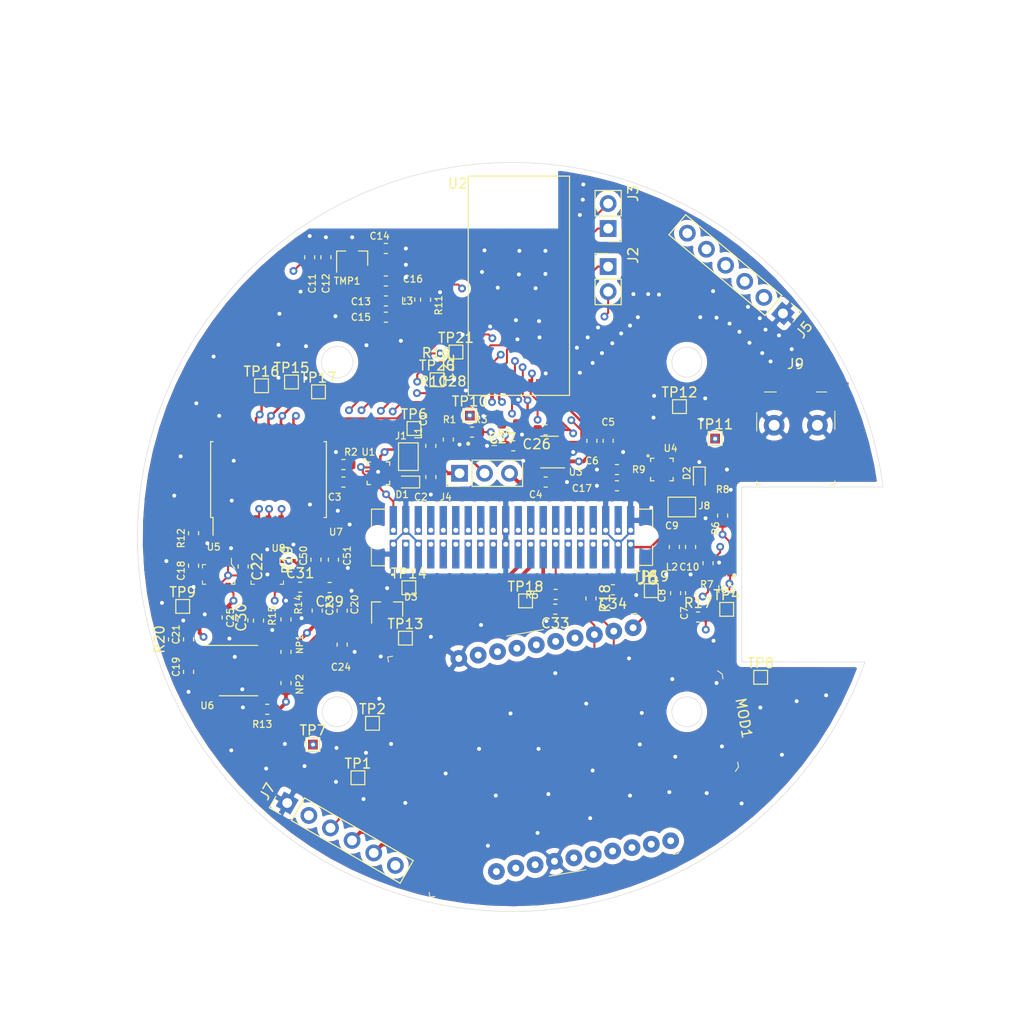
<source format=kicad_pcb>
(kicad_pcb (version 20171130) (host pcbnew "(5.1.4)-1")
  (layers (0 F.Cu signal) (1 In1.Cu signal) (2 In2.Cu signal) (31 B.Cu signal) (34 B.Paste user) (35 F.Paste user) (36 B.SilkS user) (37 F.SilkS user) (38 B.Mask user) (39 F.Mask user) (44 Edge.Cuts user))
  (net 0 "")
  (net 1 GND)
  (net 2 5V0)
  (net 3 CAN_L)
  (net 4 CAN_H)
  (net 5 3V3)
  (net 6 +5V)
  (net 7 "Net-(C3-Pad1)")
  (net 8 +3V3)
  (net 9 "Net-(IC1-Pad4)")
  (net 10 3V3Sense)
  (net 11 "Net-(IC1-Pad2)")
  (net 12 "Net-(IC1-Pad1)")
  (net 13 "Net-(R2-Pad2)")
  (net 14 SPI_MISO)
  (net 15 SPI_MOSI)
  (net 16 SPI_CLK)
  (net 17 MCU_RX)
  (net 18 MCU_TX)
  (net 19 UART_CTS)
  (net 20 UART_RTS)
  (net 21 CAN_RST)
  (net 22 CS)
  (net 23 CAN_INT)
  (net 24 RX0BF)
  (net 25 RX1BF)
  (net 26 TX2RTS)
  (net 27 TX1RTS)
  (net 28 TX0RTS)
  (net 29 "Net-(C23-Pad1)")
  (net 30 XBee_TX)
  (net 31 "Net-(R12-Pad2)")
  (net 32 "Net-(R13-Pad1)")
  (net 33 "Net-(R14-Pad1)")
  (net 34 "Net-(R15-Pad1)")
  (net 35 "Net-(C2-Pad1)")
  (net 36 "Net-(U2-Pad64)")
  (net 37 "Net-(U2-Pad62)")
  (net 38 "Net-(U2-Pad60)")
  (net 39 "Net-(U2-Pad54)")
  (net 40 "Net-(U2-Pad46)")
  (net 41 "Net-(U2-Pad44)")
  (net 42 "Net-(U2-Pad38)")
  (net 43 "Net-(U2-Pad36)")
  (net 44 "Net-(U2-Pad28)")
  (net 45 USB_VBUS)
  (net 46 "Net-(U2-Pad27)")
  (net 47 "Net-(U2-Pad6)")
  (net 48 "Net-(U2-Pad8)")
  (net 49 "Net-(U2-Pad10)")
  (net 50 "Net-(U2-Pad12)")
  (net 51 "Net-(U2-Pad14)")
  (net 52 "Net-(U2-Pad16)")
  (net 53 "Net-(U2-Pad18)")
  (net 54 "Net-(U2-Pad20)")
  (net 55 "Net-(U2-Pad22)")
  (net 56 nAutoRun)
  (net 57 "Net-(U2-Pad7)")
  (net 58 "Net-(U2-Pad9)")
  (net 59 "Net-(U2-Pad11)")
  (net 60 "Net-(U2-Pad13)")
  (net 61 USB_D+)
  (net 62 USB_D-)
  (net 63 "Net-(U2-Pad19)")
  (net 64 "Net-(U2-Pad21)")
  (net 65 "Net-(C1-Pad2)")
  (net 66 STACK_3.3V)
  (net 67 V_IN_5V0)
  (net 68 TSENSE)
  (net 69 "Net-(IC2-Pad4)")
  (net 70 "Net-(IC2-Pad2)")
  (net 71 XBee_RX)
  (net 72 "Net-(MOD1-Pad20)")
  (net 73 "Net-(MOD1-Pad19)")
  (net 74 "Net-(MOD1-Pad18)")
  (net 75 "Net-(MOD1-Pad17)")
  (net 76 "Net-(MOD1-Pad16)")
  (net 77 "Net-(MOD1-Pad15)")
  (net 78 "Net-(MOD1-Pad13)")
  (net 79 "Net-(MOD1-Pad12)")
  (net 80 "Net-(MOD1-Pad11)")
  (net 81 "Net-(MOD1-Pad9)")
  (net 82 "Net-(MOD1-Pad8)")
  (net 83 "Net-(MOD1-Pad7)")
  (net 84 "Net-(MOD1-Pad6)")
  (net 85 "Net-(MOD1-Pad5)")
  (net 86 "Net-(MOD1-Pad4)")
  (net 87 "Net-(R9-Pad2)")
  (net 88 "Net-(U3-Pad4)")
  (net 89 "Net-(C4-Pad2)")
  (net 90 "Net-(C9-Pad1)")
  (net 91 "Net-(C10-Pad2)")
  (net 92 "Net-(C10-Pad1)")
  (net 93 "Net-(C13-Pad1)")
  (net 94 "Net-(C16-Pad2)")
  (net 95 "Net-(C17-Pad1)")
  (net 96 "Net-(C18-Pad1)")
  (net 97 "Net-(C25-Pad1)")
  (net 98 SWDIO)
  (net 99 SWDCLK)
  (net 100 "Net-(J6-Pad33)")
  (net 101 "Net-(J6-Pad32)")
  (net 102 "Net-(J6-Pad31)")
  (net 103 "Net-(J6-Pad30)")
  (net 104 "Net-(J6-Pad29)")
  (net 105 "Net-(J6-Pad28)")
  (net 106 "Net-(J6-Pad26)")
  (net 107 "Net-(J6-Pad25)")
  (net 108 "Net-(J6-Pad24)")
  (net 109 "Net-(J6-Pad22)")
  (net 110 "Net-(J6-Pad18)")
  (net 111 "Net-(J6-Pad17)")
  (net 112 "Net-(J6-Pad16)")
  (net 113 "Net-(J6-Pad15)")
  (net 114 "Net-(J6-Pad14)")
  (net 115 "Net-(J6-Pad13)")
  (net 116 "Net-(J6-Pad12)")
  (net 117 "Net-(J6-Pad11)")
  (net 118 "Net-(J6-Pad10)")
  (net 119 "Net-(J6-Pad9)")
  (net 120 "Net-(J6-Pad8)")
  (net 121 "Net-(J7-Pad6)")
  (net 122 "Net-(J7-Pad2)")
  (net 123 "Net-(U7-Pad8)")
  (net 124 "Net-(U7-Pad7)")
  (net 125 "Net-(U7-Pad3)")
  (net 126 "Net-(U7-Pad2)")
  (net 127 "Net-(J9-Pad4)")
  (net 128 "Net-(U5-Pad4)")
  (net 129 5VSense)
  (net 130 "Net-(U2-Pad50)")
  (net 131 "Net-(U2-Pad51)")
  (net 132 "Net-(C28-Pad1)")
  (net 133 "Net-(C32-Pad2)")
  (net 134 "Net-(C34-Pad2)")
  (net 135 "Net-(C7-Pad2)")
  (net 136 "Net-(C50-Pad1)")
  (net 137 "Net-(C19-Pad2)")
  (module Resistor_SMD:R_0603_1608Metric (layer F.Cu) (at 117.98 137.42 90)
    (fp_text reference R20 (at 0 -1.43 90) (layer F.SilkS))
    (fp_text value 0)
    (pad 2 smd roundrect (at 0.7875 0 90) (size 0.875 0.95) (layers F.Cu F.Paste F.Mask) (net 6 +5V))
    (pad 1 smd roundrect (at -0.7875 0 90) (size 0.875 0.95) (layers F.Cu F.Paste F.Mask) (net 137 "Net-(C19-Pad2)"))
  )
  (module Resistor_SMD:R_0603_1608Metric (layer F.Cu) (at 130.98 129.32 90)
    (fp_text reference R19 (at 0 -1.43 90) (layer F.SilkS))
    (fp_text value 0)
    (pad 2 smd roundrect (at 0.7875 0 90) (size 0.875 0.95) (layers F.Cu F.Paste F.Mask) (net 136 "Net-(C50-Pad1)"))
    (pad 1 smd roundrect (at -0.7875 0 90) (size 0.875 0.95) (layers F.Cu F.Paste F.Mask) (net 8 +3V3))
  )
  (module Resistor_SMD:R_0603_1608Metric (layer F.Cu) (at 171.32 135.14)
    (fp_text reference R17 (at 0 -1.43) (layer F.SilkS))
    (fp_text value 0)
    (pad 2 smd roundrect (at 0.7875 0) (size 0.875 0.95) (layers F.Cu F.Paste F.Mask) (net 8 +3V3))
    (pad 1 smd roundrect (at -0.7875 0) (size 0.875 0.95) (layers F.Cu F.Paste F.Mask) (net 135 "Net-(C7-Pad2)"))
  )
  (module TestPoint:TestPoint_Pad_1.0x1.0mm (layer F.Cu) (at 146.7 108.19)
    (fp_text reference TP21 (at 0 -1.448) (layer F.SilkS))
    (fp_text value TestPoint)
    (pad 1 smd rect (at 0 0) (size 1 1) (layers F.Cu F.Mask) (net 133 "Net-(C32-Pad2)"))
  )
  (module TestPoint:TestPoint_Pad_1.0x1.0mm (layer F.Cu) (at 144.77 111.01)
    (fp_text reference TP20 (at 0 -1.448) (layer F.SilkS))
    (fp_text value TestPoint)
    (pad 1 smd rect (at 0 0) (size 1 1) (layers F.Cu F.Mask) (net 132 "Net-(C28-Pad1)"))
  )
  (module TestPoint:TestPoint_Pad_1.0x1.0mm (layer F.Cu) (at 166.56 132.46)
    (fp_text reference TP19 (at 0 -1.448) (layer F.SilkS))
    (fp_text value TestPoint)
    (pad 1 smd rect (at 0 0) (size 1 1) (layers F.Cu F.Mask) (net 134 "Net-(C34-Pad2)"))
  )
  (module TestPoint:TestPoint_Pad_1.0x1.0mm (layer F.Cu) (at 153.78 133.5)
    (fp_text reference TP18 (at 0 -1.448) (layer F.SilkS))
    (fp_text value TestPoint)
    (pad 1 smd rect (at 0 0) (size 1 1) (layers F.Cu F.Mask) (net 107 "Net-(J6-Pad25)"))
  )
  (module TestPoint:TestPoint_Pad_1.0x1.0mm (layer F.Cu) (at 132.72 112.24)
    (fp_text reference TP17 (at 0 -1.448) (layer F.SilkS))
    (fp_text value TestPoint)
    (pad 1 smd rect (at 0 0) (size 1 1) (layers F.Cu F.Mask) (net 16 SPI_CLK))
  )
  (module TestPoint:TestPoint_Pad_1.0x1.0mm (layer F.Cu) (at 126.93 111.62)
    (fp_text reference TP16 (at 0 -1.448) (layer F.SilkS))
    (fp_text value TestPoint)
    (pad 1 smd rect (at 0 0) (size 1 1) (layers F.Cu F.Mask) (net 14 SPI_MISO))
  )
  (module TestPoint:TestPoint_Pad_1.0x1.0mm (layer F.Cu) (at 129.97 111.24)
    (fp_text reference TP15 (at 0 -1.448) (layer F.SilkS))
    (fp_text value TestPoint)
    (pad 1 smd rect (at 0 0) (size 1 1) (layers F.Cu F.Mask) (net 15 SPI_MOSI))
  )
  (module TestPoint:TestPoint_Pad_1.0x1.0mm (layer F.Cu) (at 141.91 132.16)
    (fp_text reference TP14 (at 0 -1.448) (layer F.SilkS))
    (fp_text value TestPoint)
    (pad 1 smd rect (at 0 0) (size 1 1) (layers F.Cu F.Mask) (net 4 CAN_H))
  )
  (module TestPoint:TestPoint_Pad_1.0x1.0mm (layer F.Cu) (at 141.56 137.29)
    (fp_text reference TP13 (at 0 -1.448) (layer F.SilkS))
    (fp_text value TestPoint)
    (pad 1 smd rect (at 0 0) (size 1 1) (layers F.Cu F.Mask) (net 3 CAN_L))
  )
  (module TestPoint:TestPoint_Pad_1.0x1.0mm (layer F.Cu) (at 169.43 113.74)
    (fp_text reference TP12 (at 0 -1.448) (layer F.SilkS))
    (fp_text value TestPoint)
    (pad 1 smd rect (at 0 0) (size 1 1) (layers F.Cu F.Mask) (net 1 GND))
  )
  (module TestPoint:TestPoint_Pad_1.0x1.0mm (layer F.Cu) (at 173.06 116.99)
    (fp_text reference TP11 (at 0 -1.448) (layer F.SilkS))
    (fp_text value TestPoint)
    (pad 1 smd rect (at 0 0) (size 1 1) (layers F.Cu F.Mask) (net 129 5VSense))
  )
  (module TestPoint:TestPoint_Pad_1.0x1.0mm (layer F.Cu) (at 148.11 114.66)
    (fp_text reference TP10 (at 0 -1.448) (layer F.SilkS))
    (fp_text value TestPoint)
    (pad 1 smd rect (at 0 0) (size 1 1) (layers F.Cu F.Mask) (net 10 3V3Sense))
  )
  (module TestPoint:TestPoint_Pad_1.0x1.0mm (layer F.Cu) (at 118.91 134.06)
    (fp_text reference TP9 (at 0 -1.448) (layer F.SilkS))
    (fp_text value TestPoint)
    (pad 1 smd rect (at 0 0) (size 1 1) (layers F.Cu F.Mask) (net 6 +5V))
  )
  (module TestPoint:TestPoint_Pad_1.0x1.0mm (layer F.Cu) (at 177.69 141.27)
    (fp_text reference TP8 (at 0 -1.448) (layer F.SilkS))
    (fp_text value TestPoint)
    (pad 1 smd rect (at 0 0) (size 1 1) (layers F.Cu F.Mask) (net 30 XBee_TX))
  )
  (module TestPoint:TestPoint_Pad_1.0x1.0mm (layer F.Cu) (at 132.15 148.11)
    (fp_text reference TP7 (at 0 -1.448) (layer F.SilkS))
    (fp_text value TestPoint)
    (pad 1 smd rect (at 0 0) (size 1 1) (layers F.Cu F.Mask) (net 8 +3V3))
  )
  (module TestPoint:TestPoint_Pad_1.0x1.0mm (layer F.Cu) (at 142.43 115.97)
    (fp_text reference TP6 (at 0 -1.448) (layer F.SilkS))
    (fp_text value TestPoint)
    (pad 1 smd rect (at 0 0) (size 1 1) (layers F.Cu F.Mask) (net 12 "Net-(IC1-Pad1)"))
  )
  (module TestPoint:TestPoint_Pad_1.0x1.0mm (layer F.Cu) (at 174.23 134.36)
    (fp_text reference TP4 (at 0 -1.448) (layer F.SilkS))
    (fp_text value TestPoint)
    (pad 1 smd rect (at 0 0) (size 1 1) (layers F.Cu F.Mask) (net 92 "Net-(C10-Pad1)"))
  )
  (module TestPoint:TestPoint_Pad_1.0x1.0mm (layer F.Cu) (at 138.21 145.95)
    (fp_text reference TP2 (at 0 -1.448) (layer F.SilkS))
    (fp_text value TestPoint)
    (pad 1 smd rect (at 0 0) (size 1 1) (layers F.Cu F.Mask) (net 71 XBee_RX))
  )
  (module TestPoint:TestPoint_Pad_1.0x1.0mm (layer F.Cu) (at 136.73 151.49)
    (fp_text reference TP1 (at 0 -1.448) (layer F.SilkS))
    (fp_text value TestPoint)
    (pad 1 smd rect (at 0 0) (size 1 1) (layers F.Cu F.Mask) (net 67 V_IN_5V0))
  )
  (module Capacitor_SMD:C_0603_1608Metric (layer F.Cu) (at 156.8 134.34 180)
    (fp_text reference C33 (at 0 -1.43) (layer F.SilkS))
    (fp_text value 2.2pF)
    (pad 2 smd roundrect (at 0.7875 0 180) (size 0.875 0.95) (layers F.Cu F.Paste F.Mask) (net 1 GND))
    (pad 1 smd roundrect (at -0.7875 0 180) (size 0.875 0.95) (layers F.Cu F.Paste F.Mask) (net 71 XBee_RX))
  )
  (module Resistor_SMD:R_0603_1608Metric (layer F.Cu) (at 160.43 133.25 270)
    (fp_text reference R18 (at 0 -1.43 90) (layer F.SilkS))
    (fp_text value 470)
    (pad 2 smd roundrect (at 0.7875 0 270) (size 0.875 0.95) (layers F.Cu F.Paste F.Mask) (net 30 XBee_TX))
    (pad 1 smd roundrect (at -0.7875 0 270) (size 0.875 0.95) (layers F.Cu F.Paste F.Mask) (net 134 "Net-(C34-Pad2)"))
  )
  (module Capacitor_SMD:C_0603_1608Metric (layer F.Cu) (at 162.66 132.37 180)
    (fp_text reference C34 (at 0 -1.43) (layer F.SilkS))
    (fp_text value 470pF)
    (pad 2 smd roundrect (at 0.7875 0 180) (size 0.875 0.95) (layers F.Cu F.Paste F.Mask) (net 134 "Net-(C34-Pad2)"))
    (pad 1 smd roundrect (at -0.7875 0 180) (size 0.875 0.95) (layers F.Cu F.Paste F.Mask) (net 1 GND))
  )
  (module Resistor_SMD:R_0402_1005Metric (layer F.Cu) (at 144.67 109.46)
    (fp_text reference R16 (at 0 -1.17) (layer F.SilkS))
    (fp_text value 1k)
    (pad 2 smd roundrect (at 0.485 0) (size 0.59 0.64) (layers F.Cu F.Paste F.Mask) (net 133 "Net-(C32-Pad2)"))
    (pad 1 smd roundrect (at -0.485 0) (size 0.59 0.64) (layers F.Cu F.Paste F.Mask) (net 10 3V3Sense))
  )
  (module Resistor_SMD:R_0402_1005Metric (layer F.Cu) (at 144.42 112.36)
    (fp_text reference R10 (at 0 -1.17) (layer F.SilkS))
    (fp_text value 1k)
    (pad 2 smd roundrect (at 0.485 0) (size 0.59 0.64) (layers F.Cu F.Paste F.Mask) (net 132 "Net-(C28-Pad1)"))
    (pad 1 smd roundrect (at -0.485 0) (size 0.59 0.64) (layers F.Cu F.Paste F.Mask) (net 129 5VSense))
  )
  (module Capacitor_SMD:C_0402_1005Metric (layer F.Cu) (at 147.16 109.785 90)
    (fp_text reference C32 (at 0 -1.17 90) (layer F.SilkS))
    (fp_text value 1nF)
    (pad 2 smd roundrect (at 0.485 0 90) (size 0.59 0.64) (layers F.Cu F.Paste F.Mask) (net 133 "Net-(C32-Pad2)"))
    (pad 1 smd roundrect (at -0.485 0 90) (size 0.59 0.64) (layers F.Cu F.Paste F.Mask) (net 1 GND))
  )
  (module Capacitor_SMD:C_0402_1005Metric (layer F.Cu) (at 146.33 112.35)
    (fp_text reference C28 (at 0 -1.17) (layer F.SilkS))
    (fp_text value 1nF)
    (pad 2 smd roundrect (at 0.485 0) (size 0.59 0.64) (layers F.Cu F.Paste F.Mask) (net 1 GND))
    (pad 1 smd roundrect (at -0.485 0) (size 0.59 0.64) (layers F.Cu F.Paste F.Mask) (net 132 "Net-(C28-Pad1)"))
  )
  (module Capacitor_SMD:C_0603_1608Metric (layer F.Cu) (at 130.86 132.11)
    (fp_text reference C31 (at 0 -1.43) (layer F.SilkS))
    (fp_text value 10nF)
    (pad 2 smd roundrect (at 0.7875 0) (size 0.875 0.95) (layers F.Cu F.Paste F.Mask) (net 1 GND))
    (pad 1 smd roundrect (at -0.7875 0) (size 0.875 0.95) (layers F.Cu F.Paste F.Mask) (net 6 +5V))
  )
  (module Capacitor_SMD:C_0603_1608Metric (layer F.Cu) (at 123.43 135.19 270)
    (fp_text reference C30 (at 0 -1.43 90) (layer F.SilkS))
    (fp_text value 10nF)
    (pad 2 smd roundrect (at 0.7875 0 270) (size 0.875 0.95) (layers F.Cu F.Paste F.Mask) (net 1 GND))
    (pad 1 smd roundrect (at -0.7875 0 270) (size 0.875 0.95) (layers F.Cu F.Paste F.Mask) (net 6 +5V))
  )
  (module Capacitor_SMD:C_0603_1608Metric (layer F.Cu) (at 133.8525 132.14 180)
    (fp_text reference C29 (at 0 -1.43) (layer F.SilkS))
    (fp_text value 10nF)
    (pad 2 smd roundrect (at 0.7875 0 180) (size 0.875 0.95) (layers F.Cu F.Paste F.Mask) (net 8 +3V3))
    (pad 1 smd roundrect (at -0.7875 0 180) (size 0.875 0.95) (layers F.Cu F.Paste F.Mask) (net 1 GND))
  )
  (module Capacitor_SMD:C_0603_1608Metric (layer F.Cu) (at 125.06 130 270)
    (fp_text reference C22 (at 0 -1.43 90) (layer F.SilkS))
    (fp_text value 10nF)
    (pad 2 smd roundrect (at 0.7875 0 270) (size 0.875 0.95) (layers F.Cu F.Paste F.Mask) (net 8 +3V3))
    (pad 1 smd roundrect (at -0.7875 0 270) (size 0.875 0.95) (layers F.Cu F.Paste F.Mask) (net 1 GND))
  )
  (module digikey-footprints:USB_Mini_B_Female_UJ2-MBH-1-SMT-TR (layer F.Cu) (at 181.26 120.38)
    (fp_text reference J9 (at -0.025 -10.975) (layer F.SilkS))
    (fp_text value UJ2-MBH-1-SMT-TR)
    (pad SH thru_hole circle (at 2.2 -4.74) (size 2.1 2.1) (drill 1.1) (layers *.Cu *.Mask) (net 1 GND))
    (pad SH thru_hole circle (at -2.2 -4.74) (size 2.1 2.1) (drill 1.1) (layers *.Cu *.Mask) (net 1 GND))
    (pad 5 smd rect (at 1.6 -7.85) (size 0.5 2.5) (layers F.Cu F.Paste F.Mask) (net 1 GND))
    (pad 4 smd rect (at 0.8 -7.85) (size 0.5 2.5) (layers F.Cu F.Paste F.Mask) (net 127 "Net-(J9-Pad4)"))
    (pad 3 smd rect (at 0 -7.85) (size 0.5 2.5) (layers F.Cu F.Paste F.Mask) (net 61 USB_D+))
    (pad 2 smd rect (at -0.8 -7.85) (size 0.5 2.5) (layers F.Cu F.Paste F.Mask) (net 62 USB_D-))
    (pad 1 smd rect (at -1.6 -7.85) (size 0.5 2.5) (layers F.Cu F.Paste F.Mask) (net 45 USB_VBUS))
    (pad SH smd rect (at 4.36 -7.85) (size 2 2.5) (layers F.Cu F.Paste F.Mask) (net 1 GND))
    (pad SH smd rect (at -4.36 -7.85) (size 2 2.5) (layers F.Cu F.Paste F.Mask) (net 1 GND))
    (pad SH smd rect (at -4.36 -2.37) (size 2 2.5) (layers F.Cu F.Paste F.Mask) (net 1 GND))
    (pad SH smd rect (at 4.36 -2.37) (size 2 2.5) (layers F.Cu F.Paste F.Mask) (net 1 GND))
  )
  (module Capacitor_SMD:C_0603_1608Metric (layer F.Cu) (at 152.15 115.5 180)
    (fp_text reference C27 (at 0.7525 -1.4605) (layer F.SilkS))
    (fp_text value 1nF)
    (pad 1 smd roundrect (at -0.7875 0 180) (size 0.875 0.95) (layers F.Cu F.Paste F.Mask) (net 8 +3V3))
    (pad 2 smd roundrect (at 0.7875 0 180) (size 0.875 0.95) (layers F.Cu F.Paste F.Mask) (net 1 GND))
  )
  (module Capacitor_SMD:C_0603_1608Metric (layer F.Cu) (at 155.8 116.1 180)
    (fp_text reference C26 (at 0.889 -1.4605) (layer F.SilkS))
    (fp_text value 100nF)
    (pad 1 smd roundrect (at -0.7875 0 180) (size 0.875 0.95) (layers F.Cu F.Paste F.Mask) (net 8 +3V3))
    (pad 2 smd roundrect (at 0.7875 0 180) (size 0.875 0.95) (layers F.Cu F.Paste F.Mask) (net 1 GND))
  )
  (module Connector_PinHeader_2.54mm:PinHeader_1x06_P2.54mm_Vertical (layer F.Cu) (at 179.959 104.267 230)
    (fp_text reference J5 (at -0.123039 -2.715132 50) (layer F.SilkS))
    (fp_text value Conn_01x06)
    (pad 1 thru_hole rect (at 0 0 230) (size 1.7 1.7) (drill 1) (layers *.Cu *.Mask) (net 1 GND))
    (pad 2 thru_hole oval (at 0 2.54 230) (size 1.7 1.7) (drill 1) (layers *.Cu *.Mask) (net 20 UART_RTS))
    (pad 3 thru_hole oval (at 0 5.08 230) (size 1.7 1.7) (drill 1) (layers *.Cu *.Mask) (net 67 V_IN_5V0))
    (pad 4 thru_hole oval (at 0 7.62 230) (size 1.7 1.7) (drill 1) (layers *.Cu *.Mask) (net 17 MCU_RX))
    (pad 5 thru_hole oval (at 0 10.16 230) (size 1.7 1.7) (drill 1) (layers *.Cu *.Mask) (net 18 MCU_TX))
    (pad 6 thru_hole oval (at 0 12.7 230) (size 1.7 1.7) (drill 1) (layers *.Cu *.Mask) (net 19 UART_CTS))
  )
  (module digikey-footprints:XBEE_PRO-20_THT (layer F.Cu) (at 157.765447 148.628059 280)
    (fp_text reference MOD1 (at 0 -18.49 100) (layer F.SilkS))
    (fp_text value XBP9B-DPST-001)
    (pad 20 thru_hole circle (at 11 -9 280) (size 1.7 1.7) (drill 0.7) (layers *.Cu *.Mask) (net 72 "Net-(MOD1-Pad20)"))
    (pad 19 thru_hole circle (at 11 -7 280) (size 1.7 1.7) (drill 0.7) (layers *.Cu *.Mask) (net 73 "Net-(MOD1-Pad19)"))
    (pad 18 thru_hole circle (at 11 -5 280) (size 1.7 1.7) (drill 0.7) (layers *.Cu *.Mask) (net 74 "Net-(MOD1-Pad18)"))
    (pad 17 thru_hole circle (at 11 -3 280) (size 1.7 1.7) (drill 0.7) (layers *.Cu *.Mask) (net 75 "Net-(MOD1-Pad17)"))
    (pad 16 thru_hole circle (at 11 -1 280) (size 1.7 1.7) (drill 0.7) (layers *.Cu *.Mask) (net 76 "Net-(MOD1-Pad16)"))
    (pad 15 thru_hole circle (at 11 1 280) (size 1.7 1.7) (drill 0.7) (layers *.Cu *.Mask) (net 77 "Net-(MOD1-Pad15)"))
    (pad 14 thru_hole circle (at 11 3 280) (size 1.7 1.7) (drill 0.7) (layers *.Cu *.Mask) (net 1 GND))
    (pad 13 thru_hole circle (at 11 5 280) (size 1.7 1.7) (drill 0.7) (layers *.Cu *.Mask) (net 78 "Net-(MOD1-Pad13)"))
    (pad 12 thru_hole circle (at 11 7 280) (size 1.7 1.7) (drill 0.7) (layers *.Cu *.Mask) (net 79 "Net-(MOD1-Pad12)"))
    (pad 11 thru_hole circle (at 11 9 280) (size 1.7 1.7) (drill 0.7) (layers *.Cu *.Mask) (net 80 "Net-(MOD1-Pad11)"))
    (pad 10 thru_hole circle (at -11 9 280) (size 1.7 1.7) (drill 0.7) (layers *.Cu *.Mask) (net 1 GND))
    (pad 9 thru_hole circle (at -11 7 280) (size 1.7 1.7) (drill 0.7) (layers *.Cu *.Mask) (net 81 "Net-(MOD1-Pad9)"))
    (pad 8 thru_hole circle (at -11 5 280) (size 1.7 1.7) (drill 0.7) (layers *.Cu *.Mask) (net 82 "Net-(MOD1-Pad8)"))
    (pad 7 thru_hole circle (at -11 3 280) (size 1.7 1.7) (drill 0.7) (layers *.Cu *.Mask) (net 83 "Net-(MOD1-Pad7)"))
    (pad 6 thru_hole circle (at -11 1 280) (size 1.7 1.7) (drill 0.7) (layers *.Cu *.Mask) (net 84 "Net-(MOD1-Pad6)"))
    (pad 5 thru_hole circle (at -11 -1 280) (size 1.7 1.7) (drill 0.7) (layers *.Cu *.Mask) (net 85 "Net-(MOD1-Pad5)"))
    (pad 4 thru_hole circle (at -11 -3 280) (size 1.7 1.7) (drill 0.7) (layers *.Cu *.Mask) (net 86 "Net-(MOD1-Pad4)"))
    (pad 3 thru_hole circle (at -11 -5 280) (size 1.7 1.7) (drill 0.7) (layers *.Cu *.Mask) (net 71 XBee_RX))
    (pad 2 thru_hole circle (at -11 -7 280) (size 1.7 1.7) (drill 0.7) (layers *.Cu *.Mask) (net 30 XBee_TX))
    (pad 1 thru_hole circle (at -11 -9 280) (size 1.7 1.7) (drill 0.7) (layers *.Cu *.Mask) (net 135 "Net-(C7-Pad2)"))
  )
  (module Capacitor_SMD:C_0603_1608Metric (layer F.Cu) (at 170.561 132.715 270)
    (fp_text reference C7 (at 2.032 0.635 90) (layer F.SilkS) (effects (font (size 0.7 0.7) (thickness 0.12))))
    (fp_text value 47pF)
    (pad 2 smd roundrect (at 0.7875 0 270) (size 0.875 0.95) (layers F.Cu F.Paste F.Mask) (net 135 "Net-(C7-Pad2)"))
    (pad 1 smd roundrect (at -0.7875 0 270) (size 0.875 0.95) (layers F.Cu F.Paste F.Mask) (net 1 GND))
  )
  (module Inductor_SMD:L_0603_1608Metric (layer F.Cu) (at 139.573 102.997)
    (fp_text reference L3 (at 2.159 0) (layer F.SilkS) (effects (font (size 0.7 0.7) (thickness 0.12))))
    (fp_text value 2.2u)
    (pad 1 smd roundrect (at -0.7875 0) (size 0.875 0.95) (layers F.Cu F.Paste F.Mask) (net 93 "Net-(C13-Pad1)"))
    (pad 2 smd roundrect (at 0.7875 0) (size 0.875 0.95) (layers F.Cu F.Paste F.Mask) (net 68 TSENSE))
  )
  (module Inductor_SMD:L_0603_1608Metric (layer F.Cu) (at 168.91 128.016 270)
    (fp_text reference L2 (at 2.032 0.254) (layer F.SilkS) (effects (font (size 0.7 0.7) (thickness 0.12))))
    (fp_text value 4.7uH)
    (pad 2 smd roundrect (at 0.7875 0 270) (size 0.875 0.95) (layers F.Cu F.Paste F.Mask) (net 92 "Net-(C10-Pad1)"))
    (pad 1 smd roundrect (at -0.7875 0 270) (size 0.875 0.95) (layers F.Cu F.Paste F.Mask) (net 90 "Net-(C9-Pad1)"))
  )
  (module Inductor_SMD:L_0603_1608Metric (layer F.Cu) (at 144.145 117.729 90)
    (fp_text reference L1 (at 1.27 -1.27 90) (layer F.SilkS) (effects (font (size 0.7 0.7) (thickness 0.12))))
    (fp_text value 4.7uH)
    (pad 2 smd roundrect (at 0.7875 0 90) (size 0.875 0.95) (layers F.Cu F.Paste F.Mask) (net 66 STACK_3.3V))
    (pad 1 smd roundrect (at -0.7875 0 90) (size 0.875 0.95) (layers F.Cu F.Paste F.Mask) (net 35 "Net-(C2-Pad1)"))
  )
  (module Resistor_SMD:R_0603_1608Metric (layer F.Cu) (at 127.508 144.526)
    (fp_text reference R13 (at -0.508 1.524) (layer F.SilkS) (effects (font (size 0.7 0.7) (thickness 0.12))))
    (fp_text value 0)
    (pad 2 smd roundrect (at 0.7875 0) (size 0.875 0.95) (layers F.Cu F.Paste F.Mask) (net 29 "Net-(C23-Pad1)"))
    (pad 1 smd roundrect (at -0.7875 0) (size 0.875 0.95) (layers F.Cu F.Paste F.Mask) (net 32 "Net-(R13-Pad1)"))
  )
  (module Package_SO:SOIC-8_3.9x4.9mm_P1.27mm (layer F.Cu) (at 124.587 140.589)
    (fp_text reference U6 (at -3.175 3.556) (layer F.SilkS) (effects (font (size 0.7 0.7) (thickness 0.12))))
    (fp_text value SN65HVD1050D)
    (pad 8 smd roundrect (at 2.475 -1.905) (size 1.95 0.6) (layers F.Cu F.Paste F.Mask) (net 33 "Net-(R14-Pad1)"))
    (pad 7 smd roundrect (at 2.475 -0.635) (size 1.95 0.6) (layers F.Cu F.Paste F.Mask) (net 4 CAN_H))
    (pad 6 smd roundrect (at 2.475 0.635) (size 1.95 0.6) (layers F.Cu F.Paste F.Mask) (net 3 CAN_L))
    (pad 5 smd roundrect (at 2.475 1.905) (size 1.95 0.6) (layers F.Cu F.Paste F.Mask) (net 32 "Net-(R13-Pad1)"))
    (pad 4 smd roundrect (at -2.475 1.905) (size 1.95 0.6) (layers F.Cu F.Paste F.Mask) (net 34 "Net-(R15-Pad1)"))
    (pad 3 smd roundrect (at -2.475 0.635) (size 1.95 0.6) (layers F.Cu F.Paste F.Mask) (net 137 "Net-(C19-Pad2)"))
    (pad 2 smd roundrect (at -2.475 -0.635) (size 1.95 0.6) (layers F.Cu F.Paste F.Mask) (net 1 GND))
    (pad 1 smd roundrect (at -2.475 -1.905) (size 1.95 0.6) (layers F.Cu F.Paste F.Mask) (net 128 "Net-(U5-Pad4)"))
  )
  (module Resistor_SMD:R_0603_1608Metric (layer F.Cu) (at 126.619 135.509 90)
    (fp_text reference R15 (at 0.508 1.397 90) (layer F.SilkS) (effects (font (size 0.7 0.7) (thickness 0.12))))
    (fp_text value 0)
    (pad 2 smd roundrect (at 0.7875 0 90) (size 0.875 0.95) (layers F.Cu F.Paste F.Mask) (net 97 "Net-(C25-Pad1)"))
    (pad 1 smd roundrect (at -0.7875 0 90) (size 0.875 0.95) (layers F.Cu F.Paste F.Mask) (net 34 "Net-(R15-Pad1)"))
  )
  (module Resistor_SMD:R_0603_1608Metric (layer F.Cu) (at 129.413 135.382 90)
    (fp_text reference R14 (at 1.524 1.27 90) (layer F.SilkS) (effects (font (size 0.7 0.7) (thickness 0.12))))
    (fp_text value 10k)
    (pad 1 smd roundrect (at -0.7875 0 90) (size 0.875 0.95) (layers F.Cu F.Paste F.Mask) (net 33 "Net-(R14-Pad1)"))
    (pad 2 smd roundrect (at 0.7875 0 90) (size 0.875 0.95) (layers F.Cu F.Paste F.Mask) (net 1 GND))
  )
  (module Resistor_SMD:R_0603_1608Metric (layer F.Cu) (at 120.015 126.619 90)
    (fp_text reference R12 (at -0.508 -1.27 270) (layer F.SilkS) (effects (font (size 0.7 0.7) (thickness 0.12))))
    (fp_text value 0)
    (pad 2 smd roundrect (at 0.7875 0 90) (size 0.875 0.95) (layers F.Cu F.Paste F.Mask) (net 31 "Net-(R12-Pad2)"))
    (pad 1 smd roundrect (at -0.7875 0 90) (size 0.875 0.95) (layers F.Cu F.Paste F.Mask) (net 96 "Net-(C18-Pad1)"))
  )
  (module Resistor_SMD:R_0603_1608Metric (layer F.Cu) (at 143.61 102.87 270)
    (fp_text reference R11 (at 0.5715 -1.3335 90) (layer F.SilkS) (effects (font (size 0.7 0.7) (thickness 0.12))))
    (fp_text value 3.3)
    (pad 1 smd roundrect (at -0.7875 0 270) (size 0.875 0.95) (layers F.Cu F.Paste F.Mask) (net 1 GND))
    (pad 2 smd roundrect (at 0.7875 0 270) (size 0.875 0.95) (layers F.Cu F.Paste F.Mask) (net 94 "Net-(C16-Pad2)"))
  )
  (module Resistor_SMD:R_0603_1608Metric (layer F.Cu) (at 163.068 120.142)
    (fp_text reference R9 (at 2.2225 0 180) (layer F.SilkS) (effects (font (size 0.7 0.7) (thickness 0.12))))
    (fp_text value 820k)
    (pad 2 smd roundrect (at 0.7875 0) (size 0.875 0.95) (layers F.Cu F.Paste F.Mask) (net 87 "Net-(R9-Pad2)"))
    (pad 1 smd roundrect (at -0.7875 0) (size 0.875 0.95) (layers F.Cu F.Paste F.Mask) (net 1 GND))
  )
  (module Resistor_SMD:R_0603_1608Metric (layer F.Cu) (at 173.82 124.83 90)
    (fp_text reference R8 (at 2.667 0 180) (layer F.SilkS) (effects (font (size 0.7 0.7) (thickness 0.12))))
    (fp_text value 3k)
    (pad 1 smd roundrect (at -0.7875 0 90) (size 0.875 0.95) (layers F.Cu F.Paste F.Mask) (net 129 5VSense))
    (pad 2 smd roundrect (at 0.7875 0 90) (size 0.875 0.95) (layers F.Cu F.Paste F.Mask) (net 1 GND))
  )
  (module Resistor_SMD:R_0603_1608Metric (layer F.Cu) (at 172.339 129.667 270)
    (fp_text reference R7 (at 2.159 0.127 180) (layer F.SilkS) (effects (font (size 0.7 0.7) (thickness 0.12))))
    (fp_text value 1)
    (pad 2 smd roundrect (at 0.7875 0 270) (size 0.875 0.95) (layers F.Cu F.Paste F.Mask) (net 6 +5V))
    (pad 1 smd roundrect (at -0.7875 0 270) (size 0.875 0.95) (layers F.Cu F.Paste F.Mask) (net 92 "Net-(C10-Pad1)"))
  )
  (module Resistor_SMD:R_0603_1608Metric (layer F.Cu) (at 156.845 132.842)
    (fp_text reference R5 (at -2.413 0.0635) (layer F.SilkS) (effects (font (size 0.7 0.7) (thickness 0.12))))
    (fp_text value 100k)
    (pad 2 smd roundrect (at 0.7875 0) (size 0.875 0.95) (layers F.Cu F.Paste F.Mask) (net 71 XBee_RX))
    (pad 1 smd roundrect (at -0.7875 0) (size 0.875 0.95) (layers F.Cu F.Paste F.Mask) (net 107 "Net-(J6-Pad25)"))
  )
  (module Resistor_SMD:R_0603_1608Metric (layer F.Cu) (at 152.527 117.729)
    (fp_text reference R4 (at -0.889 -1.27) (layer F.SilkS) (effects (font (size 0.7 0.7) (thickness 0.12))))
    (fp_text value 3k)
    (pad 2 smd roundrect (at 0.7875 0) (size 0.875 0.95) (layers F.Cu F.Paste F.Mask) (net 1 GND))
    (pad 1 smd roundrect (at -0.7875 0) (size 0.875 0.95) (layers F.Cu F.Paste F.Mask) (net 10 3V3Sense))
  )
  (module Resistor_SMD:R_0603_1608Metric (layer F.Cu) (at 148.336 116.332 180)
    (fp_text reference R3 (at -0.889 1.27 180) (layer F.SilkS) (effects (font (size 0.7 0.7) (thickness 0.12))))
    (fp_text value 200m)
    (pad 2 smd roundrect (at 0.7875 0 180) (size 0.875 0.95) (layers F.Cu F.Paste F.Mask) (net 12 "Net-(IC1-Pad1)"))
    (pad 1 smd roundrect (at -0.7875 0 180) (size 0.875 0.95) (layers F.Cu F.Paste F.Mask) (net 8 +3V3))
  )
  (module Resistor_SMD:R_0603_1608Metric (layer F.Cu) (at 135.255 119.634)
    (fp_text reference R2 (at 0.762 -1.27) (layer F.SilkS) (effects (font (size 0.7 0.7) (thickness 0.12))))
    (fp_text value 200k)
    (pad 2 smd roundrect (at 0.7875 0) (size 0.875 0.95) (layers F.Cu F.Paste F.Mask) (net 13 "Net-(R2-Pad2)"))
    (pad 1 smd roundrect (at -0.7875 0) (size 0.875 0.95) (layers F.Cu F.Paste F.Mask) (net 1 GND))
  )
  (module Resistor_SMD:R_0603_1608Metric (layer F.Cu) (at 145.923 117.094 90)
    (fp_text reference R1 (at 2.032 0.127 180) (layer F.SilkS) (effects (font (size 0.7 0.7) (thickness 0.12))))
    (fp_text value 1)
    (pad 2 smd roundrect (at 0.7875 0 90) (size 0.875 0.95) (layers F.Cu F.Paste F.Mask) (net 65 "Net-(C1-Pad2)"))
    (pad 1 smd roundrect (at -0.7875 0 90) (size 0.875 0.95) (layers F.Cu F.Paste F.Mask) (net 1 GND))
  )
  (module Resistor_SMD:R_0603_1608Metric (layer F.Cu) (at 129.413 141.859 90)
    (fp_text reference NP2 (at -0.127 1.397 90) (layer F.SilkS) (effects (font (size 0.7 0.7) (thickness 0.12))))
    (fp_text value 60)
    (pad 2 smd roundrect (at 0.7875 0 90) (size 0.875 0.95) (layers F.Cu F.Paste F.Mask) (net 3 CAN_L))
    (pad 1 smd roundrect (at -0.7875 0 90) (size 0.875 0.95) (layers F.Cu F.Paste F.Mask) (net 29 "Net-(C23-Pad1)"))
  )
  (module Resistor_SMD:R_0603_1608Metric (layer F.Cu) (at 129.413 138.684 90)
    (fp_text reference NP1 (at 0.762 1.397 270) (layer F.SilkS) (effects (font (size 0.65 0.65) (thickness 0.12))))
    (fp_text value 60)
    (pad 2 smd roundrect (at 0.7875 0 90) (size 0.875 0.95) (layers F.Cu F.Paste F.Mask) (net 29 "Net-(C23-Pad1)"))
    (pad 1 smd roundrect (at -0.7875 0 90) (size 0.875 0.95) (layers F.Cu F.Paste F.Mask) (net 4 CAN_H))
  )
  (module Capacitor_SMD:C_0603_1608Metric (layer F.Cu) (at 134.239 129.3115 90)
    (fp_text reference C51 (at 0.4065 1.397 270) (layer F.SilkS) (effects (font (size 0.7 0.7) (thickness 0.12))))
    (fp_text value 1nf)
    (pad 2 smd roundrect (at 0.7875 0 90) (size 0.875 0.95) (layers F.Cu F.Paste F.Mask) (net 136 "Net-(C50-Pad1)"))
    (pad 1 smd roundrect (at -0.7875 0 90) (size 0.875 0.95) (layers F.Cu F.Paste F.Mask) (net 1 GND))
  )
  (module Capacitor_SMD:C_0603_1608Metric (layer F.Cu) (at 132.461 129.3115 270)
    (fp_text reference C50 (at -0.4065 1.27 270) (layer F.SilkS) (effects (font (size 0.7 0.7) (thickness 0.12))))
    (fp_text value 100nf)
    (pad 2 smd roundrect (at 0.7875 0 270) (size 0.875 0.95) (layers F.Cu F.Paste F.Mask) (net 1 GND))
    (pad 1 smd roundrect (at -0.7875 0 270) (size 0.875 0.95) (layers F.Cu F.Paste F.Mask) (net 136 "Net-(C50-Pad1)"))
  )
  (module Capacitor_SMD:C_0603_1608Metric (layer F.Cu) (at 125.03 135.47 270)
    (fp_text reference C25 (at -0.254 1.27 90) (layer F.SilkS) (effects (font (size 0.7 0.7) (thickness 0.12))))
    (fp_text value 100pf)
    (pad 2 smd roundrect (at 0.7875 0 270) (size 0.875 0.95) (layers F.Cu F.Paste F.Mask) (net 1 GND))
    (pad 1 smd roundrect (at -0.7875 0 270) (size 0.875 0.95) (layers F.Cu F.Paste F.Mask) (net 97 "Net-(C25-Pad1)"))
  )
  (module Capacitor_SMD:C_0603_1608Metric (layer F.Cu) (at 135.128 137.9475 90)
    (fp_text reference C24 (at -2.286 -0.127) (layer F.SilkS) (effects (font (size 0.7 0.7) (thickness 0.12))))
    (fp_text value 100pf)
    (pad 2 smd roundrect (at 0.7875 0 90) (size 0.875 0.95) (layers F.Cu F.Paste F.Mask) (net 3 CAN_L))
    (pad 1 smd roundrect (at -0.7875 0 90) (size 0.875 0.95) (layers F.Cu F.Paste F.Mask) (net 1 GND))
  )
  (module Capacitor_SMD:C_0603_1608Metric (layer F.Cu) (at 132.588 134.493 90)
    (fp_text reference C23 (at 0.508 1.27 90) (layer F.SilkS) (effects (font (size 0.7 0.7) (thickness 0.12))))
    (fp_text value 1nf)
    (pad 1 smd roundrect (at -0.7875 0 90) (size 0.875 0.95) (layers F.Cu F.Paste F.Mask) (net 29 "Net-(C23-Pad1)"))
    (pad 2 smd roundrect (at 0.7875 0 90) (size 0.875 0.95) (layers F.Cu F.Paste F.Mask) (net 1 GND))
  )
  (module Capacitor_SMD:C_0603_1608Metric (layer F.Cu) (at 119.507 137.414 90)
    (fp_text reference C21 (at 0.508 -1.27 270) (layer F.SilkS) (effects (font (size 0.7 0.7) (thickness 0.12))))
    (fp_text value 100nf)
    (pad 2 smd roundrect (at 0.7875 0 90) (size 0.875 0.95) (layers F.Cu F.Paste F.Mask) (net 1 GND))
    (pad 1 smd roundrect (at -0.7875 0 90) (size 0.875 0.95) (layers F.Cu F.Paste F.Mask) (net 137 "Net-(C19-Pad2)"))
  )
  (module Capacitor_SMD:C_0603_1608Metric (layer F.Cu) (at 135.128 134.493 270)
    (fp_text reference C20 (at -0.635 -1.27 90) (layer F.SilkS) (effects (font (size 0.7 0.7) (thickness 0.12))))
    (fp_text value 100pf)
    (pad 2 smd roundrect (at 0.7875 0 270) (size 0.875 0.95) (layers F.Cu F.Paste F.Mask) (net 4 CAN_H))
    (pad 1 smd roundrect (at -0.7875 0 270) (size 0.875 0.95) (layers F.Cu F.Paste F.Mask) (net 1 GND))
  )
  (module Capacitor_SMD:C_0603_1608Metric (layer F.Cu) (at 119.507 140.716 90)
    (fp_text reference C19 (at 0.508 -1.27 270) (layer F.SilkS) (effects (font (size 0.7 0.7) (thickness 0.12))))
    (fp_text value 1nf)
    (pad 2 smd roundrect (at 0.7875 0 90) (size 0.875 0.95) (layers F.Cu F.Paste F.Mask) (net 137 "Net-(C19-Pad2)"))
    (pad 1 smd roundrect (at -0.7875 0 90) (size 0.875 0.95) (layers F.Cu F.Paste F.Mask) (net 1 GND))
  )
  (module Capacitor_SMD:C_0603_1608Metric (layer F.Cu) (at 120.015 129.921 270)
    (fp_text reference C18 (at 0.508 1.27 270) (layer F.SilkS) (effects (font (size 0.7 0.7) (thickness 0.12))))
    (fp_text value 100pf)
    (pad 2 smd roundrect (at 0.7875 0 270) (size 0.875 0.95) (layers F.Cu F.Paste F.Mask) (net 1 GND))
    (pad 1 smd roundrect (at -0.7875 0 270) (size 0.875 0.95) (layers F.Cu F.Paste F.Mask) (net 96 "Net-(C18-Pad1)"))
  )
  (module Capacitor_SMD:C_0603_1608Metric (layer F.Cu) (at 163.068 121.793 180)
    (fp_text reference C17 (at 3.556 -0.254) (layer F.SilkS) (effects (font (size 0.7 0.7) (thickness 0.12))))
    (fp_text value 47nF)
    (pad 2 smd roundrect (at 0.7875 0 180) (size 0.875 0.95) (layers F.Cu F.Paste F.Mask) (net 1 GND))
    (pad 1 smd roundrect (at -0.7875 0 180) (size 0.875 0.95) (layers F.Cu F.Paste F.Mask) (net 95 "Net-(C17-Pad1)"))
  )
  (module Capacitor_SMD:C_0603_1608Metric (layer F.Cu) (at 142 102.86 270)
    (fp_text reference C16 (at -2.0955 -0.3175 180) (layer F.SilkS) (effects (font (size 0.7 0.7) (thickness 0.12))))
    (fp_text value 2.2uF)
    (pad 1 smd roundrect (at -0.7875 0 270) (size 0.875 0.95) (layers F.Cu F.Paste F.Mask) (net 68 TSENSE))
    (pad 2 smd roundrect (at 0.7875 0 270) (size 0.875 0.95) (layers F.Cu F.Paste F.Mask) (net 94 "Net-(C16-Pad2)"))
  )
  (module Capacitor_SMD:C_0603_1608Metric (layer F.Cu) (at 139.573 104.648 180)
    (fp_text reference C15 (at 2.54 0) (layer F.SilkS) (effects (font (size 0.7 0.7) (thickness 0.12))))
    (fp_text value 100nF)
    (pad 1 smd roundrect (at -0.7875 0 180) (size 0.875 0.95) (layers F.Cu F.Paste F.Mask) (net 68 TSENSE))
    (pad 2 smd roundrect (at 0.7875 0 180) (size 0.875 0.95) (layers F.Cu F.Paste F.Mask) (net 1 GND))
  )
  (module Capacitor_SMD:C_0603_1608Metric (layer F.Cu) (at 139.573 97.663)
    (fp_text reference C14 (at -0.635 -1.27) (layer F.SilkS) (effects (font (size 0.7 0.7) (thickness 0.12))))
    (fp_text value 1nF)
    (pad 1 smd roundrect (at -0.7875 0) (size 0.875 0.95) (layers F.Cu F.Paste F.Mask) (net 93 "Net-(C13-Pad1)"))
    (pad 2 smd roundrect (at 0.7875 0) (size 0.875 0.95) (layers F.Cu F.Paste F.Mask) (net 1 GND))
  )
  (module Capacitor_SMD:C_0603_1608Metric (layer F.Cu) (at 139.573 100.965)
    (fp_text reference C13 (at -2.54 2.0955) (layer F.SilkS) (effects (font (size 0.7 0.7) (thickness 0.12))))
    (fp_text value 100nF)
    (pad 1 smd roundrect (at -0.7875 0) (size 0.875 0.95) (layers F.Cu F.Paste F.Mask) (net 93 "Net-(C13-Pad1)"))
    (pad 2 smd roundrect (at 0.7875 0) (size 0.875 0.95) (layers F.Cu F.Paste F.Mask) (net 1 GND))
  )
  (module Capacitor_SMD:C_0603_1608Metric (layer F.Cu) (at 133.477 98.552 90)
    (fp_text reference C12 (at -2.667 0 90) (layer F.SilkS) (effects (font (size 0.7 0.7) (thickness 0.12))))
    (fp_text value 100nF)
    (pad 1 smd roundrect (at -0.7875 0 90) (size 0.875 0.95) (layers F.Cu F.Paste F.Mask) (net 6 +5V))
    (pad 2 smd roundrect (at 0.7875 0 90) (size 0.875 0.95) (layers F.Cu F.Paste F.Mask) (net 1 GND))
  )
  (module Capacitor_SMD:C_0603_1608Metric (layer F.Cu) (at 131.826 98.552 90)
    (fp_text reference C11 (at -2.667 0.254 90) (layer F.SilkS) (effects (font (size 0.7 0.7) (thickness 0.12))))
    (fp_text value 1nF)
    (pad 1 smd roundrect (at -0.7875 0 90) (size 0.875 0.95) (layers F.Cu F.Paste F.Mask) (net 6 +5V))
    (pad 2 smd roundrect (at 0.7875 0 90) (size 0.875 0.95) (layers F.Cu F.Paste F.Mask) (net 1 GND))
  )
  (module Capacitor_SMD:C_0603_1608Metric (layer F.Cu) (at 170.561 128.016 90)
    (fp_text reference C10 (at -2.032 -0.127 180) (layer F.SilkS) (effects (font (size 0.7 0.7) (thickness 0.12))))
    (fp_text value 22nF)
    (pad 2 smd roundrect (at 0.7875 0 90) (size 0.875 0.95) (layers F.Cu F.Paste F.Mask) (net 91 "Net-(C10-Pad2)"))
    (pad 1 smd roundrect (at -0.7875 0 90) (size 0.875 0.95) (layers F.Cu F.Paste F.Mask) (net 92 "Net-(C10-Pad1)"))
  )
  (module Capacitor_SMD:C_0603_1608Metric (layer F.Cu) (at 169.037 132.715 270)
    (fp_text reference C8 (at 0.254 1.397 270) (layer F.SilkS) (effects (font (size 0.7 0.7) (thickness 0.12))))
    (fp_text value 1uF)
    (pad 1 smd roundrect (at -0.7875 0 270) (size 0.875 0.95) (layers F.Cu F.Paste F.Mask) (net 1 GND))
    (pad 2 smd roundrect (at 0.7875 0 270) (size 0.875 0.95) (layers F.Cu F.Paste F.Mask) (net 135 "Net-(C7-Pad2)"))
  )
  (module Capacitor_SMD:C_0603_1608Metric (layer F.Cu) (at 160.528 117.221 90)
    (fp_text reference C6 (at -2.032 0) (layer F.SilkS) (effects (font (size 0.7 0.7) (thickness 0.12))))
    (fp_text value 1uF)
    (pad 2 smd roundrect (at 0.7875 0 90) (size 0.875 0.95) (layers F.Cu F.Paste F.Mask) (net 1 GND))
    (pad 1 smd roundrect (at -0.7875 0 90) (size 0.875 0.95) (layers F.Cu F.Paste F.Mask) (net 67 V_IN_5V0))
  )
  (module Capacitor_SMD:C_0603_1608Metric (layer F.Cu) (at 162.179 117.221 270)
    (fp_text reference C5 (at -1.905 0) (layer F.SilkS) (effects (font (size 0.7 0.7) (thickness 0.12))))
    (fp_text value 4.7uF)
    (pad 2 smd roundrect (at 0.7875 0 270) (size 0.875 0.95) (layers F.Cu F.Paste F.Mask) (net 1 GND))
    (pad 1 smd roundrect (at -0.7875 0 270) (size 0.875 0.95) (layers F.Cu F.Paste F.Mask) (net 45 USB_VBUS))
  )
  (module Capacitor_SMD:C_0603_1608Metric (layer F.Cu) (at 155.829 121.412 180)
    (fp_text reference C4 (at 1.016 -1.27) (layer F.SilkS) (effects (font (size 0.7 0.7) (thickness 0.12))))
    (fp_text value 1uF)
    (pad 2 smd roundrect (at 0.7875 0 180) (size 0.875 0.95) (layers F.Cu F.Paste F.Mask) (net 89 "Net-(C4-Pad2)"))
    (pad 1 smd roundrect (at -0.7875 0 180) (size 0.875 0.95) (layers F.Cu F.Paste F.Mask) (net 1 GND))
  )
  (module Capacitor_SMD:C_0603_1608Metric (layer F.Cu) (at 135.255 121.412 180)
    (fp_text reference C3 (at 0.889 -1.524) (layer F.SilkS) (effects (font (size 0.7 0.7) (thickness 0.12))))
    (fp_text value 47nF)
    (pad 2 smd roundrect (at 0.7875 0 180) (size 0.875 0.95) (layers F.Cu F.Paste F.Mask) (net 1 GND))
    (pad 1 smd roundrect (at -0.7875 0 180) (size 0.875 0.95) (layers F.Cu F.Paste F.Mask) (net 7 "Net-(C3-Pad1)"))
  )
  (module Capacitor_SMD:C_0603_1608Metric (layer F.Cu) (at 144.145 120.904 270)
    (fp_text reference C2 (at 2.032 1.016 180) (layer F.SilkS) (effects (font (size 0.7 0.7) (thickness 0.12))))
    (fp_text value 22uF)
    (pad 2 smd roundrect (at 0.7875 0 270) (size 0.875 0.95) (layers F.Cu F.Paste F.Mask) (net 1 GND))
    (pad 1 smd roundrect (at -0.7875 0 270) (size 0.875 0.95) (layers F.Cu F.Paste F.Mask) (net 35 "Net-(C2-Pad1)"))
  )
  (module Package_TO_SOT_SMD:SOT-23 (layer F.Cu) (at 139.7 134.366 90)
    (fp_text reference D3 (at 1.27 2.413) (layer F.SilkS) (effects (font (size 0.7 0.7) (thickness 0.12))))
    (fp_text value D_TVS_x2_AAC)
    (pad 3 smd rect (at 1 0 90) (size 0.9 0.8) (layers F.Cu F.Paste F.Mask) (net 1 GND))
    (pad 2 smd rect (at -1 0.95 90) (size 0.9 0.8) (layers F.Cu F.Paste F.Mask) (net 3 CAN_L))
    (pad 1 smd rect (at -1 -0.95 90) (size 0.9 0.8) (layers F.Cu F.Paste F.Mask) (net 4 CAN_H))
  )
  (module Jumper:SolderJumper-2_P1.3mm_Open_TrianglePad1.0x1.5mm (layer F.Cu) (at 169.672 123.952 180)
    (fp_text reference J8 (at -2.286 0.127 180) (layer F.SilkS) (effects (font (size 0.7 0.7) (thickness 0.12))))
    (fp_text value Conn_01x02)
    (pad 1 smd custom (at -0.725 0 180) (size 0.3 0.3) (layers F.Cu F.Mask) (net 90 "Net-(C9-Pad1)") (options (clearance outline) (anchor rect)) (primitives (gr_poly (pts (xy -0.5 -0.75) (xy 0.5 -0.75) (xy 1 0) (xy 0.5 0.75) (xy -0.5 0.75)) (width 0))))
    (pad 2 smd custom (at 0.725 0 180) (size 0.3 0.3) (layers F.Cu F.Mask) (net 2 5V0) (options (clearance outline) (anchor rect)) (primitives (gr_poly (pts (xy -0.65 -0.75) (xy 0.5 -0.75) (xy 0.5 0.75) (xy -0.65 0.75) (xy -0.15 0)) (width 0))))
  )
  (module Jumper:SolderJumper-2_P1.3mm_Open_TrianglePad1.0x1.5mm (layer F.Cu) (at 141.859 118.835 90)
    (fp_text reference J1 (at 2.122 -0.762 180) (layer F.SilkS) (effects (font (size 0.7 0.7) (thickness 0.12))))
    (fp_text value Conn_01x02)
    (pad 1 smd custom (at -0.725 0 90) (size 0.3 0.3) (layers F.Cu F.Mask) (net 35 "Net-(C2-Pad1)") (options (clearance outline) (anchor rect)) (primitives (gr_poly (pts (xy -0.5 -0.75) (xy 0.5 -0.75) (xy 1 0) (xy 0.5 0.75) (xy -0.5 0.75)) (width 0))))
    (pad 2 smd custom (at 0.725 0 90) (size 0.3 0.3) (layers F.Cu F.Mask) (net 5 3V3) (options (clearance outline) (anchor rect)) (primitives (gr_poly (pts (xy -0.65 -0.75) (xy 0.5 -0.75) (xy 0.5 0.75) (xy -0.65 0.75) (xy -0.15 0)) (width 0))))
  )
  (module Connector_PinHeader_2.54mm:PinHeader_1x02_P2.54mm_Vertical (layer F.Cu) (at 162.179 95.631 180)
    (fp_text reference J3 (at -2.54 3.556 90) (layer F.SilkS))
    (fp_text value Conn_01x02_Male)
    (pad 2 thru_hole oval (at 0 2.54 180) (size 1.7 1.7) (drill 1) (layers *.Cu *.Mask) (net 98 SWDIO))
    (pad 1 thru_hole rect (at 0 0 180) (size 1.7 1.7) (drill 1) (layers *.Cu *.Mask) (net 99 SWDCLK))
  )
  (module digikey-footprints:SOT-23-6 (layer F.Cu) (at 127.508 130.81 180)
    (fp_text reference U8 (at -1.143 2.667) (layer F.SilkS) (effects (font (size 0.7 0.7) (thickness 0.12))))
    (fp_text value SN74LVC1T45DBVR)
    (pad 6 smd rect (at -0.95 -1.35 180) (size 0.55 1) (layers F.Cu F.Paste F.Mask) (net 6 +5V))
    (pad 5 smd rect (at 0 -1.35 180) (size 0.55 1) (layers F.Cu F.Paste F.Mask) (net 1 GND))
    (pad 4 smd rect (at 0.95 -1.35 180) (size 0.55 1) (layers F.Cu F.Paste F.Mask) (net 97 "Net-(C25-Pad1)"))
    (pad 1 smd rect (at -0.95 1.35 180) (size 0.55 1) (layers F.Cu F.Paste F.Mask) (net 8 +3V3))
    (pad 2 smd rect (at 0 1.35 180) (size 0.55 1) (layers F.Cu F.Paste F.Mask) (net 1 GND))
    (pad 3 smd rect (at 0.95 1.35 180) (size 0.55 1) (layers F.Cu F.Paste F.Mask) (net 126 "Net-(U7-Pad2)"))
  )
  (module digikey-footprints:SOT-23-6 (layer F.Cu) (at 122.57 130.81 180)
    (fp_text reference U5 (at 0.508 2.794) (layer F.SilkS) (effects (font (size 0.7 0.7) (thickness 0.12))))
    (fp_text value SN74LVC1T45DBVR)
    (pad 6 smd rect (at -0.95 -1.35 180) (size 0.55 1) (layers F.Cu F.Paste F.Mask) (net 6 +5V))
    (pad 5 smd rect (at 0 -1.35 180) (size 0.55 1) (layers F.Cu F.Paste F.Mask) (net 8 +3V3))
    (pad 4 smd rect (at 0.95 -1.35 180) (size 0.55 1) (layers F.Cu F.Paste F.Mask) (net 128 "Net-(U5-Pad4)"))
    (pad 1 smd rect (at -0.95 1.35 180) (size 0.55 1) (layers F.Cu F.Paste F.Mask) (net 8 +3V3))
    (pad 2 smd rect (at 0 1.35 180) (size 0.55 1) (layers F.Cu F.Paste F.Mask) (net 1 GND))
    (pad 3 smd rect (at 0.95 1.35 180) (size 0.55 1) (layers F.Cu F.Paste F.Mask) (net 96 "Net-(C18-Pad1)"))
  )
  (module MASA_Library:MP5077GG-Z (layer F.Cu) (at 167.64 120.142)
    (fp_text reference U4 (at 0.889 -2.159) (layer F.SilkS) (effects (font (size 0.7 0.7) (thickness 0.12))))
    (fp_text value MP5077GG-Z)
    (pad 9 smd oval (at 1 -0.2 270) (size 0.2 0.7) (layers F.Cu F.Paste F.Mask) (net 90 "Net-(C9-Pad1)"))
    (pad 8 smd oval (at 1 0.2 270) (size 0.2 0.7) (layers F.Cu F.Paste F.Mask) (net 90 "Net-(C9-Pad1)"))
    (pad 7 smd oval (at 1 0.6 270) (size 0.2 0.7) (layers F.Cu F.Paste F.Mask) (net 90 "Net-(C9-Pad1)"))
    (pad 10 smd oval (at 1 -0.6 270) (size 0.2 0.7) (layers F.Cu F.Paste F.Mask) (net 90 "Net-(C9-Pad1)"))
    (pad 2 smd oval (at -1 -0.2 270) (size 0.2 0.7) (layers F.Cu F.Paste F.Mask) (net 1 GND))
    (pad 3 smd oval (at -1 0.2 270) (size 0.2 0.7) (layers F.Cu F.Paste F.Mask) (net 2 5V0))
    (pad 4 smd oval (at -1 0.6 270) (size 0.2 0.7) (layers F.Cu F.Paste F.Mask) (net 87 "Net-(R9-Pad2)"))
    (pad 1 smd oval (at -1 -0.6 270) (size 0.2 0.7) (layers F.Cu F.Paste F.Mask) (net 2 5V0))
    (pad 6 smd oval (at 0.2 1) (size 0.2 0.7) (layers F.Cu F.Paste F.Mask) (net 2 5V0))
    (pad 5 smd oval (at -0.2 1) (size 0.2 0.7) (layers F.Cu F.Paste F.Mask) (net 95 "Net-(C17-Pad1)"))
    (pad 11 smd oval (at 0.2 -1) (size 0.2 0.7) (layers F.Cu F.Paste F.Mask) (net 2 5V0))
    (pad 12 smd oval (at -0.2 -1) (size 0.2 0.7) (layers F.Cu F.Paste F.Mask))
  )
  (module Package_TO_SOT_SMD:SOT-23-5 (layer F.Cu) (at 156.21 118.364 180)
    (fp_text reference U3 (at -2.667 -2.032) (layer F.SilkS) (effects (font (size 0.7 0.7) (thickness 0.12))))
    (fp_text value MIC5504-3.3YM5)
    (pad 5 smd rect (at 1.1 -0.95 180) (size 1.06 0.65) (layers F.Cu F.Paste F.Mask) (net 89 "Net-(C4-Pad2)"))
    (pad 4 smd rect (at 1.1 0.95 180) (size 1.06 0.65) (layers F.Cu F.Paste F.Mask) (net 88 "Net-(U3-Pad4)"))
    (pad 3 smd rect (at -1.1 0.95 180) (size 1.06 0.65) (layers F.Cu F.Paste F.Mask) (net 67 V_IN_5V0))
    (pad 2 smd rect (at -1.1 0 180) (size 1.06 0.65) (layers F.Cu F.Paste F.Mask) (net 1 GND))
    (pad 1 smd rect (at -1.1 -0.95 180) (size 1.06 0.65) (layers F.Cu F.Paste F.Mask) (net 67 V_IN_5V0))
  )
  (module Resistor_SMD:R_0402_1005Metric (layer F.Cu) (at 172.085 126.492 270)
    (fp_text reference R6 (at -0.381 -1.016 270) (layer F.SilkS) (effects (font (size 0.7 0.7) (thickness 0.12))))
    (fp_text value 1)
    (pad 2 smd roundrect (at 0.485 0 270) (size 0.59 0.64) (layers F.Cu F.Paste F.Mask) (net 91 "Net-(C10-Pad2)"))
    (pad 1 smd roundrect (at -0.485 0 270) (size 0.59 0.64) (layers F.Cu F.Paste F.Mask) (net 1 GND))
  )
  (module Connector_PinHeader_2.54mm:PinHeader_1x06_P2.54mm_Vertical (layer F.Cu) (at 129.54 154.051 60)
    (fp_text reference J7 (at 0 -2.33 60) (layer F.SilkS))
    (fp_text value Conn_01x06)
    (pad 6 thru_hole oval (at 0 12.7 60) (size 1.7 1.7) (drill 1) (layers *.Cu *.Mask) (net 121 "Net-(J7-Pad6)"))
    (pad 5 thru_hole oval (at 0 10.16 60) (size 1.7 1.7) (drill 1) (layers *.Cu *.Mask) (net 30 XBee_TX))
    (pad 4 thru_hole oval (at 0 7.62 60) (size 1.7 1.7) (drill 1) (layers *.Cu *.Mask) (net 71 XBee_RX))
    (pad 3 thru_hole oval (at 0 5.08 60) (size 1.7 1.7) (drill 1) (layers *.Cu *.Mask) (net 67 V_IN_5V0))
    (pad 2 thru_hole oval (at 0 2.54 60) (size 1.7 1.7) (drill 1) (layers *.Cu *.Mask) (net 122 "Net-(J7-Pad2)"))
    (pad 1 thru_hole rect (at 0 0 60) (size 1.7 1.7) (drill 1) (layers *.Cu *.Mask) (net 1 GND))
  )
  (module Connector_PinHeader_2.54mm:PinHeader_1x03_P2.54mm_Vertical (layer F.Cu) (at 147.066 120.523 90)
    (fp_text reference J4 (at -2.413 -1.397 180) (layer F.SilkS) (effects (font (size 0.7 0.7) (thickness 0.12))))
    (fp_text value Conn_01x03_Male)
    (pad 3 thru_hole oval (at 0 5.08 90) (size 1.7 1.7) (drill 1) (layers *.Cu *.Mask) (net 89 "Net-(C4-Pad2)"))
    (pad 2 thru_hole oval (at 0 2.54 90) (size 1.7 1.7) (drill 1) (layers *.Cu *.Mask) (net 12 "Net-(IC1-Pad1)"))
    (pad 1 thru_hole rect (at 0 0 90) (size 1.7 1.7) (drill 1) (layers *.Cu *.Mask) (net 66 STACK_3.3V))
  )
  (module Connector_PinHeader_2.54mm:PinHeader_1x02_P2.54mm_Vertical (layer F.Cu) (at 162.179 99.5045)
    (fp_text reference J2 (at 2.54 -1.143 90) (layer F.SilkS))
    (fp_text value Conn_01x02_Male)
    (pad 2 thru_hole oval (at 0 2.54) (size 1.7 1.7) (drill 1) (layers *.Cu *.Mask) (net 8 +3V3))
    (pad 1 thru_hole rect (at 0 0) (size 1.7 1.7) (drill 1) (layers *.Cu *.Mask) (net 56 nAutoRun))
  )
  (module MASA_Library:6-LEAD_MICROPAK (layer F.Cu) (at 174.244 130.556 90)
    (fp_text reference IC2 (at -1.778 -0.127) (layer F.SilkS) (effects (font (size 0.7 0.7) (thickness 0.12))))
    (fp_text value FAN4010IL6X_F113 hide)
    (pad 6 smd rect (at -0.35 -0.365 90) (size 0.2 0.52) (layers F.Cu F.Paste F.Mask) (net 6 +5V))
    (pad 5 smd rect (at 0 -0.365 90) (size 0.2 0.52) (layers F.Cu F.Paste F.Mask) (net 1 GND))
    (pad 4 smd rect (at 0.35 -0.365 90) (size 0.2 0.52) (layers F.Cu F.Paste F.Mask) (net 69 "Net-(IC2-Pad4)"))
    (pad 3 smd rect (at 0.35 0.365 90) (size 0.2 0.52) (layers F.Cu F.Paste F.Mask) (net 129 5VSense))
    (pad 2 smd rect (at 0 0.365 90) (size 0.2 0.52) (layers F.Cu F.Paste F.Mask) (net 70 "Net-(IC2-Pad2)"))
    (pad 1 smd rect (at -0.35 0.34 90) (size 0.2 0.57) (layers F.Cu F.Paste F.Mask) (net 92 "Net-(C10-Pad1)"))
  )
  (module Diode_SMD:D_SOD-523 (layer F.Cu) (at 171.45 121.031 270)
    (fp_text reference D2 (at -0.508 1.27 90) (layer F.SilkS) (effects (font (size 0.7 0.7) (thickness 0.12))))
    (fp_text value D_TVS)
    (pad 1 smd rect (at -0.7 0 90) (size 0.6 0.7) (layers F.Cu F.Paste F.Mask) (net 1 GND))
    (pad 2 smd rect (at 0.7 0 90) (size 0.6 0.7) (layers F.Cu F.Paste F.Mask) (net 90 "Net-(C9-Pad1)"))
  )
  (module Diode_SMD:D_SOD-523 (layer F.Cu) (at 141.859 121.412 180)
    (fp_text reference D1 (at 0.635 -1.27) (layer F.SilkS) (effects (font (size 0.7 0.7) (thickness 0.12))))
    (fp_text value D_TVS)
    (pad 1 smd rect (at -0.7 0) (size 0.6 0.7) (layers F.Cu F.Paste F.Mask) (net 1 GND))
    (pad 2 smd rect (at 0.7 0) (size 0.6 0.7) (layers F.Cu F.Paste F.Mask) (net 35 "Net-(C2-Pad1)"))
  )
  (module Capacitor_SMD:C_0402_1005Metric (layer F.Cu) (at 170.434 125.857)
    (fp_text reference C9 (at -1.778 0 180) (layer F.SilkS) (effects (font (size 0.7 0.7) (thickness 0.12))))
    (fp_text value 10nF)
    (pad 2 smd roundrect (at 0.485 0) (size 0.59 0.64) (layers F.Cu F.Paste F.Mask) (net 1 GND))
    (pad 1 smd roundrect (at -0.485 0) (size 0.59 0.64) (layers F.Cu F.Paste F.Mask) (net 90 "Net-(C9-Pad1)"))
  )
  (module Capacitor_SMD:C_0402_1005Metric (layer F.Cu) (at 144.399 115.189 90)
    (fp_text reference C1 (at 0.15 -1.016 90) (layer F.SilkS) (effects (font (size 0.7 0.7) (thickness 0.12))))
    (fp_text value 10nF)
    (pad 2 smd roundrect (at 0.485 0 90) (size 0.59 0.64) (layers F.Cu F.Paste F.Mask) (net 65 "Net-(C1-Pad2)"))
    (pad 1 smd roundrect (at -0.485 0 90) (size 0.59 0.64) (layers F.Cu F.Paste F.Mask) (net 66 STACK_3.3V))
  )
  (module Package_TO_SOT_SMD:SOT-23 (layer F.Cu) (at 136.144 98.679 90)
    (fp_text reference TMP1 (at -2.286 -0.508 180) (layer F.SilkS) (effects (font (size 0.7 0.7) (thickness 0.12))))
    (fp_text value LM50CIM3X)
    (pad 1 smd rect (at -1 -0.95 90) (size 0.9 0.8) (layers F.Cu F.Paste F.Mask) (net 6 +5V))
    (pad 2 smd rect (at -1 0.95 90) (size 0.9 0.8) (layers F.Cu F.Paste F.Mask) (net 93 "Net-(C13-Pad1)"))
    (pad 3 smd rect (at 1 0 90) (size 0.9 0.8) (layers F.Cu F.Paste F.Mask) (net 1 GND))
  )
  (module Package_SO:SOIC-18W_7.5x11.6mm_P1.27mm (layer F.Cu) (at 127.635 121.158 90)
    (fp_text reference U7 (at -5.334 6.858 180) (layer F.SilkS) (effects (font (size 0.7 0.7) (thickness 0.12))))
    (fp_text value MCP2515-xSO)
    (pad 18 smd roundrect (at 4.65 -5.08 90) (size 2.05 0.6) (layers F.Cu F.Paste F.Mask) (net 1 GND))
    (pad 17 smd roundrect (at 4.65 -3.81 90) (size 2.05 0.6) (layers F.Cu F.Paste F.Mask) (net 21 CAN_RST))
    (pad 16 smd roundrect (at 4.65 -2.54 90) (size 2.05 0.6) (layers F.Cu F.Paste F.Mask) (net 22 CS))
    (pad 15 smd roundrect (at 4.65 -1.27 90) (size 2.05 0.6) (layers F.Cu F.Paste F.Mask) (net 14 SPI_MISO))
    (pad 14 smd roundrect (at 4.65 0 90) (size 2.05 0.6) (layers F.Cu F.Paste F.Mask) (net 15 SPI_MOSI))
    (pad 13 smd roundrect (at 4.65 1.27 90) (size 2.05 0.6) (layers F.Cu F.Paste F.Mask) (net 16 SPI_CLK))
    (pad 12 smd roundrect (at 4.65 2.54 90) (size 2.05 0.6) (layers F.Cu F.Paste F.Mask) (net 23 CAN_INT))
    (pad 11 smd roundrect (at 4.65 3.81 90) (size 2.05 0.6) (layers F.Cu F.Paste F.Mask) (net 24 RX0BF))
    (pad 10 smd roundrect (at 4.65 5.08 90) (size 2.05 0.6) (layers F.Cu F.Paste F.Mask) (net 25 RX1BF))
    (pad 9 smd roundrect (at -4.65 5.08 90) (size 2.05 0.6) (layers F.Cu F.Paste F.Mask) (net 136 "Net-(C50-Pad1)"))
    (pad 8 smd roundrect (at -4.65 3.81 90) (size 2.05 0.6) (layers F.Cu F.Paste F.Mask) (net 123 "Net-(U7-Pad8)"))
    (pad 7 smd roundrect (at -4.65 2.54 90) (size 2.05 0.6) (layers F.Cu F.Paste F.Mask) (net 124 "Net-(U7-Pad7)"))
    (pad 6 smd roundrect (at -4.65 1.27 90) (size 2.05 0.6) (layers F.Cu F.Paste F.Mask) (net 26 TX2RTS))
    (pad 5 smd roundrect (at -4.65 0 90) (size 2.05 0.6) (layers F.Cu F.Paste F.Mask) (net 27 TX1RTS))
    (pad 4 smd roundrect (at -4.65 -1.27 90) (size 2.05 0.6) (layers F.Cu F.Paste F.Mask) (net 28 TX0RTS))
    (pad 3 smd roundrect (at -4.65 -2.54 90) (size 2.05 0.6) (layers F.Cu F.Paste F.Mask) (net 125 "Net-(U7-Pad3)"))
    (pad 2 smd roundrect (at -4.65 -3.81 90) (size 2.05 0.6) (layers F.Cu F.Paste F.Mask) (net 126 "Net-(U7-Pad2)"))
    (pad 1 smd roundrect (at -4.65 -5.08 90) (size 2.05 0.6) (layers F.Cu F.Paste F.Mask) (net 31 "Net-(R12-Pad2)"))
  )
  (module MASA_Library:BL654PA (layer F.Cu) (at 153.1 101.45)
    (fp_text reference U2 (at -6.2245 -10.391) (layer F.SilkS))
    (fp_text value BL654PA)
    (pad 64 smd rect (at -3.85 1.75) (size 0.5 0.5) (layers F.Cu F.Paste F.Mask) (net 36 "Net-(U2-Pad64)"))
    (pad 62 smd rect (at -3.85 2.55) (size 0.5 0.5) (layers F.Cu F.Paste F.Mask) (net 37 "Net-(U2-Pad62)"))
    (pad 60 smd rect (at -3.8 3.35) (size 0.5 0.5) (layers F.Cu F.Paste F.Mask) (net 38 "Net-(U2-Pad60)"))
    (pad 58 smd rect (at -3.8 4.15) (size 0.5 0.5) (layers F.Cu F.Paste F.Mask) (net 1 GND))
    (pad 56 smd rect (at -3.75 4.95) (size 0.5 0.5) (layers F.Cu F.Paste F.Mask) (net 26 TX2RTS))
    (pad 54 smd rect (at -3.75 5.75) (size 0.5 0.5) (layers F.Cu F.Paste F.Mask) (net 39 "Net-(U2-Pad54)"))
    (pad 52 smd rect (at -3.75 6.55) (size 0.5 0.5) (layers F.Cu F.Paste F.Mask) (net 1 GND))
    (pad 50 smd rect (at -3.75 7.35) (size 0.5 0.5) (layers F.Cu F.Paste F.Mask) (net 130 "Net-(U2-Pad50)"))
    (pad 48 smd rect (at -3.75 8.15) (size 0.5 0.5) (layers F.Cu F.Paste F.Mask) (net 68 TSENSE))
    (pad 46 smd rect (at -3.75 9) (size 0.5 0.5) (layers F.Cu F.Paste F.Mask) (net 40 "Net-(U2-Pad46)"))
    (pad 65 smd rect (at -4.55 0.95) (size 0.5 0.5) (layers F.Cu F.Paste F.Mask) (net 1 GND))
    (pad 63 smd rect (at -4.55 1.75) (size 0.5 0.5) (layers F.Cu F.Paste F.Mask) (net 21 CAN_RST))
    (pad 61 smd rect (at -4.55 2.55) (size 0.5 0.5) (layers F.Cu F.Paste F.Mask) (net 22 CS))
    (pad 59 smd rect (at -4.55 3.35) (size 0.5 0.5) (layers F.Cu F.Paste F.Mask) (net 23 CAN_INT))
    (pad 57 smd rect (at -4.55 4.15) (size 0.5 0.5) (layers F.Cu F.Paste F.Mask) (net 28 TX0RTS))
    (pad 55 smd rect (at -4.55 4.95) (size 0.5 0.5) (layers F.Cu F.Paste F.Mask) (net 1 GND))
    (pad 53 smd rect (at -4.55 5.75) (size 0.5 0.5) (layers F.Cu F.Paste F.Mask) (net 27 TX1RTS))
    (pad 51 smd rect (at -4.55 6.55) (size 0.5 0.5) (layers F.Cu F.Paste F.Mask) (net 131 "Net-(U2-Pad51)"))
    (pad 49 smd rect (at -4.55 7.35) (size 0.5 0.5) (layers F.Cu F.Paste F.Mask) (net 133 "Net-(C32-Pad2)"))
    (pad 47 smd rect (at -4.55 8.15) (size 0.5 0.5) (layers F.Cu F.Paste F.Mask) (net 1 GND))
    (pad 45 smd rect (at -4.55 8.95) (size 0.5 0.5) (layers F.Cu F.Paste F.Mask) (net 132 "Net-(C28-Pad1)"))
    (pad 44 smd rect (at -3.75 9.75) (size 0.5 0.5) (layers F.Cu F.Paste F.Mask) (net 41 "Net-(U2-Pad44)"))
    (pad 43 smd rect (at -4.55 9.75) (size 0.5 0.5) (layers F.Cu F.Paste F.Mask) (net 1 GND))
    (pad 40 smd rect (at -2.8 9.75) (size 0.5 0.5) (layers F.Cu F.Paste F.Mask) (net 1 GND))
    (pad 38 smd rect (at -2 9.75) (size 0.5 0.5) (layers F.Cu F.Paste F.Mask) (net 42 "Net-(U2-Pad38)"))
    (pad 36 smd rect (at -1.2 9.75) (size 0.5 0.5) (layers F.Cu F.Paste F.Mask) (net 43 "Net-(U2-Pad36)"))
    (pad 34 smd rect (at -0.4 9.75) (size 0.5 0.5) (layers F.Cu F.Paste F.Mask) (net 14 SPI_MISO))
    (pad 32 smd rect (at 0.4 9.75) (size 0.5 0.5) (layers F.Cu F.Paste F.Mask) (net 15 SPI_MOSI))
    (pad 30 smd rect (at 1.2 9.75) (size 0.5 0.5) (layers F.Cu F.Paste F.Mask) (net 16 SPI_CLK))
    (pad 28 smd rect (at 2 9.75) (size 0.5 0.5) (layers F.Cu F.Paste F.Mask) (net 44 "Net-(U2-Pad28)"))
    (pad 26 smd rect (at 2.8 9.75) (size 0.5 0.5) (layers F.Cu F.Paste F.Mask) (net 1 GND))
    (pad 23 smd rect (at 4.4 10.55) (size 0.5 0.5) (layers F.Cu F.Paste F.Mask) (net 1 GND))
    (pad 24 smd rect (at 3.6 10.55) (size 0.5 0.5) (layers F.Cu F.Paste F.Mask) (net 45 USB_VBUS))
    (pad 25 smd rect (at 2.8 10.55) (size 0.5 0.5) (layers F.Cu F.Paste F.Mask) (net 8 +3V3))
    (pad 27 smd rect (at 2 10.55) (size 0.5 0.5) (layers F.Cu F.Paste F.Mask) (net 46 "Net-(U2-Pad27)"))
    (pad 29 smd rect (at 1.2 10.55) (size 0.5 0.5) (layers F.Cu F.Paste F.Mask) (net 17 MCU_RX))
    (pad 31 smd rect (at 0.4 10.55) (size 0.5 0.5) (layers F.Cu F.Paste F.Mask) (net 8 +3V3))
    (pad 33 smd rect (at -0.4 10.55) (size 0.5 0.5) (layers F.Cu F.Paste F.Mask) (net 1 GND))
    (pad 35 smd rect (at -1.2 10.55) (size 0.5 0.5) (layers F.Cu F.Paste F.Mask) (net 18 MCU_TX))
    (pad 37 smd rect (at -2 10.55) (size 0.5 0.5) (layers F.Cu F.Paste F.Mask) (net 19 UART_CTS))
    (pad 39 smd rect (at -2.8 10.55) (size 0.5 0.5) (layers F.Cu F.Paste F.Mask) (net 20 UART_RTS))
    (pad 41 smd rect (at -3.6 10.55) (size 0.5 0.5) (layers F.Cu F.Paste F.Mask) (net 25 RX1BF))
    (pad 42 smd rect (at -4.4 10.55) (size 0.5 0.5) (layers F.Cu F.Paste F.Mask) (net 24 RX0BF))
    (pad 69 smd rect (at -1.875 1.75) (size 0.5 0.5) (layers F.Cu F.Paste F.Mask) (net 1 GND))
    (pad 70 smd rect (at 0 1.75) (size 0.5 0.5) (layers F.Cu F.Paste F.Mask) (net 1 GND))
    (pad 71 smd rect (at 1.875 1.75) (size 0.5 0.5) (layers F.Cu F.Paste F.Mask) (net 1 GND))
    (pad 2 smd rect (at 3.75 1.75) (size 0.5 0.5) (layers F.Cu F.Paste F.Mask))
    (pad 4 smd rect (at 3.75 2.55) (size 0.5 0.5) (layers F.Cu F.Paste F.Mask))
    (pad 6 smd rect (at 3.75 3.35) (size 0.5 0.5) (layers F.Cu F.Paste F.Mask) (net 47 "Net-(U2-Pad6)"))
    (pad 8 smd rect (at 3.75 4.15) (size 0.5 0.5) (layers F.Cu F.Paste F.Mask) (net 48 "Net-(U2-Pad8)"))
    (pad 10 smd rect (at 3.75 4.95) (size 0.5 0.5) (layers F.Cu F.Paste F.Mask) (net 49 "Net-(U2-Pad10)"))
    (pad 12 smd rect (at 3.75 5.75) (size 0.5 0.5) (layers F.Cu F.Paste F.Mask) (net 50 "Net-(U2-Pad12)"))
    (pad 14 smd rect (at 3.75 6.55) (size 0.5 0.5) (layers F.Cu F.Paste F.Mask) (net 51 "Net-(U2-Pad14)"))
    (pad 16 smd rect (at 3.75 7.35) (size 0.5 0.5) (layers F.Cu F.Paste F.Mask) (net 52 "Net-(U2-Pad16)"))
    (pad 18 smd rect (at 3.75 8.15) (size 0.5 0.5) (layers F.Cu F.Paste F.Mask) (net 53 "Net-(U2-Pad18)"))
    (pad 20 smd rect (at 3.75 8.95) (size 0.5 0.5) (layers F.Cu F.Paste F.Mask) (net 54 "Net-(U2-Pad20)"))
    (pad 22 smd rect (at 3.75 9.75) (size 0.5 0.5) (layers F.Cu F.Paste F.Mask) (net 55 "Net-(U2-Pad22)"))
    (pad 1 smd rect (at 4.55 1.75) (size 0.5 0.5) (layers F.Cu F.Paste F.Mask) (net 98 SWDIO))
    (pad 3 smd rect (at 4.55 2.55) (size 0.5 0.5) (layers F.Cu F.Paste F.Mask) (net 99 SWDCLK))
    (pad 5 smd rect (at 4.55 3.35) (size 0.5 0.5) (layers F.Cu F.Paste F.Mask) (net 56 nAutoRun))
    (pad 7 smd rect (at 4.55 4.15) (size 0.5 0.5) (layers F.Cu F.Paste F.Mask) (net 57 "Net-(U2-Pad7)"))
    (pad 9 smd rect (at 4.55 4.95) (size 0.5 0.5) (layers F.Cu F.Paste F.Mask) (net 58 "Net-(U2-Pad9)"))
    (pad 11 smd rect (at 4.55 5.75) (size 0.5 0.5) (layers F.Cu F.Paste F.Mask) (net 59 "Net-(U2-Pad11)"))
    (pad 13 smd rect (at 4.55 6.55) (size 0.5 0.5) (layers F.Cu F.Paste F.Mask) (net 60 "Net-(U2-Pad13)"))
    (pad 15 smd rect (at 4.55 7.35) (size 0.5 0.5) (layers F.Cu F.Paste F.Mask) (net 61 USB_D+))
    (pad 17 smd rect (at 4.55 8.15) (size 0.5 0.5) (layers F.Cu F.Paste F.Mask) (net 62 USB_D-))
    (pad 19 smd rect (at 4.55 8.95) (size 0.5 0.5) (layers F.Cu F.Paste F.Mask) (net 63 "Net-(U2-Pad19)"))
    (pad 21 smd rect (at 4.55 9.75) (size 0.5 0.5) (layers F.Cu F.Paste F.Mask) (net 64 "Net-(U2-Pad21)"))
    (pad 0 smd rect (at 4.55 0.95) (size 0.5 0.5) (layers F.Cu F.Paste F.Mask) (net 1 GND))
    (pad 66 smd rect (at 4.55 -0.35) (size 0.5 0.5) (layers F.Cu F.Paste F.Mask) (net 1 GND))
    (pad 67 smd rect (at 4.55 -1.65) (size 0.5 0.5) (layers F.Cu F.Paste F.Mask) (net 1 GND))
    (pad 68 smd rect (at 4.55 -2.95) (size 0.5 0.5) (layers F.Cu F.Paste F.Mask) (net 1 GND))
    (pad 72 smd rect (at 4.55 -6.05) (size 0.5 0.5) (layers F.Cu F.Paste F.Mask) (net 1 GND))
    (pad 73 smd rect (at 4.55 -7.35) (size 0.5 0.5) (layers F.Cu F.Paste F.Mask) (net 1 GND))
    (pad 74 smd rect (at 4.55 -8.65) (size 0.5 0.5) (layers F.Cu F.Paste F.Mask) (net 1 GND))
    (pad 75 smd rect (at 4.55 -9.95) (size 0.5 0.5) (layers F.Cu F.Paste F.Mask) (net 1 GND))
    (pad 77 smd rect (at 1.875 -5.25) (size 0.5 0.5) (layers F.Cu F.Paste F.Mask) (net 1 GND))
    (pad 78 smd rect (at 0 -5.25) (size 0.5 0.5) (layers F.Cu F.Paste F.Mask) (net 1 GND))
    (pad 76 smd rect (at -1.875 -5.25) (size 0.5 0.5) (layers F.Cu F.Paste F.Mask) (net 1 GND))
    (pad 79 smd rect (at -4.55 -5.25) (size 0.5 0.5) (layers F.Cu F.Paste F.Mask) (net 1 GND))
  )
  (module MASA_Library:MP5077GG-Z (layer F.Cu) (at 138.811 120.523)
    (fp_text reference U1 (at -1.016 -2.159) (layer F.SilkS) (effects (font (size 0.7 0.7) (thickness 0.12))))
    (fp_text value MP5077GG-Z)
    (pad 9 smd oval (at 1 -0.2 270) (size 0.2 0.7) (layers F.Cu F.Paste F.Mask) (net 35 "Net-(C2-Pad1)"))
    (pad 8 smd oval (at 1 0.2 270) (size 0.2 0.7) (layers F.Cu F.Paste F.Mask) (net 35 "Net-(C2-Pad1)"))
    (pad 7 smd oval (at 1 0.6 270) (size 0.2 0.7) (layers F.Cu F.Paste F.Mask) (net 35 "Net-(C2-Pad1)"))
    (pad 10 smd oval (at 1 -0.6 270) (size 0.2 0.7) (layers F.Cu F.Paste F.Mask) (net 35 "Net-(C2-Pad1)"))
    (pad 2 smd oval (at -1 -0.2 270) (size 0.2 0.7) (layers F.Cu F.Paste F.Mask) (net 1 GND))
    (pad 3 smd oval (at -1 0.2 270) (size 0.2 0.7) (layers F.Cu F.Paste F.Mask) (net 2 5V0))
    (pad 4 smd oval (at -1 0.6 270) (size 0.2 0.7) (layers F.Cu F.Paste F.Mask) (net 13 "Net-(R2-Pad2)"))
    (pad 1 smd oval (at -1 -0.6 270) (size 0.2 0.7) (layers F.Cu F.Paste F.Mask) (net 2 5V0))
    (pad 6 smd oval (at 0.2 1) (size 0.2 0.7) (layers F.Cu F.Paste F.Mask) (net 5 3V3))
    (pad 5 smd oval (at -0.2 1) (size 0.2 0.7) (layers F.Cu F.Paste F.Mask) (net 7 "Net-(C3-Pad1)"))
    (pad 11 smd oval (at 0.2 -1) (size 0.2 0.7) (layers F.Cu F.Paste F.Mask) (net 5 3V3))
    (pad 12 smd oval (at -0.2 -1) (size 0.2 0.7) (layers F.Cu F.Paste F.Mask))
  )
  (module MASA_Library:6-LEAD_MICROPAK (layer F.Cu) (at 148.717 117.856 270)
    (fp_text reference IC1 (at -0.635 -1.905 90) (layer F.SilkS) (effects (font (size 0.5 0.5) (thickness 0.1))))
    (fp_text value FAN4010IL6X_F113 hide)
    (pad 6 smd rect (at -0.35 -0.365 270) (size 0.2 0.52) (layers F.Cu F.Paste F.Mask) (net 8 +3V3))
    (pad 5 smd rect (at 0 -0.365 270) (size 0.2 0.52) (layers F.Cu F.Paste F.Mask) (net 1 GND))
    (pad 4 smd rect (at 0.35 -0.365 270) (size 0.2 0.52) (layers F.Cu F.Paste F.Mask) (net 9 "Net-(IC1-Pad4)"))
    (pad 3 smd rect (at 0.35 0.365 270) (size 0.2 0.52) (layers F.Cu F.Paste F.Mask) (net 10 3V3Sense))
    (pad 2 smd rect (at 0 0.365 270) (size 0.2 0.52) (layers F.Cu F.Paste F.Mask) (net 11 "Net-(IC1-Pad2)"))
    (pad 1 smd rect (at -0.35 0.34 270) (size 0.2 0.57) (layers F.Cu F.Paste F.Mask) (net 12 "Net-(IC1-Pad1)"))
  )
  (module MASA_Library:Stack_Connector_2019_2020 (layer F.Cu) (at 152.4 127.0292)
    (fp_text reference J6 (at 13.843 4.1275 180) (layer F.SilkS) (effects (font (size 1.27 1.27) (thickness 0.254))))
    (fp_text value SC_19-20 hide)
    (pad MH2 np_thru_hole circle (at 13.655 0) (size 1.5 0) (drill 1.5) (layers *.Cu *.Mask))
    (pad MH1 np_thru_hole circle (at -13.655 0) (size 1.5 0) (drill 1.5) (layers *.Cu *.Mask))
    (pad 40 thru_hole rect (at 12.065 -0.715) (size 0.74 2.92) (drill 0.5 (offset 0 -1)) (layers *.Cu *.Mask) (net 1 GND))
    (pad 39 thru_hole rect (at 12.065 0.715) (size 0.74 2.92) (drill 0.5 (offset 0 1)) (layers *.Cu *.Mask) (net 2 5V0))
    (pad 38 thru_hole rect (at 10.795 -0.715) (size 0.74 2.92) (drill 0.5 (offset 0 -1)) (layers *.Cu *.Mask) (net 2 5V0))
    (pad 37 thru_hole rect (at 10.795 0.715) (size 0.74 2.92) (drill 0.5 (offset 0 1)) (layers *.Cu *.Mask) (net 1 GND))
    (pad 36 thru_hole rect (at 9.525 -0.715) (size 0.74 2.92) (drill 0.5 (offset 0 -1)) (layers *.Cu *.Mask) (net 1 GND))
    (pad 35 thru_hole rect (at 9.525 0.715) (size 0.74 2.92) (drill 0.5 (offset 0 1)) (layers *.Cu *.Mask) (net 2 5V0))
    (pad 34 thru_hole rect (at 8.255 -0.715) (size 0.74 2.92) (drill 0.5 (offset 0 -1)) (layers *.Cu *.Mask) (net 2 5V0))
    (pad 33 thru_hole rect (at 8.255 0.715) (size 0.74 2.92) (drill 0.5 (offset 0 1)) (layers *.Cu *.Mask) (net 100 "Net-(J6-Pad33)"))
    (pad 32 thru_hole rect (at 6.985 -0.715) (size 0.74 2.92) (drill 0.5 (offset 0 -1)) (layers *.Cu *.Mask) (net 101 "Net-(J6-Pad32)"))
    (pad 31 thru_hole rect (at 6.985 0.715) (size 0.74 2.92) (drill 0.5 (offset 0 1)) (layers *.Cu *.Mask) (net 102 "Net-(J6-Pad31)"))
    (pad 30 thru_hole rect (at 5.715 -0.715) (size 0.74 2.92) (drill 0.5 (offset 0 -1)) (layers *.Cu *.Mask) (net 103 "Net-(J6-Pad30)"))
    (pad 29 thru_hole rect (at 5.715 0.715) (size 0.74 2.92) (drill 0.5 (offset 0 1)) (layers *.Cu *.Mask) (net 104 "Net-(J6-Pad29)"))
    (pad 28 thru_hole rect (at 4.445 -0.715) (size 0.74 2.92) (drill 0.5 (offset 0 -1)) (layers *.Cu *.Mask) (net 105 "Net-(J6-Pad28)"))
    (pad 27 thru_hole rect (at 4.445 0.715) (size 0.74 2.92) (drill 0.5 (offset 0 1)) (layers *.Cu *.Mask) (net 134 "Net-(C34-Pad2)"))
    (pad 26 thru_hole rect (at 3.175 -0.715) (size 0.74 2.92) (drill 0.5 (offset 0 -1)) (layers *.Cu *.Mask) (net 106 "Net-(J6-Pad26)"))
    (pad 25 thru_hole rect (at 3.175 0.715) (size 0.74 2.92) (drill 0.5 (offset 0 1)) (layers *.Cu *.Mask) (net 107 "Net-(J6-Pad25)"))
    (pad 24 thru_hole rect (at 1.905 -0.715) (size 0.74 2.92) (drill 0.5 (offset 0 -1)) (layers *.Cu *.Mask) (net 108 "Net-(J6-Pad24)"))
    (pad 23 thru_hole rect (at 1.905 0.715) (size 0.74 2.92) (drill 0.5 (offset 0 1)) (layers *.Cu *.Mask) (net 3 CAN_L))
    (pad 22 thru_hole rect (at 0.635 -0.715) (size 0.74 2.92) (drill 0.5 (offset 0 -1)) (layers *.Cu *.Mask) (net 109 "Net-(J6-Pad22)"))
    (pad 21 thru_hole rect (at 0.635 0.715) (size 0.74 2.92) (drill 0.5 (offset 0 1)) (layers *.Cu *.Mask) (net 4 CAN_H))
    (pad 20 thru_hole rect (at -0.635 -0.715) (size 0.74 2.92) (drill 0.5 (offset 0 -1)) (layers *.Cu *.Mask) (net 1 GND))
    (pad 19 thru_hole rect (at -0.635 0.715) (size 0.74 2.92) (drill 0.5 (offset 0 1)) (layers *.Cu *.Mask) (net 1 GND))
    (pad 18 thru_hole rect (at -1.905 -0.715) (size 0.74 2.92) (drill 0.5 (offset 0 -1)) (layers *.Cu *.Mask) (net 110 "Net-(J6-Pad18)"))
    (pad 17 thru_hole rect (at -1.905 0.715) (size 0.74 2.92) (drill 0.5 (offset 0 1)) (layers *.Cu *.Mask) (net 111 "Net-(J6-Pad17)"))
    (pad 16 thru_hole rect (at -3.175 -0.715) (size 0.74 2.92) (drill 0.5 (offset 0 -1)) (layers *.Cu *.Mask) (net 112 "Net-(J6-Pad16)"))
    (pad 15 thru_hole rect (at -3.175 0.715) (size 0.74 2.92) (drill 0.5 (offset 0 1)) (layers *.Cu *.Mask) (net 113 "Net-(J6-Pad15)"))
    (pad 14 thru_hole rect (at -4.445 -0.715) (size 0.74 2.92) (drill 0.5 (offset 0 -1)) (layers *.Cu *.Mask) (net 114 "Net-(J6-Pad14)"))
    (pad 13 thru_hole rect (at -4.445 0.715) (size 0.74 2.92) (drill 0.5 (offset 0 1)) (layers *.Cu *.Mask) (net 115 "Net-(J6-Pad13)"))
    (pad 12 thru_hole rect (at -5.715 -0.715) (size 0.74 2.92) (drill 0.5 (offset 0 -1)) (layers *.Cu *.Mask) (net 116 "Net-(J6-Pad12)"))
    (pad 11 thru_hole rect (at -5.715 0.715) (size 0.74 2.92) (drill 0.5 (offset 0 1)) (layers *.Cu *.Mask) (net 117 "Net-(J6-Pad11)"))
    (pad 10 thru_hole rect (at -6.985 -0.715) (size 0.74 2.92) (drill 0.5 (offset 0 -1)) (layers *.Cu *.Mask) (net 118 "Net-(J6-Pad10)"))
    (pad 9 thru_hole rect (at -6.985 0.715) (size 0.74 2.92) (drill 0.5 (offset 0 1)) (layers *.Cu *.Mask) (net 119 "Net-(J6-Pad9)"))
    (pad 8 thru_hole rect (at -8.255 -0.715) (size 0.74 2.92) (drill 0.5 (offset 0 -1)) (layers *.Cu *.Mask) (net 120 "Net-(J6-Pad8)"))
    (pad 7 thru_hole rect (at -8.255 0.715) (size 0.74 2.92) (drill 0.5 (offset 0 1)) (layers *.Cu *.Mask) (net 5 3V3))
    (pad 6 thru_hole rect (at -9.525 -0.715) (size 0.74 2.92) (drill 0.5 (offset 0 -1)) (layers *.Cu *.Mask) (net 5 3V3))
    (pad 5 thru_hole rect (at -9.525 0.715) (size 0.74 2.92) (drill 0.5 (offset 0 1)) (layers *.Cu *.Mask) (net 1 GND))
    (pad 4 thru_hole rect (at -10.795 -0.715) (size 0.74 2.92) (drill 0.5 (offset 0 -1)) (layers *.Cu *.Mask) (net 1 GND))
    (pad 3 thru_hole rect (at -10.795 0.715) (size 0.74 2.92) (drill 0.5 (offset 0 1)) (layers *.Cu *.Mask) (net 5 3V3))
    (pad 2 thru_hole rect (at -12.065 -0.715) (size 0.74 2.92) (drill 0.5 (offset 0 -1)) (layers *.Cu *.Mask) (net 5 3V3))
    (pad 1 thru_hole rect (at -12.065 0.715) (size 0.74 2.92) (drill 0.5 (offset 0 1)) (layers *.Cu *.Mask) (net 1 GND))
  )
  (gr_arc (start 152.4 127) (end 190.1444 121.92) (angle -332.8245228) (layer Edge.Cuts) (width 0.05))
  (gr_line (start 175.768 139.7) (end 188.297992 139.719289) (layer Edge.Cuts) (width 0.05))
  (gr_line (start 175.768 121.92) (end 175.768 139.7) (layer Edge.Cuts) (width 0.05))
  (gr_line (start 190.1444 121.92) (end 175.768 121.92) (layer Edge.Cuts) (width 0.05))
  (gr_circle (center 134.62 109.22) (end 136.144 108.712) (layer Edge.Cuts) (width 0.05))
  (gr_circle (center 170.18 109.22) (end 171.704 109.22) (layer Edge.Cuts) (width 0.05))
  (gr_circle (center 134.62 144.78) (end 136.144 144.78) (layer Edge.Cuts) (width 0.05))
  (gr_circle (center 170.18 144.78) (end 171.704 144.78) (layer Edge.Cuts) (width 0.05))
  (via (at 118.97 135.49) (size 0.8) (drill 0.4) (layers F.Cu B.Cu) (net 1))
  (via (at 132.17 148.11) (size 0.8) (drill 0.4) (layers F.Cu B.Cu) (net 8))
  (via (at 173.06 117.01) (size 0.8) (drill 0.4) (layers F.Cu B.Cu) (net 129))
  (via (at 148.1 114.64) (size 0.8) (drill 0.4) (layers F.Cu B.Cu) (net 10))
  (segment (start 125.095 136.1695) (end 125.095 136.144) (width 0.381) (layer F.Cu) (net 1))
  (via (at 121.412 127.635) (size 0.8) (drill 0.4) (layers F.Cu B.Cu) (net 1))
  (via (at 157.988 121.412) (size 0.8) (drill 0.4) (layers F.Cu B.Cu) (net 1))
  (segment (start 156.6165 121.412) (end 157.988 121.412) (width 0.254) (layer F.Cu) (net 1))
  (segment (start 145.923 117.8815) (end 146.7865 117.8815) (width 0.254) (layer F.Cu) (net 1))
  (via (at 147.066 117.602) (size 0.8) (drill 0.4) (layers F.Cu B.Cu) (net 1))
  (segment (start 146.7865 117.8815) (end 147.066 117.602) (width 0.254) (layer F.Cu) (net 1))
  (via (at 131.826 96.393) (size 0.8) (drill 0.4) (layers F.Cu B.Cu) (net 1))
  (segment (start 131.826 97.7645) (end 131.826 96.393) (width 0.254) (layer F.Cu) (net 1))
  (via (at 133.477 96.52) (size 0.8) (drill 0.4) (layers F.Cu B.Cu) (net 1))
  (segment (start 133.477 97.7645) (end 133.477 96.52) (width 0.254) (layer F.Cu) (net 1))
  (via (at 136.144 96.52) (size 0.8) (drill 0.4) (layers F.Cu B.Cu) (net 1))
  (segment (start 136.144 97.679) (end 136.144 96.52) (width 0.254) (layer F.Cu) (net 1))
  (via (at 141.605 99.314) (size 0.8) (drill 0.4) (layers F.Cu B.Cu) (net 1))
  (via (at 141.605 100.584) (size 0.8) (drill 0.4) (layers F.Cu B.Cu) (net 1))
  (segment (start 140.3605 100.965) (end 141.224 100.965) (width 0.254) (layer F.Cu) (net 1))
  (segment (start 141.224 100.965) (end 141.605 100.584) (width 0.254) (layer F.Cu) (net 1))
  (via (at 141.605 97.663) (size 0.8) (drill 0.4) (layers F.Cu B.Cu) (net 1))
  (segment (start 140.3605 97.663) (end 141.605 97.663) (width 0.254) (layer F.Cu) (net 1))
  (via (at 161.036 121.793) (size 0.8) (drill 0.4) (layers F.Cu B.Cu) (net 1))
  (segment (start 162.2805 121.793) (end 161.036 121.793) (width 0.254) (layer F.Cu) (net 1))
  (via (at 161.036 120.142) (size 0.8) (drill 0.4) (layers F.Cu B.Cu) (net 1))
  (segment (start 162.2805 120.142) (end 161.036 120.142) (width 0.254) (layer F.Cu) (net 1))
  (via (at 158.623 118.364) (size 0.8) (drill 0.4) (layers F.Cu B.Cu) (net 1))
  (segment (start 157.31 118.364) (end 158.623 118.364) (width 0.381) (layer F.Cu) (net 1))
  (segment (start 162.179 118.0085) (end 162.179 118.237) (width 0.381) (layer F.Cu) (net 1))
  (via (at 163.703 118.364) (size 0.8) (drill 0.4) (layers F.Cu B.Cu) (net 1))
  (segment (start 162.179 118.237) (end 163.576 118.237) (width 0.381) (layer F.Cu) (net 1))
  (segment (start 171.935 125.857) (end 172.085 126.007) (width 0.2032) (layer F.Cu) (net 1))
  (segment (start 170.919 125.857) (end 171.935 125.857) (width 0.2032) (layer F.Cu) (net 1))
  (via (at 172.085 125.095) (size 0.8) (drill 0.4) (layers F.Cu B.Cu) (net 1))
  (segment (start 172.085 126.007) (end 172.085 125.095) (width 0.2032) (layer F.Cu) (net 1))
  (via (at 174.26 120.14) (size 0.8) (drill 0.4) (layers F.Cu B.Cu) (net 1))
  (via (at 170.561 130.81) (size 0.8) (drill 0.4) (layers F.Cu B.Cu) (net 1))
  (segment (start 170.561 131.9275) (end 170.561 130.81) (width 0.2032) (layer F.Cu) (net 1))
  (segment (start 169.037 131.9275) (end 170.561 131.9275) (width 0.2032) (layer F.Cu) (net 1))
  (via (at 139.7 132.207) (size 0.8) (drill 0.4) (layers F.Cu B.Cu) (net 1))
  (segment (start 139.7 133.366) (end 139.7 132.207) (width 0.2032) (layer F.Cu) (net 1))
  (segment (start 135.128 133.7055) (end 135.128 133.858) (width 0.2032) (layer F.Cu) (net 1))
  (segment (start 134.9755 133.7055) (end 132.588 133.7055) (width 0.2032) (layer F.Cu) (net 1))
  (segment (start 135.128 133.858) (end 134.9755 133.7055) (width 0.2032) (layer F.Cu) (net 1))
  (via (at 136.08 132.47) (size 0.8) (drill 0.4) (layers F.Cu B.Cu) (net 1))
  (via (at 136.398 138.684) (size 0.8) (drill 0.4) (layers F.Cu B.Cu) (net 1))
  (segment (start 135.128 138.735) (end 136.347 138.735) (width 0.2032) (layer F.Cu) (net 1))
  (segment (start 136.347 138.735) (end 136.398 138.684) (width 0.2032) (layer F.Cu) (net 1))
  (via (at 129.413 133.477) (size 0.8) (drill 0.4) (layers F.Cu B.Cu) (net 1))
  (segment (start 129.413 134.5945) (end 129.413 133.477) (width 0.2032) (layer F.Cu) (net 1))
  (segment (start 127.508 132.16) (end 127.508 129.46) (width 0.2032) (layer F.Cu) (net 1))
  (via (at 123.66 137.33) (size 0.8) (drill 0.4) (layers F.Cu B.Cu) (net 1))
  (segment (start 124.841 136.2965) (end 123.9265 136.2965) (width 0.2032) (layer F.Cu) (net 1))
  (segment (start 123.9265 136.2965) (end 123.444 136.779) (width 0.2032) (layer F.Cu) (net 1))
  (via (at 120.015 132.08) (size 0.8) (drill 0.4) (layers F.Cu B.Cu) (net 1))
  (segment (start 120.015 130.7085) (end 120.015 132.08) (width 0.2032) (layer F.Cu) (net 1))
  (via (at 121.15 134.87) (size 0.8) (drill 0.4) (layers F.Cu B.Cu) (net 1))
  (via (at 119.507 142.748) (size 0.8) (drill 0.4) (layers F.Cu B.Cu) (net 1))
  (segment (start 119.507 141.5035) (end 119.507 142.748) (width 0.2032) (layer F.Cu) (net 1))
  (segment (start 123.444 137.344685) (end 123.444 136.779) (width 0.2032) (layer F.Cu) (net 1))
  (segment (start 122.112 139.954) (end 123.087 139.954) (width 0.2032) (layer F.Cu) (net 1))
  (via (at 127.508 128.27) (size 0.8) (drill 0.4) (layers F.Cu B.Cu) (net 1))
  (segment (start 127.508 129.46) (end 127.508 128.27) (width 0.2032) (layer F.Cu) (net 1))
  (via (at 123.825 128.143) (size 0.8) (drill 0.4) (layers F.Cu B.Cu) (net 1))
  (segment (start 132.461 130.099) (end 134.239 130.099) (width 0.2032) (layer F.Cu) (net 1))
  (via (at 135.7 130.15) (size 0.8) (drill 0.4) (layers F.Cu B.Cu) (net 1))
  (segment (start 137.811 120.323) (end 138.729607 120.323) (width 0.2032) (layer F.Cu) (net 1))
  (via (at 138.782653 120.376046) (size 0.8) (drill 0.4) (layers F.Cu B.Cu) (net 1))
  (segment (start 138.729607 120.323) (end 138.782653 120.376046) (width 0.2032) (layer F.Cu) (net 1))
  (segment (start 140.335 127.5842) (end 141.605 126.3142) (width 0.2032) (layer B.Cu) (net 1))
  (segment (start 140.335 127.7442) (end 140.335 127.5842) (width 0.2032) (layer B.Cu) (net 1))
  (segment (start 142.875 127.5842) (end 141.605 126.3142) (width 0.2032) (layer B.Cu) (net 1))
  (segment (start 142.875 127.7442) (end 142.875 127.5842) (width 0.2032) (layer B.Cu) (net 1))
  (segment (start 151.8158 126.3142) (end 151.765 126.3142) (width 0.2032) (layer B.Cu) (net 1))
  (segment (start 140.335 131.572) (end 139.7 132.207) (width 0.2032) (layer B.Cu) (net 1))
  (segment (start 140.335 127.7442) (end 140.335 131.572) (width 0.2032) (layer B.Cu) (net 1))
  (segment (start 151.765 126.3142) (end 151.765 127.7442) (width 0.2032) (layer B.Cu) (net 1))
  (segment (start 161.925 126.4742) (end 163.195 127.7442) (width 0.2032) (layer B.Cu) (net 1))
  (segment (start 161.925 126.3142) (end 161.925 126.4742) (width 0.2032) (layer B.Cu) (net 1))
  (segment (start 164.465 126.4742) (end 163.195 127.7442) (width 0.2032) (layer B.Cu) (net 1))
  (segment (start 164.465 126.3142) (end 164.465 126.4742) (width 0.2032) (layer B.Cu) (net 1))
  (segment (start 161.925 122.682) (end 161.036 121.793) (width 0.2032) (layer B.Cu) (net 1))
  (segment (start 161.925 126.3142) (end 161.925 122.682) (width 0.2032) (layer B.Cu) (net 1))
  (segment (start 173.390399 129.674532) (end 173.462005 129.602926) (width 0.2032) (layer F.Cu) (net 1))
  (via (at 173.462005 129.602926) (size 0.8) (drill 0.4) (layers F.Cu B.Cu) (net 1))
  (segment (start 173.390399 130.530599) (end 173.390399 129.674532) (width 0.2032) (layer F.Cu) (net 1))
  (segment (start 173.879 130.556) (end 173.4158 130.556) (width 0.2032) (layer F.Cu) (net 1))
  (segment (start 173.4158 130.556) (end 173.390399 130.530599) (width 0.2032) (layer F.Cu) (net 1))
  (segment (start 164.102999 118.763999) (end 163.703 118.364) (width 0.254) (layer F.Cu) (net 1))
  (segment (start 164.596828 118.763999) (end 164.102999 118.763999) (width 0.254) (layer F.Cu) (net 1))
  (segment (start 165.774829 119.942) (end 164.596828 118.763999) (width 0.254) (layer F.Cu) (net 1))
  (segment (start 166.64 119.942) (end 165.774829 119.942) (width 0.254) (layer F.Cu) (net 1))
  (via (at 171.45 119.38) (size 0.8) (drill 0.4) (layers F.Cu B.Cu) (net 1))
  (segment (start 171.45 120.331) (end 171.45 119.38) (width 0.254) (layer F.Cu) (net 1))
  (segment (start 160.604 116.4335) (end 162.179 118.0085) (width 0.254) (layer F.Cu) (net 1))
  (segment (start 160.528 116.4335) (end 160.604 116.4335) (width 0.254) (layer F.Cu) (net 1))
  (segment (start 153.3145 117.729) (end 153.3145 116.6875) (width 0.254) (layer F.Cu) (net 1))
  (via (at 153.416 116.586) (size 0.8) (drill 0.4) (layers F.Cu B.Cu) (net 1))
  (segment (start 153.3145 116.6875) (end 153.416 116.586) (width 0.254) (layer F.Cu) (net 1))
  (segment (start 142.559 121.412) (end 142.621 121.412) (width 0.254) (layer F.Cu) (net 1))
  (segment (start 142.9005 121.6915) (end 144.145 121.6915) (width 0.254) (layer F.Cu) (net 1))
  (segment (start 142.621 121.412) (end 142.9005 121.6915) (width 0.254) (layer F.Cu) (net 1))
  (via (at 134.493 118.364) (size 0.8) (drill 0.4) (layers F.Cu B.Cu) (net 1))
  (segment (start 134.4675 119.634) (end 134.4675 118.3895) (width 0.254) (layer F.Cu) (net 1))
  (segment (start 134.4675 118.3895) (end 134.493 118.364) (width 0.254) (layer F.Cu) (net 1))
  (segment (start 134.4675 121.412) (end 134.4675 121.3105) (width 0.254) (layer F.Cu) (net 1))
  (segment (start 134.4675 121.3105) (end 134.4675 119.634) (width 0.254) (layer F.Cu) (net 1))
  (segment (start 179.959 104.267) (end 179.832 104.267) (width 0.254) (layer F.Cu) (net 1))
  (via (at 178.181 105.918) (size 0.8) (drill 0.4) (layers F.Cu B.Cu) (net 1))
  (via (at 149.86 117.729) (size 0.8) (drill 0.4) (layers F.Cu B.Cu) (net 1))
  (segment (start 149.082 117.856) (end 149.733 117.856) (width 0.2032) (layer F.Cu) (net 1))
  (segment (start 149.733 117.856) (end 149.86 117.729) (width 0.2032) (layer F.Cu) (net 1))
  (via (at 144.145 122.682) (size 0.8) (drill 0.4) (layers F.Cu B.Cu) (net 1))
  (segment (start 144.145 121.6915) (end 144.145 122.682) (width 0.2032) (layer F.Cu) (net 1))
  (segment (start 157.5 112) (end 158.609 112) (width 0.2032) (layer F.Cu) (net 1))
  (via (at 155.829 110.363) (size 0.8) (drill 0.4) (layers F.Cu B.Cu) (net 1))
  (segment (start 155.9 111.2) (end 155.9 110.434) (width 0.2032) (layer F.Cu) (net 1))
  (segment (start 155.9 110.434) (end 155.829 110.363) (width 0.2032) (layer F.Cu) (net 1))
  (segment (start 157.65 102.4) (end 157.65 101.1) (width 0.2032) (layer F.Cu) (net 1))
  (segment (start 148.55 102.4) (end 148.55 102.3855) (width 0.2032) (layer F.Cu) (net 1))
  (via (at 153.035 113.03) (size 0.8) (drill 0.4) (layers F.Cu B.Cu) (net 1))
  (segment (start 152.7 112) (end 152.7 112.695) (width 0.2032) (layer F.Cu) (net 1))
  (segment (start 152.7 112.695) (end 153.035 113.03) (width 0.2032) (layer F.Cu) (net 1))
  (segment (start 149.3635 108.0135) (end 149.35 108) (width 0.2032) (layer F.Cu) (net 1))
  (via (at 147.3835 106.426) (size 0.8) (drill 0.4) (layers F.Cu B.Cu) (net 1))
  (segment (start 148.55 106.4) (end 147.4095 106.4) (width 0.2032) (layer F.Cu) (net 1))
  (segment (start 147.4095 106.4) (end 147.3835 106.426) (width 0.2032) (layer F.Cu) (net 1))
  (via (at 128.016 136.4615) (size 0.8) (drill 0.4) (layers F.Cu B.Cu) (net 1))
  (via (at 124.206 139.192) (size 0.8) (drill 0.4) (layers F.Cu B.Cu) (net 1))
  (via (at 131.0005 135.255) (size 0.8) (drill 0.4) (layers F.Cu B.Cu) (net 1))
  (via (at 127.53 130.81) (size 0.8) (drill 0.4) (layers F.Cu B.Cu) (net 1))
  (via (at 130.175 127.762) (size 0.8) (drill 0.4) (layers F.Cu B.Cu) (net 1))
  (via (at 125.0315 144.3355) (size 0.8) (drill 0.4) (layers F.Cu B.Cu) (net 1))
  (via (at 134.6835 124.333) (size 0.8) (drill 0.4) (layers F.Cu B.Cu) (net 1))
  (via (at 135.89 125.73) (size 0.8) (drill 0.4) (layers F.Cu B.Cu) (net 1))
  (via (at 165.0365 132.9055) (size 0.8) (drill 0.4) (layers F.Cu B.Cu) (net 1))
  (via (at 168.0845 130.81) (size 0.8) (drill 0.4) (layers F.Cu B.Cu) (net 1))
  (via (at 166.5605 124.0155) (size 0.8) (drill 0.4) (layers F.Cu B.Cu) (net 1))
  (via (at 153.543 119.253) (size 0.8) (drill 0.4) (layers F.Cu B.Cu) (net 1))
  (via (at 124.968 142.494) (size 0.8) (drill 0.4) (layers F.Cu B.Cu) (net 1))
  (segment (start 149.3 105.6) (end 150.177 105.6) (width 0.2032) (layer F.Cu) (net 1))
  (via (at 150.1775 105.6005) (size 0.8) (drill 0.4) (layers F.Cu B.Cu) (net 1))
  (segment (start 150.177 105.6) (end 150.1775 105.6005) (width 0.2032) (layer F.Cu) (net 1))
  (segment (start 122.555 116.508) (end 122.555 114.7445) (width 0.2032) (layer F.Cu) (net 1))
  (via (at 122.6185 114.681) (size 0.8) (drill 0.4) (layers F.Cu B.Cu) (net 1))
  (segment (start 122.555 114.7445) (end 122.6185 114.681) (width 0.2032) (layer F.Cu) (net 1))
  (segment (start 149.35 108) (end 149.7465 108) (width 0.2032) (layer F.Cu) (net 1))
  (segment (start 149.7465 108) (end 150.241 107.5055) (width 0.2032) (layer F.Cu) (net 1))
  (via (at 166.79 114.86) (size 0.8) (drill 0.4) (layers F.Cu B.Cu) (net 1))
  (via (at 171.68 115.06) (size 0.8) (drill 0.4) (layers F.Cu B.Cu) (net 1))
  (via (at 149.5 114.7) (size 0.8) (drill 0.4) (layers F.Cu B.Cu) (net 1))
  (via (at 164.75 102.3) (size 0.8) (drill 0.4) (layers F.Cu B.Cu) (net 1))
  (via (at 166.25 102.3) (size 0.8) (drill 0.4) (layers F.Cu B.Cu) (net 1))
  (via (at 172.85 102) (size 0.8) (drill 0.4) (layers F.Cu B.Cu) (net 1))
  (via (at 176.4 103.6) (size 0.8) (drill 0.4) (layers F.Cu B.Cu) (net 1))
  (via (at 177.6 104.75) (size 0.8) (drill 0.4) (layers F.Cu B.Cu) (net 1))
  (via (at 179.55 106.5) (size 0.8) (drill 0.4) (layers F.Cu B.Cu) (net 1))
  (via (at 180.85 107.9) (size 0.8) (drill 0.4) (layers F.Cu B.Cu) (net 1))
  (via (at 181.45 109.5) (size 0.8) (drill 0.4) (layers F.Cu B.Cu) (net 1))
  (via (at 171.55 104.65) (size 0.8) (drill 0.4) (layers F.Cu B.Cu) (net 1))
  (via (at 173.2 104.7) (size 0.8) (drill 0.4) (layers F.Cu B.Cu) (net 1))
  (via (at 174.53 105.3) (size 0.8) (drill 0.4) (layers F.Cu B.Cu) (net 1))
  (via (at 175.53 106.13) (size 0.8) (drill 0.4) (layers F.Cu B.Cu) (net 1))
  (via (at 176.55 107.25) (size 0.8) (drill 0.4) (layers F.Cu B.Cu) (net 1))
  (via (at 177.85 108.3) (size 0.8) (drill 0.4) (layers F.Cu B.Cu) (net 1))
  (via (at 178.7 109.15) (size 0.8) (drill 0.4) (layers F.Cu B.Cu) (net 1))
  (via (at 161.15 105.7) (size 0.8) (drill 0.4) (layers F.Cu B.Cu) (net 1))
  (via (at 160.1 106.7) (size 0.8) (drill 0.4) (layers F.Cu B.Cu) (net 1))
  (via (at 159 107.75) (size 0.8) (drill 0.4) (layers F.Cu B.Cu) (net 1))
  (via (at 160.6 109.3) (size 0.8) (drill 0.4) (layers F.Cu B.Cu) (net 1))
  (via (at 159.3 110.3) (size 0.8) (drill 0.4) (layers F.Cu B.Cu) (net 1))
  (via (at 161.55 108.3) (size 0.8) (drill 0.4) (layers F.Cu B.Cu) (net 1))
  (via (at 162.6 107.3) (size 0.8) (drill 0.4) (layers F.Cu B.Cu) (net 1))
  (via (at 163.5 106.3) (size 0.8) (drill 0.4) (layers F.Cu B.Cu) (net 1))
  (via (at 164.4 105.5) (size 0.8) (drill 0.4) (layers F.Cu B.Cu) (net 1))
  (via (at 165.2 104.65) (size 0.8) (drill 0.4) (layers F.Cu B.Cu) (net 1))
  (via (at 167.35 102.35) (size 0.8) (drill 0.4) (layers F.Cu B.Cu) (net 1))
  (via (at 177.65 144.35) (size 0.8) (drill 0.4) (layers F.Cu B.Cu) (net 1))
  (via (at 181.35 143.7) (size 0.8) (drill 0.4) (layers F.Cu B.Cu) (net 1))
  (via (at 184.35 143.1) (size 0.8) (drill 0.4) (layers F.Cu B.Cu) (net 1))
  (via (at 179.85 149.15) (size 0.8) (drill 0.4) (layers F.Cu B.Cu) (net 1))
  (via (at 175.75 154.1) (size 0.8) (drill 0.4) (layers F.Cu B.Cu) (net 1))
  (via (at 172.2 153.05) (size 0.8) (drill 0.4) (layers F.Cu B.Cu) (net 1))
  (via (at 173.75 148.3) (size 0.8) (drill 0.4) (layers F.Cu B.Cu) (net 1))
  (via (at 169 149.35) (size 0.8) (drill 0.4) (layers F.Cu B.Cu) (net 1))
  (via (at 168.4 152.95) (size 0.8) (drill 0.4) (layers F.Cu B.Cu) (net 1))
  (via (at 164.4 153.3) (size 0.8) (drill 0.4) (layers F.Cu B.Cu) (net 1))
  (via (at 160.35 155.6) (size 0.8) (drill 0.4) (layers F.Cu B.Cu) (net 1))
  (via (at 155 157.1) (size 0.8) (drill 0.4) (layers F.Cu B.Cu) (net 1))
  (via (at 149.95 158.4) (size 0.8) (drill 0.4) (layers F.Cu B.Cu) (net 1))
  (via (at 156.1 153.15) (size 0.8) (drill 0.4) (layers F.Cu B.Cu) (net 1))
  (via (at 160.6 150.75) (size 0.8) (drill 0.4) (layers F.Cu B.Cu) (net 1))
  (via (at 165.4 148.1) (size 0.8) (drill 0.4) (layers F.Cu B.Cu) (net 1))
  (via (at 165.6 144.9) (size 0.8) (drill 0.4) (layers F.Cu B.Cu) (net 1))
  (via (at 168.7 141.45) (size 0.8) (drill 0.4) (layers F.Cu B.Cu) (net 1))
  (via (at 173.2 141.85) (size 0.8) (drill 0.4) (layers F.Cu B.Cu) (net 1))
  (via (at 172.9 137.55) (size 0.8) (drill 0.4) (layers F.Cu B.Cu) (net 1))
  (via (at 164.3 139.35) (size 0.8) (drill 0.4) (layers F.Cu B.Cu) (net 1))
  (via (at 159.95 143.95) (size 0.8) (drill 0.4) (layers F.Cu B.Cu) (net 1))
  (via (at 155.1 148.55) (size 0.8) (drill 0.4) (layers F.Cu B.Cu) (net 1))
  (via (at 150.75 153.3) (size 0.8) (drill 0.4) (layers F.Cu B.Cu) (net 1))
  (via (at 156.8 140.85) (size 0.8) (drill 0.4) (layers F.Cu B.Cu) (net 1))
  (via (at 152.25 144.95) (size 0.8) (drill 0.4) (layers F.Cu B.Cu) (net 1))
  (via (at 149.05 148.55) (size 0.8) (drill 0.4) (layers F.Cu B.Cu) (net 1))
  (via (at 145.65 151.05) (size 0.8) (drill 0.4) (layers F.Cu B.Cu) (net 1))
  (via (at 141.55 154.05) (size 0.8) (drill 0.4) (layers F.Cu B.Cu) (net 1))
  (via (at 137.3 153.65) (size 0.8) (drill 0.4) (layers F.Cu B.Cu) (net 1))
  (via (at 134.5 151.9) (size 0.8) (drill 0.4) (layers F.Cu B.Cu) (net 1))
  (via (at 131.3 150.3) (size 0.8) (drill 0.4) (layers F.Cu B.Cu) (net 1))
  (via (at 127.4 150.55) (size 0.8) (drill 0.4) (layers F.Cu B.Cu) (net 1))
  (via (at 123.85 148.7) (size 0.8) (drill 0.4) (layers F.Cu B.Cu) (net 1))
  (via (at 129.3 148.05) (size 0.8) (drill 0.4) (layers F.Cu B.Cu) (net 1))
  (via (at 134.55 148.45) (size 0.8) (drill 0.4) (layers F.Cu B.Cu) (net 1))
  (via (at 137.55 148.95) (size 0.8) (drill 0.4) (layers F.Cu B.Cu) (net 1))
  (via (at 140.1 148.05) (size 0.8) (drill 0.4) (layers F.Cu B.Cu) (net 1))
  (via (at 138.9 143.45) (size 0.8) (drill 0.4) (layers F.Cu B.Cu) (net 1))
  (via (at 139.05 139.15) (size 0.8) (drill 0.4) (layers F.Cu B.Cu) (net 1))
  (via (at 144.15 137.15) (size 0.8) (drill 0.4) (layers F.Cu B.Cu) (net 1))
  (via (at 149.25 135.95) (size 0.8) (drill 0.4) (layers F.Cu B.Cu) (net 1))
  (via (at 155.9 135.55) (size 0.8) (drill 0.4) (layers F.Cu B.Cu) (net 1))
  (via (at 116.8 133.7) (size 0.8) (drill 0.4) (layers F.Cu B.Cu) (net 1))
  (via (at 117.25 129.45) (size 0.8) (drill 0.4) (layers F.Cu B.Cu) (net 1))
  (via (at 118.05 122.8) (size 0.8) (drill 0.4) (layers F.Cu B.Cu) (net 1))
  (via (at 118.7 118.8) (size 0.8) (drill 0.4) (layers F.Cu B.Cu) (net 1))
  (via (at 120.3 113.4) (size 0.8) (drill 0.4) (layers F.Cu B.Cu) (net 1))
  (via (at 122.05 108.65) (size 0.8) (drill 0.4) (layers F.Cu B.Cu) (net 1))
  (via (at 124.1 119.25) (size 0.8) (drill 0.4) (layers F.Cu B.Cu) (net 1))
  (via (at 123.9 123.3) (size 0.8) (drill 0.4) (layers F.Cu B.Cu) (net 1))
  (via (at 131.85 123.7) (size 0.8) (drill 0.4) (layers F.Cu B.Cu) (net 1))
  (via (at 128.75 104.3) (size 0.8) (drill 0.4) (layers F.Cu B.Cu) (net 1))
  (via (at 134.45 104.55) (size 0.8) (drill 0.4) (layers F.Cu B.Cu) (net 1))
  (via (at 130.9 102.05) (size 0.8) (drill 0.4) (layers F.Cu B.Cu) (net 1))
  (via (at 149.6 97.85) (size 0.8) (drill 0.4) (layers F.Cu B.Cu) (net 1))
  (via (at 153.15 97.9) (size 0.8) (drill 0.4) (layers F.Cu B.Cu) (net 1))
  (via (at 155.8 97.9) (size 0.8) (drill 0.4) (layers F.Cu B.Cu) (net 1))
  (via (at 155.8 100.25) (size 0.8) (drill 0.4) (layers F.Cu B.Cu) (net 1))
  (via (at 153.1 100.3) (size 0.8) (drill 0.4) (layers F.Cu B.Cu) (net 1))
  (via (at 149.35 100.05) (size 0.8) (drill 0.4) (layers F.Cu B.Cu) (net 1))
  (via (at 150.95 101.65) (size 0.8) (drill 0.4) (layers F.Cu B.Cu) (net 1))
  (via (at 154.8 101.7) (size 0.8) (drill 0.4) (layers F.Cu B.Cu) (net 1))
  (via (at 152.8 104.95) (size 0.8) (drill 0.4) (layers F.Cu B.Cu) (net 1))
  (via (at 155.15 105.05) (size 0.8) (drill 0.4) (layers F.Cu B.Cu) (net 1))
  (via (at 155.2 106.7) (size 0.8) (drill 0.4) (layers F.Cu B.Cu) (net 1))
  (via (at 152.95 106.9) (size 0.8) (drill 0.4) (layers F.Cu B.Cu) (net 1))
  (via (at 166.85 112.65) (size 0.8) (drill 0.4) (layers F.Cu B.Cu) (net 1))
  (via (at 172.05 112.9) (size 0.8) (drill 0.4) (layers F.Cu B.Cu) (net 1))
  (via (at 174.65 122.2) (size 0.8) (drill 0.4) (layers F.Cu B.Cu) (net 1))
  (via (at 128.65 107.45) (size 0.8) (drill 0.4) (layers F.Cu B.Cu) (net 1))
  (via (at 128.65 110.8) (size 0.8) (drill 0.4) (layers F.Cu B.Cu) (net 1))
  (via (at 131.4 110.85) (size 0.8) (drill 0.4) (layers F.Cu B.Cu) (net 1))
  (via (at 131.45 107.6) (size 0.8) (drill 0.4) (layers F.Cu B.Cu) (net 1))
  (via (at 137.6 107.5) (size 0.8) (drill 0.4) (layers F.Cu B.Cu) (net 1))
  (via (at 141.1 107.05) (size 0.8) (drill 0.4) (layers F.Cu B.Cu) (net 1))
  (via (at 159.65 91.15) (size 0.8) (drill 0.4) (layers F.Cu B.Cu) (net 1))
  (via (at 159.6 92.7) (size 0.8) (drill 0.4) (layers F.Cu B.Cu) (net 1))
  (via (at 159.3 94.25) (size 0.8) (drill 0.4) (layers F.Cu B.Cu) (net 1))
  (segment (start 150.3 111.2) (end 150.3 110.7468) (width 0.2032) (layer F.Cu) (net 1))
  (segment (start 150.3 110.7468) (end 150.3 110.51) (width 0.2032) (layer F.Cu) (net 1))
  (segment (start 151.885601 107.964399) (end 151.885601 109.254399) (width 0.2032) (layer F.Cu) (net 1))
  (segment (start 152.95 106.9) (end 151.885601 107.964399) (width 0.2032) (layer F.Cu) (net 1))
  (segment (start 151.885601 109.254399) (end 151.57 109.57) (width 0.2032) (layer F.Cu) (net 1))
  (segment (start 152.3445 107.5055) (end 152.95 106.9) (width 0.2032) (layer F.Cu) (net 1))
  (segment (start 150.241 107.5055) (end 152.3445 107.5055) (width 0.2032) (layer F.Cu) (net 1))
  (segment (start 148.55 100.85) (end 149.35 100.05) (width 0.2032) (layer F.Cu) (net 1))
  (segment (start 148.55 102.4) (end 148.55 100.85) (width 0.2032) (layer F.Cu) (net 1))
  (via (at 145.08 102.11) (size 0.8) (drill 0.4) (layers F.Cu B.Cu) (net 1))
  (segment (start 124.8945 129.2125) (end 123.825 128.143) (width 0.2032) (layer F.Cu) (net 1))
  (segment (start 125.06 129.2125) (end 124.8945 129.2125) (width 0.2032) (layer F.Cu) (net 1))
  (segment (start 123.749 136.2965) (end 123.43 135.9775) (width 0.381) (layer F.Cu) (net 1))
  (segment (start 124.841 136.2965) (end 123.749 136.2965) (width 0.381) (layer F.Cu) (net 1))
  (segment (start 148.0968 111.2) (end 147.7 111.5968) (width 0.2032) (layer F.Cu) (net 1))
  (segment (start 148.55 111.2) (end 148.0968 111.2) (width 0.2032) (layer F.Cu) (net 1))
  (segment (start 147.7 111.5968) (end 147.7 112.1) (width 0.2032) (layer F.Cu) (net 1))
  (segment (start 147.7 112.1) (end 147.7 112.1) (width 0.2032) (layer F.Cu) (net 1))
  (via (at 147.7 112.1) (size 0.8) (drill 0.4) (layers F.Cu B.Cu) (net 1))
  (segment (start 148.55 109.6) (end 147.93 109.6) (width 0.2032) (layer F.Cu) (net 1))
  (segment (start 147.93 109.6) (end 146.51 111.02) (width 0.2032) (layer F.Cu) (net 1))
  (via (at 146.51 111.02) (size 0.8) (drill 0.4) (layers F.Cu B.Cu) (net 1))
  (segment (start 147.45 112.35) (end 147.7 112.1) (width 0.2032) (layer F.Cu) (net 1))
  (segment (start 146.815 112.35) (end 147.45 112.35) (width 0.2032) (layer F.Cu) (net 1))
  (segment (start 119.507 136.027) (end 118.97 135.49) (width 0.381) (layer F.Cu) (net 1))
  (segment (start 119.507 136.6265) (end 119.507 136.027) (width 0.381) (layer F.Cu) (net 1))
  (segment (start 137.2578 119.923) (end 137.811 119.923) (width 0.2032) (layer F.Cu) (net 2))
  (segment (start 137.23239 119.94841) (end 137.2578 119.923) (width 0.2032) (layer F.Cu) (net 2))
  (segment (start 137.23239 120.459114) (end 137.23239 119.94841) (width 0.2032) (layer F.Cu) (net 2))
  (segment (start 137.496276 120.723) (end 137.23239 120.459114) (width 0.2032) (layer F.Cu) (net 2))
  (segment (start 137.811 120.723) (end 137.496276 120.723) (width 0.2032) (layer F.Cu) (net 2))
  (segment (start 168.947 124.702) (end 168.947 123.952) (width 0.254) (layer F.Cu) (net 2))
  (segment (start 168.947 125.623122) (end 168.947 124.702) (width 0.254) (layer F.Cu) (net 2))
  (segment (start 164.771801 128.033201) (end 166.536921 128.033201) (width 0.254) (layer F.Cu) (net 2))
  (segment (start 166.536921 128.033201) (end 168.947 125.623122) (width 0.254) (layer F.Cu) (net 2))
  (segment (start 164.4828 127.7442) (end 164.771801 128.033201) (width 0.254) (layer F.Cu) (net 2))
  (segment (start 164.465 127.7442) (end 164.4828 127.7442) (width 0.254) (layer F.Cu) (net 2))
  (segment (start 167.244 120.342) (end 166.64 120.342) (width 0.254) (layer F.Cu) (net 2))
  (segment (start 167.390645 120.342) (end 167.244 120.342) (width 0.254) (layer F.Cu) (net 2))
  (segment (start 167.84 120.791355) (end 167.390645 120.342) (width 0.254) (layer F.Cu) (net 2))
  (segment (start 167.84 121.142) (end 167.84 120.791355) (width 0.254) (layer F.Cu) (net 2))
  (segment (start 167.84 122.845) (end 168.947 123.952) (width 0.254) (layer F.Cu) (net 2))
  (segment (start 167.84 122.247) (end 167.84 122.845) (width 0.254) (layer F.Cu) (net 2))
  (segment (start 167.84 121.142) (end 167.84 122.247) (width 0.254) (layer F.Cu) (net 2))
  (segment (start 167.84 118.538) (end 167.84 119.142) (width 0.254) (layer F.Cu) (net 2))
  (segment (start 167.84 118.379315) (end 167.84 118.538) (width 0.254) (layer F.Cu) (net 2))
  (segment (start 167.189685 117.729) (end 167.84 118.379315) (width 0.254) (layer F.Cu) (net 2))
  (segment (start 166.624 117.729) (end 167.189685 117.729) (width 0.254) (layer F.Cu) (net 2))
  (segment (start 166.62101 119.56099) (end 166.64 119.542) (width 0.254) (layer F.Cu) (net 2))
  (segment (start 166.624 117.729) (end 166.058315 117.729) (width 0.254) (layer F.Cu) (net 2))
  (segment (start 165.481 118.306315) (end 165.481 118.999) (width 0.254) (layer F.Cu) (net 2))
  (segment (start 165.481 118.999) (end 166.04299 119.56099) (width 0.254) (layer F.Cu) (net 2))
  (segment (start 166.058315 117.729) (end 165.481 118.306315) (width 0.254) (layer F.Cu) (net 2))
  (segment (start 166.04299 119.56099) (end 166.62101 119.56099) (width 0.254) (layer F.Cu) (net 2))
  (via (at 137.033 119.888) (size 0.8) (drill 0.4) (layers F.Cu B.Cu) (net 2))
  (segment (start 137.23239 119.94841) (end 137.09341 119.94841) (width 0.254) (layer F.Cu) (net 2))
  (segment (start 137.09341 119.94841) (end 137.033 119.888) (width 0.254) (layer F.Cu) (net 2))
  (segment (start 167.84 119.142) (end 167.84 121.142) (width 0.25) (layer F.Cu) (net 2))
  (segment (start 142.383 135.366) (end 140.65 135.366) (width 0.381) (layer F.Cu) (net 3))
  (segment (start 144.272 133.477) (end 142.383 135.366) (width 0.381) (layer F.Cu) (net 3))
  (segment (start 150.835102 133.477) (end 144.272 133.477) (width 0.381) (layer F.Cu) (net 3))
  (segment (start 154.305 127.7442) (end 154.305 130.007102) (width 0.381) (layer F.Cu) (net 3))
  (segment (start 154.305 130.007102) (end 150.835102 133.477) (width 0.381) (layer F.Cu) (net 3))
  (segment (start 129.2605 141.224) (end 129.413 141.0715) (width 0.381) (layer F.Cu) (net 3))
  (segment (start 127.062 141.224) (end 129.2605 141.224) (width 0.381) (layer F.Cu) (net 3))
  (segment (start 135.603 137.16) (end 135.128 137.16) (width 0.381) (layer F.Cu) (net 3))
  (segment (start 140.65 135.416) (end 138.906 137.16) (width 0.381) (layer F.Cu) (net 3))
  (segment (start 138.906 137.16) (end 135.603 137.16) (width 0.381) (layer F.Cu) (net 3))
  (segment (start 140.65 135.366) (end 140.65 135.416) (width 0.381) (layer F.Cu) (net 3))
  (segment (start 129.413 141.0715) (end 130.2005 141.0715) (width 0.381) (layer F.Cu) (net 3))
  (segment (start 134.112 137.16) (end 135.128 137.16) (width 0.381) (layer F.Cu) (net 3))
  (segment (start 130.2005 141.0715) (end 134.112 137.16) (width 0.381) (layer F.Cu) (net 3))
  (segment (start 141.56 136.276) (end 140.65 135.366) (width 0.381) (layer F.Cu) (net 3))
  (segment (start 141.56 137.29) (end 141.56 136.276) (width 0.381) (layer F.Cu) (net 3))
  (segment (start 153.035 130.007102) (end 153.035 127.7442) (width 0.381) (layer F.Cu) (net 4))
  (segment (start 150.454102 132.588) (end 153.035 130.007102) (width 0.381) (layer F.Cu) (net 4))
  (segment (start 138.75 135.316) (end 139.7 134.366) (width 0.381) (layer F.Cu) (net 4))
  (segment (start 138.75 135.366) (end 138.75 135.316) (width 0.381) (layer F.Cu) (net 4))
  (segment (start 139.7 134.366) (end 142.113 134.366) (width 0.381) (layer F.Cu) (net 4))
  (segment (start 143.891 132.588) (end 150.454102 132.588) (width 0.381) (layer F.Cu) (net 4))
  (segment (start 142.113 134.366) (end 143.891 132.588) (width 0.381) (layer F.Cu) (net 4))
  (segment (start 128.9305 139.954) (end 129.413 139.4715) (width 0.381) (layer F.Cu) (net 4))
  (segment (start 127.062 139.954) (end 128.9305 139.954) (width 0.381) (layer F.Cu) (net 4))
  (segment (start 135.2135 135.366) (end 135.128 135.2805) (width 0.381) (layer F.Cu) (net 4))
  (segment (start 138.75 135.366) (end 135.2135 135.366) (width 0.381) (layer F.Cu) (net 4))
  (segment (start 134.355172 135.2805) (end 135.128 135.2805) (width 0.381) (layer F.Cu) (net 4))
  (segment (start 129.413 139.4715) (end 130.164172 139.4715) (width 0.381) (layer F.Cu) (net 4))
  (segment (start 130.164172 139.4715) (end 134.355172 135.2805) (width 0.381) (layer F.Cu) (net 4))
  (segment (start 143.219 132.588) (end 143.891 132.588) (width 0.381) (layer F.Cu) (net 4))
  (segment (start 142.791 132.16) (end 143.219 132.588) (width 0.381) (layer F.Cu) (net 4))
  (segment (start 141.91 132.16) (end 142.791 132.16) (width 0.381) (layer F.Cu) (net 4))
  (segment (start 140.335 123.4002) (end 140.335 126.3142) (width 0.2032) (layer F.Cu) (net 5))
  (segment (start 139.011 121.523) (end 139.011 122.0762) (width 0.2032) (layer F.Cu) (net 5))
  (via (at 139.446 118.364) (size 0.8) (drill 0.4) (layers F.Cu B.Cu) (net 5))
  (segment (start 139.011 122.0762) (end 139.5949 122.6601) (width 0.2032) (layer F.Cu) (net 5))
  (segment (start 139.5949 122.6601) (end 140.335 123.4002) (width 0.2032) (layer F.Cu) (net 5))
  (via (at 139.5949 122.6601) (size 0.8) (drill 0.4) (layers F.Cu B.Cu) (net 5))
  (segment (start 139.011 119.523) (end 139.011 118.799) (width 0.254) (layer F.Cu) (net 5))
  (segment (start 141.859 118.11) (end 139.7 118.11) (width 0.254) (layer F.Cu) (net 5))
  (segment (start 139.7 118.11) (end 139.446 118.364) (width 0.254) (layer F.Cu) (net 5))
  (segment (start 139.011 118.799) (end 139.446 118.364) (width 0.254) (layer F.Cu) (net 5))
  (segment (start 119.507 139.9285) (end 119.507 138.2015) (width 0.381) (layer F.Cu) (net 137))
  (segment (start 119.507 139.9285) (end 120.8025 141.224) (width 0.381) (layer F.Cu) (net 137))
  (segment (start 122.112 141.224) (end 120.8025 141.224) (width 0.381) (layer F.Cu) (net 137))
  (segment (start 131.826 99.3395) (end 133.477 99.3395) (width 0.381) (layer F.Cu) (net 6))
  (segment (start 134.8545 99.3395) (end 135.194 99.679) (width 0.381) (layer F.Cu) (net 6))
  (segment (start 133.477 99.3395) (end 134.8545 99.3395) (width 0.381) (layer F.Cu) (net 6))
  (via (at 121.031 137.16) (size 0.8) (drill 0.4) (layers F.Cu B.Cu) (net 6))
  (via (at 124.079 133.477) (size 0.8) (drill 0.4) (layers F.Cu B.Cu) (net 6))
  (via (at 128.27 133.477) (size 0.8) (drill 0.4) (layers F.Cu B.Cu) (net 6))
  (segment (start 128.27 132.348) (end 128.458 132.16) (width 0.2032) (layer F.Cu) (net 6))
  (segment (start 128.27 133.477) (end 128.27 132.348) (width 0.2032) (layer F.Cu) (net 6))
  (segment (start 172.7905 130.906) (end 173.879 130.906) (width 0.2032) (layer F.Cu) (net 6))
  (segment (start 172.339 130.4545) (end 172.7905 130.906) (width 0.2032) (layer F.Cu) (net 6))
  (via (at 130.175 99.949) (size 0.8) (drill 0.4) (layers F.Cu B.Cu) (net 6))
  (segment (start 130.7845 99.3395) (end 130.175 99.949) (width 0.2032) (layer F.Cu) (net 6))
  (segment (start 131.826 99.3395) (end 130.7845 99.3395) (width 0.2032) (layer F.Cu) (net 6))
  (segment (start 172.339 132.588) (end 172.339 130.4545) (width 0.2032) (layer F.Cu) (net 6))
  (segment (start 171.831 133.096) (end 172.339 132.588) (width 0.2032) (layer F.Cu) (net 6))
  (via (at 171.788177 133.053177) (size 0.8) (drill 0.4) (layers F.Cu B.Cu) (net 6))
  (segment (start 124.079 132.719) (end 123.52 132.16) (width 0.2032) (layer F.Cu) (net 6))
  (segment (start 124.079 133.477) (end 124.079 132.719) (width 0.2032) (layer F.Cu) (net 6))
  (segment (start 123.43 134.126) (end 124.079 133.477) (width 0.381) (layer F.Cu) (net 6))
  (segment (start 123.43 134.4025) (end 123.43 134.126) (width 0.381) (layer F.Cu) (net 6))
  (segment (start 130.0225 132.16) (end 130.0725 132.11) (width 0.381) (layer F.Cu) (net 6))
  (segment (start 128.458 132.16) (end 130.0225 132.16) (width 0.381) (layer F.Cu) (net 6))
  (segment (start 120.631001 135.781001) (end 118.91 134.06) (width 0.381) (layer F.Cu) (net 6))
  (segment (start 120.631001 136.760001) (end 120.631001 135.781001) (width 0.381) (layer F.Cu) (net 6))
  (segment (start 121.031 137.16) (end 120.631001 136.760001) (width 0.381) (layer F.Cu) (net 6))
  (segment (start 117.98 134.99) (end 118.91 134.06) (width 0.381) (layer F.Cu) (net 6))
  (segment (start 117.98 136.6325) (end 117.98 134.99) (width 0.381) (layer F.Cu) (net 6))
  (segment (start 136.4075 121.523) (end 136.2965 121.412) (width 0.2032) (layer F.Cu) (net 7))
  (segment (start 138.257 121.523) (end 138.611 121.523) (width 0.254) (layer F.Cu) (net 7))
  (segment (start 136.591 121.523) (end 138.257 121.523) (width 0.254) (layer F.Cu) (net 7))
  (segment (start 136.48 121.412) (end 136.591 121.523) (width 0.254) (layer F.Cu) (net 7))
  (segment (start 136.0425 121.412) (end 136.48 121.412) (width 0.254) (layer F.Cu) (net 7))
  (segment (start 170.561 133.5025) (end 169.037 133.5025) (width 0.381) (layer F.Cu) (net 135))
  (segment (start 168.648921 133.5025) (end 169.037 133.5025) (width 0.381) (layer F.Cu) (net 135))
  (segment (start 128.458 129.46) (end 129.747 129.46) (width 0.381) (layer F.Cu) (net 8))
  (via (at 150.241 116.332) (size 0.8) (drill 0.4) (layers F.Cu B.Cu) (net 8))
  (segment (start 149.1235 116.332) (end 150.241 116.332) (width 0.2032) (layer F.Cu) (net 8))
  (segment (start 149.1235 117.412899) (end 149.082 117.454399) (width 0.2032) (layer F.Cu) (net 8))
  (segment (start 149.1235 116.332) (end 149.1235 117.412899) (width 0.2032) (layer F.Cu) (net 8))
  (via (at 129.71 129.43) (size 0.8) (drill 0.4) (layers F.Cu B.Cu) (net 8))
  (via (at 153.9875 113.0935) (size 0.8) (drill 0.4) (layers F.Cu B.Cu) (net 8))
  (segment (start 153.5 112) (end 153.5 112.606) (width 0.2032) (layer F.Cu) (net 8))
  (segment (start 153.5 112.606) (end 153.9875 113.0935) (width 0.2032) (layer F.Cu) (net 8))
  (segment (start 162.179 102.0445) (end 162.179 104.2035) (width 0.2032) (layer F.Cu) (net 8))
  (via (at 161.798 104.5845) (size 0.8) (drill 0.4) (layers F.Cu B.Cu) (net 8))
  (segment (start 162.179 104.2035) (end 161.798 104.5845) (width 0.2032) (layer F.Cu) (net 8))
  (segment (start 155.9 112) (end 155.9 113.736) (width 0.2032) (layer F.Cu) (net 8))
  (segment (start 153.9875 114.45) (end 152.9375 115.5) (width 0.25) (layer F.Cu) (net 8))
  (segment (start 153.9875 113.0935) (end 153.9875 114.45) (width 0.25) (layer F.Cu) (net 8))
  (segment (start 156.5875 116.1) (end 158.264 116.1) (width 0.25) (layer F.Cu) (net 8))
  (segment (start 155.9 113.736) (end 158.623 116.459) (width 0.2032) (layer F.Cu) (net 8))
  (segment (start 158.264 116.1) (end 158.623 116.459) (width 0.25) (layer F.Cu) (net 8))
  (via (at 158.623 116.459) (size 0.8) (drill 0.4) (layers F.Cu B.Cu) (net 8))
  (segment (start 167.448427 133.5025) (end 169.037 133.5025) (width 0.25) (layer F.Cu) (net 135))
  (segment (start 164.718587 136.23234) (end 167.448427 133.5025) (width 0.25) (layer F.Cu) (net 135))
  (segment (start 123.52 130.1632) (end 123.52 129.46) (width 0.2032) (layer F.Cu) (net 8))
  (segment (start 123.52 130.985) (end 123.52 130.91) (width 0.2032) (layer F.Cu) (net 8))
  (segment (start 122.57 131.935) (end 123.52 130.985) (width 0.2032) (layer F.Cu) (net 8))
  (segment (start 122.57 132.16) (end 122.57 131.935) (width 0.2032) (layer F.Cu) (net 8))
  (segment (start 123.52 130.91) (end 123.52 130.1632) (width 0.2032) (layer F.Cu) (net 8))
  (via (at 123.52 130.91) (size 0.8) (drill 0.4) (layers F.Cu B.Cu) (net 8))
  (segment (start 124.9375 130.91) (end 125.06 130.7875) (width 0.2032) (layer F.Cu) (net 8))
  (segment (start 123.52 130.91) (end 124.9375 130.91) (width 0.2032) (layer F.Cu) (net 8))
  (segment (start 172.1075 135.715) (end 172.11 135.7175) (width 0.2032) (layer F.Cu) (net 8))
  (segment (start 172.1075 135.14) (end 172.1075 135.715) (width 0.2032) (layer F.Cu) (net 8))
  (segment (start 172.1075 135.14) (end 172.1075 136.4225) (width 0.2032) (layer F.Cu) (net 8))
  (segment (start 172.1075 136.4225) (end 172.1075 136.4225) (width 0.2032) (layer F.Cu) (net 8))
  (via (at 172.1075 136.4225) (size 0.8) (drill 0.4) (layers F.Cu B.Cu) (net 8))
  (segment (start 130.3025 129.43) (end 130.98 130.1075) (width 0.381) (layer F.Cu) (net 8))
  (segment (start 129.71 129.43) (end 130.3025 129.43) (width 0.381) (layer F.Cu) (net 8))
  (segment (start 131.0325 130.1075) (end 133.065 132.14) (width 0.381) (layer F.Cu) (net 8))
  (segment (start 130.98 130.1075) (end 131.0325 130.1075) (width 0.381) (layer F.Cu) (net 8))
  (segment (start 148.352 118.5092) (end 148.4608 118.618) (width 0.2032) (layer F.Cu) (net 10))
  (segment (start 148.352 118.206) (end 148.352 118.5092) (width 0.2032) (layer F.Cu) (net 10))
  (segment (start 148.4608 118.618) (end 150.241 118.618) (width 0.2032) (layer F.Cu) (net 10))
  (segment (start 151.13 117.729) (end 151.7395 117.729) (width 0.2032) (layer F.Cu) (net 10))
  (segment (start 150.241 118.618) (end 151.13 117.729) (width 0.2032) (layer F.Cu) (net 10))
  (segment (start 151.7395 117.154) (end 151.74 117.1535) (width 0.2032) (layer F.Cu) (net 10))
  (segment (start 151.7395 117.729) (end 151.7395 117.154) (width 0.2032) (layer F.Cu) (net 10))
  (segment (start 151.74 117.1535) (end 151.74 116.62) (width 0.2032) (layer F.Cu) (net 10))
  (segment (start 151.74 116.62) (end 151.74 116.62) (width 0.2032) (layer F.Cu) (net 10))
  (via (at 151.74 116.62) (size 0.8) (drill 0.4) (layers F.Cu B.Cu) (net 10))
  (via (at 142.76 111.21) (size 0.8) (drill 0.4) (layers F.Cu B.Cu) (net 10))
  (segment (start 142.76 111.21) (end 142.76 111.1025) (width 0.2032) (layer F.Cu) (net 10))
  (segment (start 142.76 110.644315) (end 142.76 111.21) (width 0.2032) (layer F.Cu) (net 10))
  (segment (start 142.76 110.49) (end 142.76 110.644315) (width 0.2032) (layer F.Cu) (net 10))
  (segment (start 143.79 109.46) (end 142.76 110.49) (width 0.2032) (layer F.Cu) (net 10))
  (segment (start 144.185 109.46) (end 143.79 109.46) (width 0.2032) (layer F.Cu) (net 10))
  (segment (start 148.377 117.1605) (end 147.5485 116.332) (width 0.2032) (layer F.Cu) (net 12))
  (segment (start 148.377 117.506) (end 148.377 117.1605) (width 0.2032) (layer F.Cu) (net 12))
  (segment (start 147.888799 117.501999) (end 148.377 117.501999) (width 0.254) (layer F.Cu) (net 12))
  (segment (start 147.837999 117.552799) (end 147.888799 117.501999) (width 0.254) (layer F.Cu) (net 12))
  (segment (start 149.606 120.523) (end 147.837999 118.754999) (width 0.254) (layer F.Cu) (net 12))
  (segment (start 147.837999 118.754999) (end 147.837999 117.552799) (width 0.254) (layer F.Cu) (net 12))
  (segment (start 147.086888 115.870388) (end 147.5485 116.332) (width 0.2032) (layer F.Cu) (net 12))
  (segment (start 145.39689 114.18039) (end 147.086888 115.870388) (width 0.2032) (layer F.Cu) (net 12))
  (segment (start 143.51641 114.18039) (end 145.39689 114.18039) (width 0.2032) (layer F.Cu) (net 12))
  (segment (start 142.43 115.2668) (end 143.51641 114.18039) (width 0.2032) (layer F.Cu) (net 12))
  (segment (start 142.43 115.97) (end 142.43 115.2668) (width 0.2032) (layer F.Cu) (net 12))
  (segment (start 136.0425 120.109) (end 136.0425 119.634) (width 0.254) (layer F.Cu) (net 13))
  (segment (start 136.0425 120.268414) (end 136.0425 120.109) (width 0.254) (layer F.Cu) (net 13))
  (segment (start 136.897086 121.123) (end 136.0425 120.268414) (width 0.254) (layer F.Cu) (net 13))
  (segment (start 137.811 121.123) (end 136.897086 121.123) (width 0.254) (layer F.Cu) (net 13))
  (segment (start 152.7 111.2) (end 152.729 111.2) (width 0.254) (layer F.Cu) (net 14))
  (via (at 126.746 114.554) (size 0.8) (drill 0.4) (layers F.Cu B.Cu) (net 14))
  (segment (start 126.365 116.508) (end 126.365 114.935) (width 0.254) (layer F.Cu) (net 14))
  (segment (start 126.365 114.935) (end 126.746 114.554) (width 0.254) (layer F.Cu) (net 14))
  (via (at 152.700889 109.106225) (size 0.8) (drill 0.4) (layers F.Cu B.Cu) (net 14))
  (segment (start 152.7 109.107114) (end 152.700889 109.106225) (width 0.2032) (layer F.Cu) (net 14))
  (segment (start 152.7 111.2) (end 152.7 109.107114) (width 0.2032) (layer F.Cu) (net 14))
  (segment (start 126.93 114.37) (end 126.746 114.554) (width 0.25) (layer F.Cu) (net 14))
  (segment (start 126.93 111.62) (end 126.93 114.37) (width 0.25) (layer F.Cu) (net 14))
  (segment (start 153.5 111.2) (end 153.5 111.168) (width 0.254) (layer F.Cu) (net 15))
  (via (at 127.889 114.681) (size 0.8) (drill 0.4) (layers F.Cu B.Cu) (net 15))
  (segment (start 127.635 116.508) (end 127.635 114.935) (width 0.254) (layer F.Cu) (net 15))
  (segment (start 127.635 114.935) (end 127.889 114.681) (width 0.254) (layer F.Cu) (net 15))
  (via (at 153.4795 109.734825) (size 0.8) (drill 0.4) (layers F.Cu B.Cu) (net 15))
  (segment (start 153.5 111.2) (end 153.5 109.755325) (width 0.2032) (layer F.Cu) (net 15))
  (segment (start 153.5 109.755325) (end 153.4795 109.734825) (width 0.2032) (layer F.Cu) (net 15))
  (segment (start 129.97 112.6) (end 127.889 114.681) (width 0.25) (layer F.Cu) (net 15))
  (segment (start 129.97 111.24) (end 129.97 112.6) (width 0.25) (layer F.Cu) (net 15))
  (segment (start 154.3 111.2) (end 154.253 111.2) (width 0.254) (layer F.Cu) (net 16))
  (via (at 154.426471 110.363425) (size 0.8) (drill 0.4) (layers F.Cu B.Cu) (net 16))
  (segment (start 154.253 111.2) (end 154.426471 111.026529) (width 0.254) (layer F.Cu) (net 16))
  (segment (start 154.426471 111.026529) (end 154.426471 110.363425) (width 0.254) (layer F.Cu) (net 16))
  (segment (start 128.905 116.508) (end 128.905 114.808) (width 0.254) (layer F.Cu) (net 16))
  (via (at 129.032 114.681) (size 0.8) (drill 0.4) (layers F.Cu B.Cu) (net 16))
  (segment (start 128.905 114.808) (end 129.032 114.681) (width 0.254) (layer F.Cu) (net 16))
  (segment (start 131.473 112.24) (end 132.72 112.24) (width 0.25) (layer F.Cu) (net 16))
  (segment (start 129.032 114.681) (end 131.473 112.24) (width 0.25) (layer F.Cu) (net 16))
  (via (at 155.0035 115.085801) (size 0.8) (drill 0.4) (layers F.Cu B.Cu) (net 17))
  (segment (start 155.0035 114.520116) (end 155.0035 115.085801) (width 0.2032) (layer F.Cu) (net 17))
  (segment (start 155.0035 113.1567) (end 155.0035 114.520116) (width 0.2032) (layer F.Cu) (net 17))
  (segment (start 154.3 112.4532) (end 155.0035 113.1567) (width 0.2032) (layer F.Cu) (net 17))
  (segment (start 154.3 112) (end 154.3 112.4532) (width 0.2032) (layer F.Cu) (net 17))
  (segment (start 152.38046 114.437661) (end 152.4 114.457201) (width 0.2032) (layer F.Cu) (net 18))
  (segment (start 151.9 112) (end 151.9 112.133) (width 0.254) (layer F.Cu) (net 18))
  (segment (start 152.4 113.891516) (end 152.4 114.457201) (width 0.2032) (layer F.Cu) (net 18))
  (segment (start 152.4 112.9532) (end 152.4 113.891516) (width 0.2032) (layer F.Cu) (net 18))
  (segment (start 151.9 112.4532) (end 152.4 112.9532) (width 0.2032) (layer F.Cu) (net 18))
  (segment (start 151.9 112) (end 151.9 112.4532) (width 0.2032) (layer F.Cu) (net 18))
  (via (at 152.4 114.457201) (size 0.8) (drill 0.4) (layers F.Cu B.Cu) (net 18))
  (segment (start 151.13 112.03) (end 151.1 112) (width 0.381) (layer F.Cu) (net 19))
  (segment (start 151.1 112) (end 151.1 112.990695) (width 0.254) (layer F.Cu) (net 19))
  (segment (start 151.1 112.990695) (end 151.380654 113.271349) (width 0.254) (layer F.Cu) (net 19))
  (via (at 151.380654 113.271349) (size 0.8) (drill 0.4) (layers F.Cu B.Cu) (net 19))
  (via (at 150.368 113.284) (size 0.8) (drill 0.4) (layers F.Cu B.Cu) (net 20))
  (segment (start 150.368 112.068) (end 150.3 112) (width 0.381) (layer F.Cu) (net 20))
  (segment (start 150.368 113.284) (end 150.368 112.068) (width 0.381) (layer F.Cu) (net 20))
  (segment (start 123.825 107.823) (end 123.825 116.508) (width 0.2032) (layer F.Cu) (net 21))
  (segment (start 126.048 105.6) (end 123.825 107.823) (width 0.2032) (layer F.Cu) (net 21))
  (segment (start 148.0968 103.2) (end 148.55 103.2) (width 0.2032) (layer F.Cu) (net 21))
  (segment (start 145.802028 103.2) (end 148.0968 103.2) (width 0.2032) (layer F.Cu) (net 21))
  (segment (start 143.402028 105.6) (end 145.802028 103.2) (width 0.2032) (layer F.Cu) (net 21))
  (segment (start 126.048 105.6) (end 143.402028 105.6) (width 0.2032) (layer F.Cu) (net 21))
  (segment (start 126.4285 106.045) (end 125.095 107.3785) (width 0.2032) (layer F.Cu) (net 22))
  (segment (start 125.095 116.508) (end 125.095 107.3785) (width 0.2032) (layer F.Cu) (net 22))
  (segment (start 148.0968 104) (end 148.55 104) (width 0.2032) (layer F.Cu) (net 22))
  (segment (start 148.068199 104.028601) (end 148.0968 104) (width 0.2032) (layer F.Cu) (net 22))
  (segment (start 145.440413 104.028601) (end 148.068199 104.028601) (width 0.2032) (layer F.Cu) (net 22))
  (segment (start 143.424014 106.045) (end 145.440413 104.028601) (width 0.2032) (layer F.Cu) (net 22))
  (segment (start 126.4285 106.045) (end 143.424014 106.045) (width 0.2032) (layer F.Cu) (net 22))
  (via (at 130.429 114.681) (size 0.8) (drill 0.4) (layers F.Cu B.Cu) (net 23))
  (segment (start 130.175 116.508) (end 130.175 114.935) (width 0.254) (layer F.Cu) (net 23))
  (segment (start 130.175 114.935) (end 130.429 114.681) (width 0.254) (layer F.Cu) (net 23))
  (via (at 135.8265 114.1095) (size 0.8) (drill 0.4) (layers F.Cu B.Cu) (net 23))
  (segment (start 145.136 104.8) (end 148.55 104.8) (width 0.2032) (layer F.Cu) (net 23))
  (segment (start 135.8265 114.1095) (end 145.136 104.8) (width 0.2032) (layer F.Cu) (net 23))
  (segment (start 148.7 112.4532) (end 147.8692 113.284) (width 0.2032) (layer F.Cu) (net 24))
  (segment (start 148.7 112) (end 148.7 112.4532) (width 0.2032) (layer F.Cu) (net 24))
  (segment (start 147.8692 113.284) (end 142.367 113.284) (width 0.2032) (layer F.Cu) (net 24))
  (segment (start 142.367 113.284) (end 140.716 114.935) (width 0.2032) (layer F.Cu) (net 24))
  (segment (start 131.445 115.483) (end 131.445 116.508) (width 0.2032) (layer F.Cu) (net 24))
  (segment (start 131.993 114.935) (end 131.445 115.483) (width 0.2032) (layer F.Cu) (net 24))
  (segment (start 140.716 114.935) (end 131.993 114.935) (width 0.2032) (layer F.Cu) (net 24))
  (segment (start 132.715 116.508) (end 140.032 116.508) (width 0.2032) (layer F.Cu) (net 25))
  (segment (start 140.032 116.508) (end 142.8115 113.7285) (width 0.2032) (layer F.Cu) (net 25))
  (segment (start 149.5 112.4532) (end 149.5 112) (width 0.2032) (layer F.Cu) (net 25))
  (segment (start 148.2247 113.7285) (end 149.5 112.4532) (width 0.2032) (layer F.Cu) (net 25))
  (segment (start 142.8115 113.7285) (end 148.2247 113.7285) (width 0.2032) (layer F.Cu) (net 25))
  (segment (start 149.35 106.4) (end 149.35 106.424) (width 0.2032) (layer F.Cu) (net 26))
  (segment (start 149.35 106.424) (end 149.453503 106.527503) (width 0.2032) (layer F.Cu) (net 26))
  (via (at 150.4 106.79) (size 0.8) (drill 0.4) (layers F.Cu B.Cu) (net 26))
  (via (at 145.08 108.33) (size 0.8) (drill 0.4) (layers F.Cu B.Cu) (net 26))
  (via (at 140.2715 114.2365) (size 0.8) (drill 0.4) (layers F.Cu B.Cu) (net 26))
  (via (at 128.9685 124.1425) (size 0.8) (drill 0.4) (layers F.Cu B.Cu) (net 26))
  (segment (start 128.9685 125.7445) (end 128.905 125.808) (width 0.2032) (layer F.Cu) (net 26))
  (segment (start 128.9685 124.1425) (end 128.9685 125.7445) (width 0.2032) (layer F.Cu) (net 26))
  (segment (start 141.5415 112.9665) (end 140.2715 114.2365) (width 0.2032) (layer F.Cu) (net 26))
  (segment (start 141.5415 111.042656) (end 141.5415 112.9665) (width 0.2032) (layer F.Cu) (net 26))
  (segment (start 145.08 108.33) (end 144.254156 108.33) (width 0.2032) (layer F.Cu) (net 26))
  (segment (start 144.254156 108.33) (end 141.5415 111.042656) (width 0.2032) (layer F.Cu) (net 26))
  (segment (start 150.01 106.4) (end 149.35 106.4) (width 0.2032) (layer F.Cu) (net 26))
  (segment (start 150.4 106.79) (end 150.01 106.4) (width 0.2032) (layer F.Cu) (net 26))
  (via (at 139.065 114.173) (size 0.8) (drill 0.4) (layers F.Cu B.Cu) (net 27))
  (via (at 127.6985 124.1425) (size 0.8) (drill 0.4) (layers F.Cu B.Cu) (net 27))
  (segment (start 127.6985 125.7445) (end 127.635 125.808) (width 0.2032) (layer F.Cu) (net 27))
  (segment (start 127.6985 124.1425) (end 127.6985 125.7445) (width 0.2032) (layer F.Cu) (net 27))
  (segment (start 140.843 112.395) (end 139.065 114.173) (width 0.2032) (layer F.Cu) (net 27))
  (segment (start 140.843 111.27417) (end 140.843 112.395) (width 0.2032) (layer F.Cu) (net 27))
  (segment (start 148.55 107.2) (end 144.91717 107.2) (width 0.2032) (layer F.Cu) (net 27))
  (segment (start 144.91717 107.2) (end 140.843 111.27417) (width 0.2032) (layer F.Cu) (net 27))
  (via (at 137.0965 114.1095) (size 0.8) (drill 0.4) (layers F.Cu B.Cu) (net 28))
  (segment (start 143.1055 108.1005) (end 137.0965 114.1095) (width 0.2032) (layer F.Cu) (net 28))
  (via (at 126.6825 124.1425) (size 0.8) (drill 0.4) (layers F.Cu B.Cu) (net 28))
  (segment (start 126.6825 125.4905) (end 126.365 125.808) (width 0.2032) (layer F.Cu) (net 28))
  (segment (start 126.6825 124.1425) (end 126.6825 125.4905) (width 0.2032) (layer F.Cu) (net 28))
  (segment (start 145.606 105.6) (end 143.1055 108.1005) (width 0.2032) (layer F.Cu) (net 28))
  (segment (start 148.55 105.6) (end 145.606 105.6) (width 0.2032) (layer F.Cu) (net 28))
  (segment (start 128.733 144.526) (end 129.413 143.846) (width 0.381) (layer F.Cu) (net 29))
  (segment (start 128.2955 144.526) (end 128.733 144.526) (width 0.381) (layer F.Cu) (net 29))
  (segment (start 129.413 143.846) (end 129.413 143.764) (width 0.381) (layer F.Cu) (net 29))
  (segment (start 132.588 135.718) (end 132.588 135.2805) (width 0.381) (layer F.Cu) (net 29))
  (segment (start 130.4095 137.8965) (end 131.5495 136.7565) (width 0.381) (layer F.Cu) (net 29))
  (segment (start 129.413 137.8965) (end 130.4095 137.8965) (width 0.381) (layer F.Cu) (net 29))
  (segment (start 131.5495 136.7565) (end 132.588 135.718) (width 0.381) (layer F.Cu) (net 29))
  (via (at 131.5495 136.7565) (size 0.8) (drill 0.4) (layers F.Cu B.Cu) (net 29))
  (segment (start 129.413 143.764) (end 129.413 142.6465) (width 0.381) (layer F.Cu) (net 29))
  (via (at 129.413 143.764) (size 0.8) (drill 0.4) (layers F.Cu B.Cu) (net 29))
  (segment (start 139.188817 158.281001) (end 143.450181 158.281001) (width 0.381) (layer F.Cu) (net 30))
  (segment (start 138.338818 159.131) (end 139.188817 158.281001) (width 0.381) (layer F.Cu) (net 30))
  (segment (start 143.450181 158.281001) (end 162.748971 138.982211) (width 0.25) (layer F.Cu) (net 30))
  (segment (start 162.748971 135.798971) (end 162.748971 136.579636) (width 0.2032) (layer F.Cu) (net 30))
  (segment (start 160.39 134.220665) (end 162.748971 136.579636) (width 0.2032) (layer F.Cu) (net 30))
  (segment (start 162.748971 138.982211) (end 162.748971 136.579636) (width 0.2032) (layer F.Cu) (net 30))
  (segment (start 163.181182 138.55) (end 172.47 138.55) (width 0.2032) (layer F.Cu) (net 30))
  (segment (start 162.748971 138.982211) (end 163.181182 138.55) (width 0.2032) (layer F.Cu) (net 30))
  (segment (start 175.19 141.27) (end 177.69 141.27) (width 0.2032) (layer F.Cu) (net 30))
  (segment (start 172.47 138.55) (end 175.19 141.27) (width 0.2032) (layer F.Cu) (net 30))
  (segment (start 120.0385 125.808) (end 120.015 125.8315) (width 0.381) (layer F.Cu) (net 31))
  (segment (start 119.839 125.808) (end 119.634 125.603) (width 0.381) (layer F.Cu) (net 31))
  (segment (start 122.555 125.808) (end 120.0385 125.808) (width 0.381) (layer F.Cu) (net 31))
  (segment (start 126.9745 142.5815) (end 127.062 142.494) (width 0.381) (layer F.Cu) (net 32))
  (segment (start 126.7205 142.8355) (end 127.062 142.494) (width 0.381) (layer F.Cu) (net 32))
  (segment (start 126.7205 144.526) (end 126.7205 142.8355) (width 0.381) (layer F.Cu) (net 32))
  (segment (start 127.062 138.684) (end 127.062 138.6475) (width 0.381) (layer F.Cu) (net 33))
  (segment (start 127.062 138.5205) (end 129.413 136.1695) (width 0.381) (layer F.Cu) (net 33))
  (segment (start 127.062 138.684) (end 127.062 138.5205) (width 0.381) (layer F.Cu) (net 33))
  (segment (start 126.619 136.0425) (end 126.619 136.48) (width 0.381) (layer F.Cu) (net 34))
  (segment (start 123.087 142.494) (end 124.968 140.613) (width 0.381) (layer F.Cu) (net 34))
  (segment (start 122.112 142.494) (end 123.087 142.494) (width 0.381) (layer F.Cu) (net 34))
  (segment (start 126.619 136.734) (end 126.619 136.2965) (width 0.381) (layer F.Cu) (net 34))
  (segment (start 124.968 138.385) (end 126.619 136.734) (width 0.381) (layer F.Cu) (net 34))
  (segment (start 124.968 140.613) (end 124.968 138.385) (width 0.381) (layer F.Cu) (net 34))
  (segment (start 141.159 120.26) (end 141.859 119.56) (width 0.381) (layer F.Cu) (net 35))
  (segment (start 141.159 121.412) (end 141.159 120.26) (width 0.381) (layer F.Cu) (net 35))
  (segment (start 142.0855 119.7865) (end 141.859 119.56) (width 0.381) (layer F.Cu) (net 35))
  (segment (start 144.145 120.1165) (end 144.145 118.5165) (width 0.381) (layer F.Cu) (net 35))
  (segment (start 141.096 120.323) (end 141.859 119.56) (width 0.2032) (layer F.Cu) (net 35))
  (segment (start 139.811 120.323) (end 141.096 120.323) (width 0.2032) (layer F.Cu) (net 35))
  (segment (start 139.811 121.123) (end 139.811 119.923) (width 0.2032) (layer F.Cu) (net 35))
  (segment (start 142.4155 120.1165) (end 141.859 119.56) (width 0.2032) (layer F.Cu) (net 35))
  (segment (start 144.145 120.1165) (end 142.4155 120.1165) (width 0.2032) (layer F.Cu) (net 35))
  (segment (start 162.179 115.996) (end 161.372 115.189) (width 0.25) (layer F.Cu) (net 45))
  (segment (start 162.179 116.4335) (end 162.179 115.996) (width 0.25) (layer F.Cu) (net 45))
  (segment (start 156.7 112.5) (end 156.7 112) (width 0.25) (layer F.Cu) (net 45))
  (segment (start 159.389 115.189) (end 156.7 112.5) (width 0.25) (layer F.Cu) (net 45))
  (segment (start 161.372 115.189) (end 159.389 115.189) (width 0.25) (layer F.Cu) (net 45))
  (segment (start 162.179 113.271) (end 162.179 116.4335) (width 0.2032) (layer F.Cu) (net 45))
  (segment (start 169.95 105.5) (end 162.179 113.271) (width 0.2032) (layer F.Cu) (net 45))
  (segment (start 171.280616 105.5) (end 171.2 105.5) (width 0.2032) (layer F.Cu) (net 45))
  (segment (start 171.2 105.5) (end 169.95 105.5) (width 0.2032) (layer F.Cu) (net 45))
  (segment (start 173.63 105.5) (end 173.27 105.5) (width 0.2032) (layer F.Cu) (net 45))
  (segment (start 179.66 111.53) (end 173.63 105.5) (width 0.2032) (layer F.Cu) (net 45))
  (segment (start 179.66 112.53) (end 179.66 111.53) (width 0.2032) (layer F.Cu) (net 45))
  (segment (start 171.2 105.5) (end 173.27 105.5) (width 0.2032) (layer F.Cu) (net 45))
  (segment (start 161.1258 99.5045) (end 160.02 100.6103) (width 0.2032) (layer F.Cu) (net 56))
  (segment (start 162.179 99.5045) (end 161.1258 99.5045) (width 0.2032) (layer F.Cu) (net 56))
  (segment (start 158.1032 104.8) (end 157.65 104.8) (width 0.2032) (layer F.Cu) (net 56))
  (segment (start 160.02 102.8832) (end 158.1032 104.8) (width 0.2032) (layer F.Cu) (net 56))
  (segment (start 160.02 100.6103) (end 160.02 102.8832) (width 0.2032) (layer F.Cu) (net 56))
  (segment (start 159.1065 108.8) (end 157.65 108.8) (width 0.2032) (layer F.Cu) (net 61))
  (segment (start 164.592 103.3145) (end 159.1065 108.8) (width 0.2032) (layer F.Cu) (net 61))
  (segment (start 173.8855 103.3145) (end 164.592 103.3145) (width 0.2032) (layer F.Cu) (net 61))
  (segment (start 174.261816 103.3145) (end 173.8855 103.3145) (width 0.2032) (layer F.Cu) (net 61))
  (segment (start 181.26 110.312684) (end 174.261816 103.3145) (width 0.2032) (layer F.Cu) (net 61))
  (segment (start 181.26 112.53) (end 181.26 110.312684) (width 0.2032) (layer F.Cu) (net 61))
  (segment (start 159.005 109.6) (end 157.65 109.6) (width 0.2032) (layer F.Cu) (net 62))
  (segment (start 164.846 103.759) (end 159.005 109.6) (width 0.2032) (layer F.Cu) (net 62))
  (segment (start 174.23933 103.759) (end 164.846 103.759) (width 0.2032) (layer F.Cu) (net 62))
  (segment (start 180.46 112.53) (end 180.46 109.97967) (width 0.2032) (layer F.Cu) (net 62))
  (segment (start 180.46 109.97967) (end 174.23933 103.759) (width 0.2032) (layer F.Cu) (net 62))
  (segment (start 144.719 114.704) (end 144.399 114.704) (width 0.381) (layer F.Cu) (net 65))
  (segment (start 144.758 114.704) (end 144.719 114.704) (width 0.381) (layer F.Cu) (net 65))
  (segment (start 145.923 115.869) (end 144.758 114.704) (width 0.381) (layer F.Cu) (net 65))
  (segment (start 145.923 116.3065) (end 145.923 115.869) (width 0.381) (layer F.Cu) (net 65))
  (segment (start 144.145 115.928) (end 144.399 115.674) (width 0.381) (layer F.Cu) (net 66))
  (segment (start 144.145 116.9415) (end 144.145 115.928) (width 0.381) (layer F.Cu) (net 66))
  (segment (start 145.835 120.523) (end 147.066 120.523) (width 0.381) (layer F.Cu) (net 66))
  (segment (start 145.05749 119.74549) (end 145.835 120.523) (width 0.381) (layer F.Cu) (net 66))
  (segment (start 145.05749 117.37899) (end 145.05749 119.74549) (width 0.381) (layer F.Cu) (net 66))
  (segment (start 144.62 116.9415) (end 145.05749 117.37899) (width 0.381) (layer F.Cu) (net 66))
  (segment (start 144.145 116.9415) (end 144.62 116.9415) (width 0.381) (layer F.Cu) (net 66))
  (segment (start 157.31 119.314) (end 158.435 119.314) (width 0.381) (layer F.Cu) (net 67))
  (segment (start 158.221 119.314) (end 157.31 119.314) (width 0.381) (layer F.Cu) (net 67))
  (segment (start 159.66 119.314) (end 159.197 119.314) (width 0.381) (layer F.Cu) (net 67))
  (segment (start 160.528 118.446) (end 159.66 119.314) (width 0.381) (layer F.Cu) (net 67))
  (segment (start 160.528 118.0085) (end 160.528 118.446) (width 0.381) (layer F.Cu) (net 67))
  (segment (start 160.528 118.0085) (end 159.9335 117.414) (width 0.381) (layer F.Cu) (net 67))
  (segment (start 159.065 117.414) (end 157.31 117.414) (width 0.381) (layer F.Cu) (net 67))
  (segment (start 159.451 117.414) (end 159.065 117.414) (width 0.381) (layer F.Cu) (net 67))
  (segment (start 159.9335 117.414) (end 159.451 117.414) (width 0.381) (layer F.Cu) (net 67))
  (segment (start 159.197 119.314) (end 158.221 119.314) (width 0.381) (layer F.Cu) (net 67))
  (via (at 159.197 119.314) (size 0.8) (drill 0.4) (layers F.Cu B.Cu) (net 67))
  (via (at 158.4325 115.1255) (size 0.8) (drill 0.4) (layers F.Cu B.Cu) (net 67))
  (segment (start 159.451 117.414) (end 159.451 116.525) (width 0.2032) (layer F.Cu) (net 67))
  (segment (start 159.451 116.144) (end 159.451 116.525) (width 0.2032) (layer F.Cu) (net 67))
  (segment (start 158.4325 115.1255) (end 159.451 116.144) (width 0.2032) (layer F.Cu) (net 67))
  (segment (start 136.73 152.1932) (end 136.73 151.49) (width 0.2032) (layer F.Cu) (net 67))
  (segment (start 134.789408 154.133792) (end 136.73 152.1932) (width 0.2032) (layer F.Cu) (net 67))
  (segment (start 134.789408 155.741001) (end 134.789408 154.133792) (width 0.2032) (layer F.Cu) (net 67))
  (segment (start 133.939409 156.591) (end 134.789408 155.741001) (width 0.2032) (layer F.Cu) (net 67))
  (segment (start 140.3605 102.997) (end 140.3605 104.648) (width 0.381) (layer F.Cu) (net 68))
  (via (at 147.32 101.727) (size 0.8) (drill 0.4) (layers F.Cu B.Cu) (net 68))
  (via (at 151.257 108.458) (size 0.8) (drill 0.4) (layers F.Cu B.Cu) (net 68))
  (segment (start 151.257 108.458) (end 150.115 109.6) (width 0.2032) (layer F.Cu) (net 68))
  (segment (start 150.115 109.6) (end 149.35 109.6) (width 0.2032) (layer F.Cu) (net 68))
  (segment (start 141.285 102.0725) (end 140.3605 102.997) (width 0.2032) (layer F.Cu) (net 68))
  (segment (start 142 102.0725) (end 141.285 102.0725) (width 0.2032) (layer F.Cu) (net 68))
  (segment (start 146.920001 101.327001) (end 147.32 101.727) (width 0.2032) (layer F.Cu) (net 68))
  (segment (start 142.745499 101.327001) (end 146.920001 101.327001) (width 0.2032) (layer F.Cu) (net 68))
  (segment (start 142 102.0725) (end 142.745499 101.327001) (width 0.2032) (layer F.Cu) (net 68))
  (segment (start 136.989113 157.011001) (end 143.097863 157.011001) (width 0.381) (layer F.Cu) (net 71))
  (segment (start 136.139114 157.861) (end 136.989113 157.011001) (width 0.381) (layer F.Cu) (net 71))
  (segment (start 143.097863 157.011001) (end 143.638999 157.011001) (width 0.25) (layer F.Cu) (net 71))
  (segment (start 160.779356 135.988856) (end 160.779356 136.926933) (width 0.2032) (layer F.Cu) (net 71))
  (segment (start 157.6325 132.842) (end 160.779356 135.988856) (width 0.2032) (layer F.Cu) (net 71))
  (segment (start 157.5875 132.887) (end 157.6325 132.842) (width 0.2032) (layer F.Cu) (net 71))
  (segment (start 157.5875 134.34) (end 157.5875 132.887) (width 0.2032) (layer F.Cu) (net 71))
  (segment (start 160.779356 138.129014) (end 160.779356 139.870644) (width 0.2032) (layer F.Cu) (net 71))
  (segment (start 160.779356 136.926933) (end 160.779356 138.129014) (width 0.2032) (layer F.Cu) (net 71))
  (segment (start 139.8282 146.865) (end 153.785 146.865) (width 0.2032) (layer F.Cu) (net 71))
  (segment (start 138.9132 145.95) (end 139.8282 146.865) (width 0.2032) (layer F.Cu) (net 71))
  (segment (start 138.21 145.95) (end 138.9132 145.95) (width 0.2032) (layer F.Cu) (net 71))
  (segment (start 143.638999 157.011001) (end 153.785 146.865) (width 0.25) (layer F.Cu) (net 71))
  (segment (start 153.785 146.865) (end 160.779356 139.870644) (width 0.25) (layer F.Cu) (net 71))
  (segment (start 166.64 120.742) (end 166.036 120.742) (width 0.254) (layer F.Cu) (net 87))
  (segment (start 165.436 120.142) (end 163.8555 120.142) (width 0.254) (layer F.Cu) (net 87))
  (segment (start 166.036 120.742) (end 165.436 120.142) (width 0.254) (layer F.Cu) (net 87))
  (segment (start 155.11 121.3435) (end 155.0415 121.412) (width 0.381) (layer F.Cu) (net 89))
  (segment (start 155.0415 119.3825) (end 155.11 119.314) (width 0.381) (layer F.Cu) (net 89))
  (segment (start 155.0415 121.412) (end 155.0415 119.3825) (width 0.381) (layer F.Cu) (net 89))
  (segment (start 153.035 121.412) (end 152.146 120.523) (width 0.381) (layer F.Cu) (net 89))
  (segment (start 155.0415 121.412) (end 153.035 121.412) (width 0.381) (layer F.Cu) (net 89))
  (segment (start 168.91 126.896) (end 169.949 125.857) (width 0.381) (layer F.Cu) (net 90))
  (segment (start 168.91 127.2285) (end 168.91 126.896) (width 0.381) (layer F.Cu) (net 90))
  (segment (start 170.397 125.089) (end 170.397 124.702) (width 0.381) (layer F.Cu) (net 90))
  (segment (start 169.949 125.537) (end 170.397 125.089) (width 0.381) (layer F.Cu) (net 90))
  (segment (start 169.949 125.857) (end 169.949 125.537) (width 0.381) (layer F.Cu) (net 90))
  (segment (start 170.397 123.952) (end 171.45 122.899) (width 0.254) (layer F.Cu) (net 90))
  (segment (start 171.45 122.899) (end 171.45 121.731) (width 0.254) (layer F.Cu) (net 90))
  (segment (start 168.64 119.542) (end 168.64 120.742) (width 0.254) (layer F.Cu) (net 90))
  (segment (start 170.233 121.731) (end 171.45 121.731) (width 0.254) (layer F.Cu) (net 90))
  (segment (start 168.64 120.742) (end 169.244 120.742) (width 0.254) (layer F.Cu) (net 90))
  (segment (start 169.244 120.742) (end 170.233 121.731) (width 0.254) (layer F.Cu) (net 90))
  (segment (start 171.8335 127.2285) (end 172.085 126.977) (width 0.381) (layer F.Cu) (net 91))
  (segment (start 170.561 127.2285) (end 171.8335 127.2285) (width 0.381) (layer F.Cu) (net 91))
  (segment (start 170.637 128.8795) (end 170.561 128.8035) (width 0.381) (layer F.Cu) (net 92))
  (segment (start 172.339 128.8795) (end 170.637 128.8795) (width 0.381) (layer F.Cu) (net 92))
  (segment (start 170.561 128.8035) (end 168.91 128.8035) (width 0.381) (layer F.Cu) (net 92))
  (via (at 174.51 131.74) (size 0.8) (drill 0.4) (layers F.Cu B.Cu) (net 92))
  (segment (start 174.584 130.906) (end 174.584 131.359) (width 0.2032) (layer F.Cu) (net 92))
  (segment (start 174.584 131.359) (end 174.498 131.445) (width 0.2032) (layer F.Cu) (net 92))
  (segment (start 172.339 128.8795) (end 173.2535 128.8795) (width 0.2032) (layer F.Cu) (net 92))
  (via (at 173.57 128) (size 0.8) (drill 0.4) (layers F.Cu B.Cu) (net 92))
  (segment (start 173.2535 128.8795) (end 173.482 128.651) (width 0.2032) (layer F.Cu) (net 92))
  (segment (start 173.484685 128.651) (end 173.482 128.651) (width 0.2032) (layer F.Cu) (net 92))
  (segment (start 173.57 128.565685) (end 173.484685 128.651) (width 0.2032) (layer F.Cu) (net 92))
  (segment (start 173.57 128) (end 173.57 128.565685) (width 0.2032) (layer F.Cu) (net 92))
  (segment (start 174.51 134.08) (end 174.23 134.36) (width 0.2032) (layer F.Cu) (net 92))
  (segment (start 174.51 131.74) (end 174.51 134.08) (width 0.2032) (layer F.Cu) (net 92))
  (segment (start 138.4205 99.679) (end 138.7855 99.314) (width 0.381) (layer F.Cu) (net 93))
  (segment (start 137.094 99.679) (end 138.4205 99.679) (width 0.381) (layer F.Cu) (net 93))
  (segment (start 138.7855 97.663) (end 138.7855 99.314) (width 0.381) (layer F.Cu) (net 93))
  (segment (start 138.7855 99.314) (end 138.7855 100.965) (width 0.381) (layer F.Cu) (net 93))
  (segment (start 138.7855 101.44) (end 138.7855 102.997) (width 0.2032) (layer F.Cu) (net 93))
  (segment (start 138.7855 100.965) (end 138.7855 101.44) (width 0.2032) (layer F.Cu) (net 93))
  (segment (start 143.6 103.6475) (end 143.61 103.6575) (width 0.2032) (layer F.Cu) (net 94))
  (segment (start 142 103.6475) (end 143.6 103.6475) (width 0.2032) (layer F.Cu) (net 94))
  (segment (start 167.44 121.142) (end 167.44 121.231) (width 0.254) (layer F.Cu) (net 95))
  (segment (start 166.878 121.793) (end 163.8555 121.793) (width 0.254) (layer F.Cu) (net 95))
  (segment (start 167.44 121.231) (end 166.878 121.793) (width 0.254) (layer F.Cu) (net 95))
  (segment (start 120.015 127.4065) (end 120.015 129.1335) (width 0.381) (layer F.Cu) (net 96))
  (segment (start 120.3415 129.46) (end 120.015 129.1335) (width 0.381) (layer F.Cu) (net 96))
  (segment (start 121.62 129.46) (end 120.3415 129.46) (width 0.381) (layer F.Cu) (net 96))
  (segment (start 126.558 134.4065) (end 126.619 134.4675) (width 0.381) (layer F.Cu) (net 97))
  (segment (start 124.841 134.7215) (end 126.619 134.7215) (width 0.381) (layer F.Cu) (net 97))
  (segment (start 126.619 132.221) (end 126.558 132.16) (width 0.381) (layer F.Cu) (net 97))
  (segment (start 126.619 134.7215) (end 126.619 132.221) (width 0.381) (layer F.Cu) (net 97))
  (segment (start 158.1032 103.2) (end 157.65 103.2) (width 0.2032) (layer F.Cu) (net 98))
  (segment (start 158.128601 103.174599) (end 158.191401 103.174599) (width 0.2032) (layer F.Cu) (net 98))
  (segment (start 158.1032 103.2) (end 158.128601 103.174599) (width 0.2032) (layer F.Cu) (net 98))
  (segment (start 158.191401 103.174599) (end 159.131 102.235) (width 0.2032) (layer F.Cu) (net 98))
  (segment (start 159.131 96.139) (end 162.179 93.091) (width 0.2032) (layer F.Cu) (net 98))
  (segment (start 159.131 102.235) (end 159.131 96.139) (width 0.2032) (layer F.Cu) (net 98))
  (segment (start 158.1032 104) (end 159.5755 102.5277) (width 0.2032) (layer F.Cu) (net 99))
  (segment (start 157.65 104) (end 158.1032 104) (width 0.2032) (layer F.Cu) (net 99))
  (segment (start 161.1258 95.631) (end 162.179 95.631) (width 0.2032) (layer F.Cu) (net 99))
  (segment (start 159.5755 97.1813) (end 161.1258 95.631) (width 0.2032) (layer F.Cu) (net 99))
  (segment (start 159.5755 102.5277) (end 159.5755 97.1813) (width 0.2032) (layer F.Cu) (net 99))
  (segment (start 155.575 131.8845) (end 155.575 127.7442) (width 0.381) (layer F.Cu) (net 107))
  (segment (start 156.0575 132.367) (end 155.575 131.8845) (width 0.381) (layer F.Cu) (net 107))
  (segment (start 156.0575 132.842) (end 156.0575 132.367) (width 0.381) (layer F.Cu) (net 107))
  (segment (start 154.438 132.842) (end 153.78 133.5) (width 0.381) (layer F.Cu) (net 107))
  (segment (start 156.0575 132.842) (end 154.438 132.842) (width 0.381) (layer F.Cu) (net 107))
  (segment (start 126.558 128.579) (end 126.558 129.46) (width 0.381) (layer F.Cu) (net 126))
  (segment (start 125.741 127.762) (end 126.558 128.579) (width 0.381) (layer F.Cu) (net 126))
  (segment (start 124.754 127.762) (end 125.741 127.762) (width 0.381) (layer F.Cu) (net 126))
  (segment (start 123.825 126.833) (end 124.754 127.762) (width 0.381) (layer F.Cu) (net 126))
  (segment (start 123.825 125.808) (end 123.825 126.833) (width 0.381) (layer F.Cu) (net 126))
  (segment (start 122.112 138.684) (end 122.112 134.177) (width 0.381) (layer F.Cu) (net 128))
  (segment (start 122.112 133.048502) (end 122.112 134.177) (width 0.381) (layer F.Cu) (net 128))
  (segment (start 121.62 132.556502) (end 122.112 133.048502) (width 0.381) (layer F.Cu) (net 128))
  (segment (start 121.62 132.16) (end 121.62 132.556502) (width 0.381) (layer F.Cu) (net 128))
  (segment (start 173.81 126.75) (end 173.81 126.5875) (width 0.2032) (layer F.Cu) (net 129))
  (via (at 173.81 126.75) (size 0.8) (drill 0.4) (layers F.Cu B.Cu) (net 129))
  (segment (start 173.81 125.6275) (end 173.82 125.6175) (width 0.2032) (layer F.Cu) (net 129))
  (segment (start 173.81 126.75) (end 173.81 125.6275) (width 0.2032) (layer F.Cu) (net 129))
  (via (at 142.73 112.37) (size 0.8) (drill 0.4) (layers F.Cu B.Cu) (net 129))
  (segment (start 143.925 112.37) (end 143.935 112.36) (width 0.2032) (layer F.Cu) (net 129))
  (segment (start 142.73 112.37) (end 143.925 112.37) (width 0.2032) (layer F.Cu) (net 129))
  (segment (start 174.609 127.549) (end 173.81 126.75) (width 0.2032) (layer F.Cu) (net 129))
  (segment (start 174.609 130.206) (end 174.609 127.549) (width 0.2032) (layer F.Cu) (net 129))
  (segment (start 149.35 108.8) (end 149.4545 108.8) (width 0.2032) (layer F.Cu) (net 130))
  (segment (start 148.55 108) (end 148.55 108.1005) (width 0.2032) (layer F.Cu) (net 131))
  (segment (start 145.835 112.36) (end 145.845 112.35) (width 0.2032) (layer F.Cu) (net 132))
  (segment (start 144.905 112.36) (end 145.835 112.36) (width 0.2032) (layer F.Cu) (net 132))
  (segment (start 148.0968 110.4) (end 148.55 110.4) (width 0.2032) (layer F.Cu) (net 132))
  (segment (start 146.69541 111.80139) (end 148.0968 110.4) (width 0.2032) (layer F.Cu) (net 132))
  (segment (start 146.39361 111.80139) (end 146.69541 111.80139) (width 0.2032) (layer F.Cu) (net 132))
  (segment (start 145.845 112.35) (end 146.39361 111.80139) (width 0.2032) (layer F.Cu) (net 132))
  (segment (start 144.76 112.215) (end 144.905 112.36) (width 0.2032) (layer F.Cu) (net 132))
  (segment (start 144.76 111.19) (end 144.76 112.215) (width 0.2032) (layer F.Cu) (net 132))
  (segment (start 148.55 108.8) (end 148.55 108.8155) (width 0.2032) (layer F.Cu) (net 133))
  (segment (start 147.66 108.8) (end 147.16 109.3) (width 0.2032) (layer F.Cu) (net 133))
  (segment (start 148.55 108.8) (end 147.66 108.8) (width 0.2032) (layer F.Cu) (net 133))
  (segment (start 146.7 108.84) (end 147.16 109.3) (width 0.381) (layer F.Cu) (net 133))
  (segment (start 146.7 108.19) (end 146.7 108.84) (width 0.381) (layer F.Cu) (net 133))
  (segment (start 147 109.46) (end 147.16 109.3) (width 0.2032) (layer F.Cu) (net 133))
  (segment (start 145.155 109.46) (end 147 109.46) (width 0.2032) (layer F.Cu) (net 133))
  (segment (start 156.845 127.7442) (end 156.845 129.907053) (width 0.381) (layer F.Cu) (net 134))
  (segment (start 160.5225 132.37) (end 160.43 132.4625) (width 0.2032) (layer F.Cu) (net 134))
  (segment (start 161.8725 132.37) (end 160.5225 132.37) (width 0.2032) (layer F.Cu) (net 134))
  (segment (start 158.6325 132.4625) (end 157.492999 131.322999) (width 0.2032) (layer F.Cu) (net 134))
  (segment (start 160.43 132.4625) (end 158.6325 132.4625) (width 0.2032) (layer F.Cu) (net 134))
  (segment (start 156.845 130.675) (end 157.492999 131.322999) (width 0.2032) (layer F.Cu) (net 134))
  (segment (start 156.845 127.7442) (end 156.845 130.675) (width 0.2032) (layer F.Cu) (net 134))
  (segment (start 165.8568 132.46) (end 166.56 132.46) (width 0.2032) (layer F.Cu) (net 134))
  (segment (start 164.8668 131.47) (end 165.8568 132.46) (width 0.2032) (layer F.Cu) (net 134))
  (segment (start 162.7725 131.47) (end 164.8668 131.47) (width 0.2032) (layer F.Cu) (net 134))
  (segment (start 161.8725 132.37) (end 162.7725 131.47) (width 0.2032) (layer F.Cu) (net 134))
  (segment (start 170.5325 133.531) (end 170.561 133.5025) (width 0.2032) (layer F.Cu) (net 135))
  (segment (start 170.5325 135.14) (end 170.5325 133.531) (width 0.2032) (layer F.Cu) (net 135))
  (segment (start 132.4525 128.5325) (end 132.461 128.524) (width 0.381) (layer F.Cu) (net 136))
  (segment (start 130.98 128.5325) (end 132.4525 128.5325) (width 0.381) (layer F.Cu) (net 136))
  (segment (start 132.461 128.524) (end 134.239 128.524) (width 0.381) (layer F.Cu) (net 136))
  (segment (start 132.715 128.27) (end 132.461 128.524) (width 0.381) (layer F.Cu) (net 136))
  (segment (start 132.715 125.808) (end 132.715 128.27) (width 0.381) (layer F.Cu) (net 136))
  (segment (start 119.501 138.2075) (end 119.507 138.2015) (width 0.381) (layer F.Cu) (net 137))
  (segment (start 117.98 138.2075) (end 119.501 138.2075) (width 0.381) (layer F.Cu) (net 137))
  (zone (net 1) (net_name GND) (layer B.Cu) (connect_pads (clearance 0.508)) (min_thickness 0.254) (fill yes (arc_segments 32) (thermal_gap 0.508) (thermal_bridge_width 0.508))
    (polygon (pts (xy 204.47 72.39) (xy 204.47 176.53) (xy 203.2 176.53) (xy 100.33 176.53) (xy 101.6 72.39)))
  )
  (zone (net 0) (net_name "") (layers F.Cu In1.Cu In2.Cu B.Cu) (connect_pads (clearance 0.508)) (min_thickness 0.254)
    (keepout (tracks not_allowed) (vias not_allowed) (copperpour not_allowed))
    (fill (arc_segments 32) (thermal_gap 0.508) (thermal_bridge_width 0.508))
    (polygon (pts (xy 157.099 95.631) (xy 128.27 95.631) (xy 147.447 87.757) (xy 157.099 87.757)))
  )
  (zone (net 1) (net_name GND) (layer F.Cu) (connect_pads (clearance 0.508)) (min_thickness 0.254) (fill yes (arc_segments 32) (thermal_gap 0.508) (thermal_bridge_width 0.508))
    (polygon (pts (xy 198.247 79.883) (xy 198.247 172.593) (xy 108.077 172.593) (xy 108.331 79.629)))
  )
)
</source>
